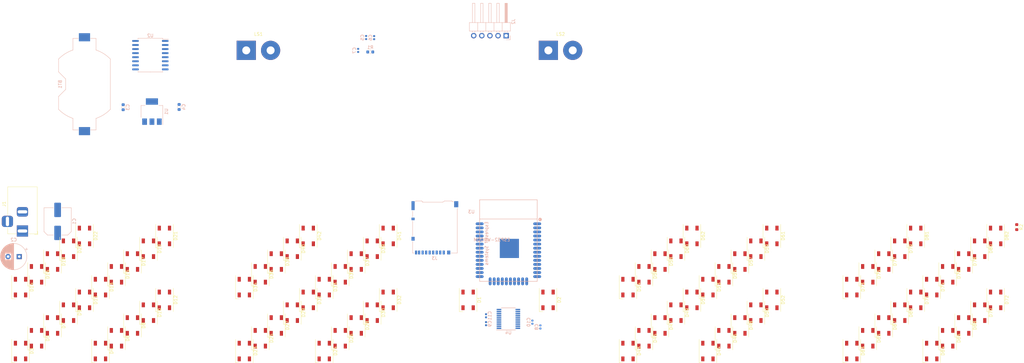
<source format=kicad_pcb>
(kicad_pcb (version 20171130) (host pcbnew 5.1.4+dfsg1-2)

  (general
    (thickness 1.6)
    (drawings 0)
    (tracks 0)
    (zones 0)
    (modules 105)
    (nets 131)
  )

  (page A3)
  (layers
    (0 F.Cu signal)
    (31 B.Cu signal)
    (32 B.Adhes user)
    (33 F.Adhes user)
    (34 B.Paste user)
    (35 F.Paste user)
    (36 B.SilkS user)
    (37 F.SilkS user)
    (38 B.Mask user)
    (39 F.Mask user)
    (40 Dwgs.User user)
    (41 Cmts.User user)
    (42 Eco1.User user)
    (43 Eco2.User user)
    (44 Edge.Cuts user)
    (45 Margin user)
    (46 B.CrtYd user)
    (47 F.CrtYd user)
    (48 B.Fab user)
    (49 F.Fab user)
  )

  (setup
    (last_trace_width 0.25)
    (trace_clearance 0.2)
    (zone_clearance 0.508)
    (zone_45_only no)
    (trace_min 0.2)
    (via_size 0.8)
    (via_drill 0.4)
    (via_min_size 0.4)
    (via_min_drill 0.3)
    (uvia_size 0.3)
    (uvia_drill 0.1)
    (uvias_allowed no)
    (uvia_min_size 0.2)
    (uvia_min_drill 0.1)
    (edge_width 0.05)
    (segment_width 0.2)
    (pcb_text_width 0.3)
    (pcb_text_size 1.5 1.5)
    (mod_edge_width 0.12)
    (mod_text_size 1 1)
    (mod_text_width 0.15)
    (pad_size 1.524 1.524)
    (pad_drill 0.762)
    (pad_to_mask_clearance 0.051)
    (solder_mask_min_width 0.25)
    (aux_axis_origin 0 0)
    (visible_elements FFFFFF7F)
    (pcbplotparams
      (layerselection 0x010fc_ffffffff)
      (usegerberextensions false)
      (usegerberattributes false)
      (usegerberadvancedattributes false)
      (creategerberjobfile false)
      (excludeedgelayer true)
      (linewidth 0.100000)
      (plotframeref false)
      (viasonmask false)
      (mode 1)
      (useauxorigin false)
      (hpglpennumber 1)
      (hpglpenspeed 20)
      (hpglpendiameter 15.000000)
      (psnegative false)
      (psa4output false)
      (plotreference true)
      (plotvalue true)
      (plotinvisibletext false)
      (padsonsilk false)
      (subtractmaskfromsilk false)
      (outputformat 1)
      (mirror false)
      (drillshape 1)
      (scaleselection 1)
      (outputdirectory ""))
  )

  (net 0 "")
  (net 1 GND)
  (net 2 "Net-(BT1-Pad1)")
  (net 3 /RTS)
  (net 4 +3V3)
  (net 5 +5V)
  (net 6 "Net-(C9-Pad2)")
  (net 7 /DTR)
  (net 8 /TX)
  (net 9 /RX)
  (net 10 "Net-(LS1-Pad1)")
  (net 11 "Net-(LS2-Pad1)")
  (net 12 /LED_DATA)
  (net 13 /LRCK)
  (net 14 /BCLK)
  (net 15 /I2SD)
  (net 16 /SDA)
  (net 17 /SCL)
  (net 18 "Net-(U2-Pad4)")
  (net 19 "Net-(U2-Pad3)")
  (net 20 "Net-(U2-Pad1)")
  (net 21 /MISO)
  (net 22 /SCLK)
  (net 23 /MOSI)
  (net 24 /CS)
  (net 25 "Net-(D1-Pad4)")
  (net 26 /sheet5DE2BE39/DATA_IN)
  (net 27 "Net-(D3-Pad4)")
  (net 28 "Net-(D4-Pad4)")
  (net 29 "Net-(D21-Pad4)")
  (net 30 "Net-(D5-Pad4)")
  (net 31 "Net-(D6-Pad4)")
  (net 32 "Net-(D7-Pad4)")
  (net 33 "Net-(D10-Pad2)")
  (net 34 "Net-(D10-Pad4)")
  (net 35 "Net-(D11-Pad4)")
  (net 36 "Net-(D12-Pad4)")
  (net 37 "Net-(D13-Pad4)")
  (net 38 "Net-(D14-Pad4)")
  (net 39 "Net-(D15-Pad4)")
  (net 40 "Net-(D16-Pad4)")
  (net 41 "Net-(D17-Pad4)")
  (net 42 "Net-(D18-Pad4)")
  (net 43 "Net-(D19-Pad4)")
  (net 44 "Net-(D20-Pad4)")
  (net 45 "Net-(D23-Pad4)")
  (net 46 "Net-(D24-Pad4)")
  (net 47 "Net-(D25-Pad4)")
  (net 48 "Net-(D26-Pad4)")
  (net 49 "Net-(D27-Pad4)")
  (net 50 "Net-(D28-Pad4)")
  (net 51 "Net-(D29-Pad4)")
  (net 52 "Net-(D30-Pad4)")
  (net 53 "Net-(D31-Pad4)")
  (net 54 "Net-(D32-Pad4)")
  (net 55 "Net-(D33-Pad4)")
  (net 56 "Net-(D34-Pad4)")
  (net 57 "Net-(D35-Pad4)")
  (net 58 "Net-(D36-Pad4)")
  (net 59 "Net-(D37-Pad4)")
  (net 60 "Net-(D38-Pad4)")
  (net 61 "Net-(D39-Pad4)")
  (net 62 "Net-(D40-Pad4)")
  (net 63 "Net-(D43-Pad4)")
  (net 64 /sheet5DE32B4E/DATA_IN)
  (net 65 "Net-(D44-Pad4)")
  (net 66 "Net-(D45-Pad4)")
  (net 67 "Net-(D46-Pad4)")
  (net 68 "Net-(D47-Pad4)")
  (net 69 "Net-(D48-Pad4)")
  (net 70 "Net-(D49-Pad4)")
  (net 71 "Net-(D50-Pad4)")
  (net 72 "Net-(D51-Pad4)")
  (net 73 "Net-(D52-Pad4)")
  (net 74 "Net-(D53-Pad4)")
  (net 75 "Net-(D54-Pad4)")
  (net 76 "Net-(D55-Pad4)")
  (net 77 "Net-(D56-Pad4)")
  (net 78 "Net-(D57-Pad4)")
  (net 79 "Net-(D58-Pad4)")
  (net 80 "Net-(D59-Pad4)")
  (net 81 "Net-(D60-Pad4)")
  (net 82 "Net-(D63-Pad4)")
  (net 83 /sheet5DE32B52/DATA_IN)
  (net 84 "Net-(D64-Pad4)")
  (net 85 "Net-(D65-Pad4)")
  (net 86 "Net-(D66-Pad4)")
  (net 87 "Net-(D67-Pad4)")
  (net 88 "Net-(D68-Pad4)")
  (net 89 "Net-(D69-Pad4)")
  (net 90 "Net-(D70-Pad4)")
  (net 91 "Net-(D71-Pad4)")
  (net 92 "Net-(D72-Pad4)")
  (net 93 "Net-(D73-Pad4)")
  (net 94 "Net-(D74-Pad4)")
  (net 95 "Net-(D75-Pad4)")
  (net 96 "Net-(D76-Pad4)")
  (net 97 "Net-(D77-Pad4)")
  (net 98 "Net-(D78-Pad4)")
  (net 99 "Net-(D79-Pad4)")
  (net 100 "Net-(D80-Pad4)")
  (net 101 "Net-(C9-Pad1)")
  (net 102 "Net-(C10-Pad2)")
  (net 103 "Net-(C11-Pad1)")
  (net 104 "Net-(D8-Pad4)")
  (net 105 "Net-(D41-Pad4)")
  (net 106 "Net-(D61-Pad4)")
  (net 107 "Net-(D81-Pad4)")
  (net 108 "Net-(J3-Pad8)")
  (net 109 "Net-(U3-Pad4)")
  (net 110 "Net-(U3-Pad5)")
  (net 111 "Net-(U3-Pad6)")
  (net 112 "Net-(U3-Pad7)")
  (net 113 "Net-(U3-Pad9)")
  (net 114 "Net-(U3-Pad12)")
  (net 115 "Net-(U3-Pad13)")
  (net 116 "Net-(U3-Pad14)")
  (net 117 "Net-(U3-Pad16)")
  (net 118 "Net-(U3-Pad17)")
  (net 119 "Net-(U3-Pad18)")
  (net 120 "Net-(U3-Pad19)")
  (net 121 "Net-(U3-Pad20)")
  (net 122 "Net-(U3-Pad21)")
  (net 123 "Net-(U3-Pad22)")
  (net 124 "Net-(U3-Pad23)")
  (net 125 "Net-(U3-Pad24)")
  (net 126 "Net-(U3-Pad27)")
  (net 127 "Net-(U3-Pad28)")
  (net 128 "Net-(U3-Pad32)")
  (net 129 /sheet5DE2BE39/DATA_OUT)
  (net 130 /sheet5DE32B52/DATA_OUT)

  (net_class Default "Dies ist die voreingestellte Netzklasse."
    (clearance 0.2)
    (trace_width 0.25)
    (via_dia 0.8)
    (via_drill 0.4)
    (uvia_dia 0.3)
    (uvia_drill 0.1)
    (add_net +3V3)
    (add_net +5V)
    (add_net /BCLK)
    (add_net /CS)
    (add_net /DTR)
    (add_net /I2SD)
    (add_net /LED_DATA)
    (add_net /LRCK)
    (add_net /MISO)
    (add_net /MOSI)
    (add_net /RTS)
    (add_net /RX)
    (add_net /SCL)
    (add_net /SCLK)
    (add_net /SDA)
    (add_net /TX)
    (add_net /sheet5DE2BE39/DATA_IN)
    (add_net /sheet5DE2BE39/DATA_OUT)
    (add_net /sheet5DE32B4E/DATA_IN)
    (add_net /sheet5DE32B52/DATA_IN)
    (add_net /sheet5DE32B52/DATA_OUT)
    (add_net GND)
    (add_net "Net-(BT1-Pad1)")
    (add_net "Net-(C10-Pad2)")
    (add_net "Net-(C11-Pad1)")
    (add_net "Net-(C9-Pad1)")
    (add_net "Net-(C9-Pad2)")
    (add_net "Net-(D1-Pad4)")
    (add_net "Net-(D10-Pad2)")
    (add_net "Net-(D10-Pad4)")
    (add_net "Net-(D11-Pad4)")
    (add_net "Net-(D12-Pad4)")
    (add_net "Net-(D13-Pad4)")
    (add_net "Net-(D14-Pad4)")
    (add_net "Net-(D15-Pad4)")
    (add_net "Net-(D16-Pad4)")
    (add_net "Net-(D17-Pad4)")
    (add_net "Net-(D18-Pad4)")
    (add_net "Net-(D19-Pad4)")
    (add_net "Net-(D20-Pad4)")
    (add_net "Net-(D21-Pad4)")
    (add_net "Net-(D23-Pad4)")
    (add_net "Net-(D24-Pad4)")
    (add_net "Net-(D25-Pad4)")
    (add_net "Net-(D26-Pad4)")
    (add_net "Net-(D27-Pad4)")
    (add_net "Net-(D28-Pad4)")
    (add_net "Net-(D29-Pad4)")
    (add_net "Net-(D3-Pad4)")
    (add_net "Net-(D30-Pad4)")
    (add_net "Net-(D31-Pad4)")
    (add_net "Net-(D32-Pad4)")
    (add_net "Net-(D33-Pad4)")
    (add_net "Net-(D34-Pad4)")
    (add_net "Net-(D35-Pad4)")
    (add_net "Net-(D36-Pad4)")
    (add_net "Net-(D37-Pad4)")
    (add_net "Net-(D38-Pad4)")
    (add_net "Net-(D39-Pad4)")
    (add_net "Net-(D4-Pad4)")
    (add_net "Net-(D40-Pad4)")
    (add_net "Net-(D41-Pad4)")
    (add_net "Net-(D43-Pad4)")
    (add_net "Net-(D44-Pad4)")
    (add_net "Net-(D45-Pad4)")
    (add_net "Net-(D46-Pad4)")
    (add_net "Net-(D47-Pad4)")
    (add_net "Net-(D48-Pad4)")
    (add_net "Net-(D49-Pad4)")
    (add_net "Net-(D5-Pad4)")
    (add_net "Net-(D50-Pad4)")
    (add_net "Net-(D51-Pad4)")
    (add_net "Net-(D52-Pad4)")
    (add_net "Net-(D53-Pad4)")
    (add_net "Net-(D54-Pad4)")
    (add_net "Net-(D55-Pad4)")
    (add_net "Net-(D56-Pad4)")
    (add_net "Net-(D57-Pad4)")
    (add_net "Net-(D58-Pad4)")
    (add_net "Net-(D59-Pad4)")
    (add_net "Net-(D6-Pad4)")
    (add_net "Net-(D60-Pad4)")
    (add_net "Net-(D61-Pad4)")
    (add_net "Net-(D63-Pad4)")
    (add_net "Net-(D64-Pad4)")
    (add_net "Net-(D65-Pad4)")
    (add_net "Net-(D66-Pad4)")
    (add_net "Net-(D67-Pad4)")
    (add_net "Net-(D68-Pad4)")
    (add_net "Net-(D69-Pad4)")
    (add_net "Net-(D7-Pad4)")
    (add_net "Net-(D70-Pad4)")
    (add_net "Net-(D71-Pad4)")
    (add_net "Net-(D72-Pad4)")
    (add_net "Net-(D73-Pad4)")
    (add_net "Net-(D74-Pad4)")
    (add_net "Net-(D75-Pad4)")
    (add_net "Net-(D76-Pad4)")
    (add_net "Net-(D77-Pad4)")
    (add_net "Net-(D78-Pad4)")
    (add_net "Net-(D79-Pad4)")
    (add_net "Net-(D8-Pad4)")
    (add_net "Net-(D80-Pad4)")
    (add_net "Net-(D81-Pad4)")
    (add_net "Net-(J3-Pad8)")
    (add_net "Net-(LS1-Pad1)")
    (add_net "Net-(LS2-Pad1)")
    (add_net "Net-(U2-Pad1)")
    (add_net "Net-(U2-Pad3)")
    (add_net "Net-(U2-Pad4)")
    (add_net "Net-(U3-Pad12)")
    (add_net "Net-(U3-Pad13)")
    (add_net "Net-(U3-Pad14)")
    (add_net "Net-(U3-Pad16)")
    (add_net "Net-(U3-Pad17)")
    (add_net "Net-(U3-Pad18)")
    (add_net "Net-(U3-Pad19)")
    (add_net "Net-(U3-Pad20)")
    (add_net "Net-(U3-Pad21)")
    (add_net "Net-(U3-Pad22)")
    (add_net "Net-(U3-Pad23)")
    (add_net "Net-(U3-Pad24)")
    (add_net "Net-(U3-Pad27)")
    (add_net "Net-(U3-Pad28)")
    (add_net "Net-(U3-Pad32)")
    (add_net "Net-(U3-Pad4)")
    (add_net "Net-(U3-Pad5)")
    (add_net "Net-(U3-Pad6)")
    (add_net "Net-(U3-Pad7)")
    (add_net "Net-(U3-Pad9)")
  )

  (module Resistor_SMD:R_0603_1608Metric (layer F.Cu) (tedit 5B301BBD) (tstamp 5DC4ABA2)
    (at 330 78.7875 270)
    (descr "Resistor SMD 0603 (1608 Metric), square (rectangular) end terminal, IPC_7351 nominal, (Body size source: http://www.tortai-tech.com/upload/download/2011102023233369053.pdf), generated with kicad-footprint-generator")
    (tags resistor)
    (path /5DE78548)
    (attr smd)
    (fp_text reference R2 (at 0 -1.43 90) (layer F.SilkS)
      (effects (font (size 1 1) (thickness 0.15)))
    )
    (fp_text value 10k (at 0 1.43 90) (layer F.Fab)
      (effects (font (size 1 1) (thickness 0.15)))
    )
    (fp_text user %R (at 0 0 90) (layer F.Fab)
      (effects (font (size 0.4 0.4) (thickness 0.06)))
    )
    (fp_line (start 1.48 0.73) (end -1.48 0.73) (layer F.CrtYd) (width 0.05))
    (fp_line (start 1.48 -0.73) (end 1.48 0.73) (layer F.CrtYd) (width 0.05))
    (fp_line (start -1.48 -0.73) (end 1.48 -0.73) (layer F.CrtYd) (width 0.05))
    (fp_line (start -1.48 0.73) (end -1.48 -0.73) (layer F.CrtYd) (width 0.05))
    (fp_line (start -0.162779 0.51) (end 0.162779 0.51) (layer F.SilkS) (width 0.12))
    (fp_line (start -0.162779 -0.51) (end 0.162779 -0.51) (layer F.SilkS) (width 0.12))
    (fp_line (start 0.8 0.4) (end -0.8 0.4) (layer F.Fab) (width 0.1))
    (fp_line (start 0.8 -0.4) (end 0.8 0.4) (layer F.Fab) (width 0.1))
    (fp_line (start -0.8 -0.4) (end 0.8 -0.4) (layer F.Fab) (width 0.1))
    (fp_line (start -0.8 0.4) (end -0.8 -0.4) (layer F.Fab) (width 0.1))
    (pad 2 smd roundrect (at 0.7875 0 270) (size 0.875 0.95) (layers F.Cu F.Paste F.Mask) (roundrect_rratio 0.25)
      (net 1 GND))
    (pad 1 smd roundrect (at -0.7875 0 270) (size 0.875 0.95) (layers F.Cu F.Paste F.Mask) (roundrect_rratio 0.25)
      (net 130 /sheet5DE32B52/DATA_OUT))
    (model ${KISYS3DMOD}/Resistor_SMD.3dshapes/R_0603_1608Metric.wrl
      (at (xyz 0 0 0))
      (scale (xyz 1 1 1))
      (rotate (xyz 0 0 0))
    )
  )

  (module LED_SMD:LED_SK6812_PLCC4_5.0x5.0mm_P3.2mm (layer F.Cu) (tedit 5AA4B263) (tstamp 5DC4AA5D)
    (at 323.4 81.55 270)
    (descr https://cdn-shop.adafruit.com/product-files/1138/SK6812+LED+datasheet+.pdf)
    (tags "LED RGB NeoPixel")
    (path /5DE32B52/5DC52F8C)
    (attr smd)
    (fp_text reference D82 (at 0 -3.5 90) (layer F.SilkS)
      (effects (font (size 1 1) (thickness 0.15)))
    )
    (fp_text value SK6812 (at 0 4 90) (layer F.Fab)
      (effects (font (size 1 1) (thickness 0.15)))
    )
    (fp_circle (center 0 0) (end 0 -2) (layer F.Fab) (width 0.1))
    (fp_line (start 3.65 2.75) (end 3.65 1.6) (layer F.SilkS) (width 0.12))
    (fp_line (start -3.65 2.75) (end 3.65 2.75) (layer F.SilkS) (width 0.12))
    (fp_line (start -3.65 -2.75) (end 3.65 -2.75) (layer F.SilkS) (width 0.12))
    (fp_line (start 2.5 -2.5) (end -2.5 -2.5) (layer F.Fab) (width 0.1))
    (fp_line (start 2.5 2.5) (end 2.5 -2.5) (layer F.Fab) (width 0.1))
    (fp_line (start -2.5 2.5) (end 2.5 2.5) (layer F.Fab) (width 0.1))
    (fp_line (start -2.5 -2.5) (end -2.5 2.5) (layer F.Fab) (width 0.1))
    (fp_line (start 2.5 1.5) (end 1.5 2.5) (layer F.Fab) (width 0.1))
    (fp_line (start -3.45 -2.75) (end -3.45 2.75) (layer F.CrtYd) (width 0.05))
    (fp_line (start -3.45 2.75) (end 3.45 2.75) (layer F.CrtYd) (width 0.05))
    (fp_line (start 3.45 2.75) (end 3.45 -2.75) (layer F.CrtYd) (width 0.05))
    (fp_line (start 3.45 -2.75) (end -3.45 -2.75) (layer F.CrtYd) (width 0.05))
    (fp_text user %R (at 0 0 90) (layer F.Fab)
      (effects (font (size 0.8 0.8) (thickness 0.15)))
    )
    (pad 3 smd rect (at -2.45 -1.6 270) (size 1.5 1) (layers F.Cu F.Paste F.Mask)
      (net 5 +5V))
    (pad 4 smd rect (at -2.45 1.6 270) (size 1.5 1) (layers F.Cu F.Paste F.Mask)
      (net 130 /sheet5DE32B52/DATA_OUT))
    (pad 2 smd rect (at 2.45 -1.6 270) (size 1.5 1) (layers F.Cu F.Paste F.Mask)
      (net 107 "Net-(D81-Pad4)"))
    (pad 1 smd rect (at 2.45 1.6 270) (size 1.5 1) (layers F.Cu F.Paste F.Mask)
      (net 1 GND))
    (model ${KISYS3DMOD}/LED_SMD.3dshapes/LED_SK6812_PLCC4_5.0x5.0mm_P3.2mm.wrl
      (at (xyz 0 0 0))
      (scale (xyz 1 1 1))
      (rotate (xyz 0 0 0))
    )
  )

  (module LED_SMD:LED_SK6812_PLCC4_5.0x5.0mm_P3.2mm (layer F.Cu) (tedit 5AA4B263) (tstamp 5DC4AA47)
    (at 298.4 81.55 270)
    (descr https://cdn-shop.adafruit.com/product-files/1138/SK6812+LED+datasheet+.pdf)
    (tags "LED RGB NeoPixel")
    (path /5DE32B52/5DC52F82)
    (attr smd)
    (fp_text reference D81 (at 0 -3.5 90) (layer F.SilkS)
      (effects (font (size 1 1) (thickness 0.15)))
    )
    (fp_text value SK6812 (at 0 4 90) (layer F.Fab)
      (effects (font (size 1 1) (thickness 0.15)))
    )
    (fp_circle (center 0 0) (end 0 -2) (layer F.Fab) (width 0.1))
    (fp_line (start 3.65 2.75) (end 3.65 1.6) (layer F.SilkS) (width 0.12))
    (fp_line (start -3.65 2.75) (end 3.65 2.75) (layer F.SilkS) (width 0.12))
    (fp_line (start -3.65 -2.75) (end 3.65 -2.75) (layer F.SilkS) (width 0.12))
    (fp_line (start 2.5 -2.5) (end -2.5 -2.5) (layer F.Fab) (width 0.1))
    (fp_line (start 2.5 2.5) (end 2.5 -2.5) (layer F.Fab) (width 0.1))
    (fp_line (start -2.5 2.5) (end 2.5 2.5) (layer F.Fab) (width 0.1))
    (fp_line (start -2.5 -2.5) (end -2.5 2.5) (layer F.Fab) (width 0.1))
    (fp_line (start 2.5 1.5) (end 1.5 2.5) (layer F.Fab) (width 0.1))
    (fp_line (start -3.45 -2.75) (end -3.45 2.75) (layer F.CrtYd) (width 0.05))
    (fp_line (start -3.45 2.75) (end 3.45 2.75) (layer F.CrtYd) (width 0.05))
    (fp_line (start 3.45 2.75) (end 3.45 -2.75) (layer F.CrtYd) (width 0.05))
    (fp_line (start 3.45 -2.75) (end -3.45 -2.75) (layer F.CrtYd) (width 0.05))
    (fp_text user %R (at 0 0 90) (layer F.Fab)
      (effects (font (size 0.8 0.8) (thickness 0.15)))
    )
    (pad 3 smd rect (at -2.45 -1.6 270) (size 1.5 1) (layers F.Cu F.Paste F.Mask)
      (net 5 +5V))
    (pad 4 smd rect (at -2.45 1.6 270) (size 1.5 1) (layers F.Cu F.Paste F.Mask)
      (net 107 "Net-(D81-Pad4)"))
    (pad 2 smd rect (at 2.45 -1.6 270) (size 1.5 1) (layers F.Cu F.Paste F.Mask)
      (net 100 "Net-(D80-Pad4)"))
    (pad 1 smd rect (at 2.45 1.6 270) (size 1.5 1) (layers F.Cu F.Paste F.Mask)
      (net 1 GND))
    (model ${KISYS3DMOD}/LED_SMD.3dshapes/LED_SK6812_PLCC4_5.0x5.0mm_P3.2mm.wrl
      (at (xyz 0 0 0))
      (scale (xyz 1 1 1))
      (rotate (xyz 0 0 0))
    )
  )

  (module LED_SMD:LED_SK6812_PLCC4_5.0x5.0mm_P3.2mm (layer F.Cu) (tedit 5AA4B263) (tstamp 5DC4AA31)
    (at 318.4 85.55 270)
    (descr https://cdn-shop.adafruit.com/product-files/1138/SK6812+LED+datasheet+.pdf)
    (tags "LED RGB NeoPixel")
    (path /5DE32B52/5DC52F78)
    (attr smd)
    (fp_text reference D80 (at 0 -3.5 90) (layer F.SilkS)
      (effects (font (size 1 1) (thickness 0.15)))
    )
    (fp_text value SK6812 (at 0 4 90) (layer F.Fab)
      (effects (font (size 1 1) (thickness 0.15)))
    )
    (fp_circle (center 0 0) (end 0 -2) (layer F.Fab) (width 0.1))
    (fp_line (start 3.65 2.75) (end 3.65 1.6) (layer F.SilkS) (width 0.12))
    (fp_line (start -3.65 2.75) (end 3.65 2.75) (layer F.SilkS) (width 0.12))
    (fp_line (start -3.65 -2.75) (end 3.65 -2.75) (layer F.SilkS) (width 0.12))
    (fp_line (start 2.5 -2.5) (end -2.5 -2.5) (layer F.Fab) (width 0.1))
    (fp_line (start 2.5 2.5) (end 2.5 -2.5) (layer F.Fab) (width 0.1))
    (fp_line (start -2.5 2.5) (end 2.5 2.5) (layer F.Fab) (width 0.1))
    (fp_line (start -2.5 -2.5) (end -2.5 2.5) (layer F.Fab) (width 0.1))
    (fp_line (start 2.5 1.5) (end 1.5 2.5) (layer F.Fab) (width 0.1))
    (fp_line (start -3.45 -2.75) (end -3.45 2.75) (layer F.CrtYd) (width 0.05))
    (fp_line (start -3.45 2.75) (end 3.45 2.75) (layer F.CrtYd) (width 0.05))
    (fp_line (start 3.45 2.75) (end 3.45 -2.75) (layer F.CrtYd) (width 0.05))
    (fp_line (start 3.45 -2.75) (end -3.45 -2.75) (layer F.CrtYd) (width 0.05))
    (fp_text user %R (at 0 0 90) (layer F.Fab)
      (effects (font (size 0.8 0.8) (thickness 0.15)))
    )
    (pad 3 smd rect (at -2.45 -1.6 270) (size 1.5 1) (layers F.Cu F.Paste F.Mask)
      (net 5 +5V))
    (pad 4 smd rect (at -2.45 1.6 270) (size 1.5 1) (layers F.Cu F.Paste F.Mask)
      (net 100 "Net-(D80-Pad4)"))
    (pad 2 smd rect (at 2.45 -1.6 270) (size 1.5 1) (layers F.Cu F.Paste F.Mask)
      (net 99 "Net-(D79-Pad4)"))
    (pad 1 smd rect (at 2.45 1.6 270) (size 1.5 1) (layers F.Cu F.Paste F.Mask)
      (net 1 GND))
    (model ${KISYS3DMOD}/LED_SMD.3dshapes/LED_SK6812_PLCC4_5.0x5.0mm_P3.2mm.wrl
      (at (xyz 0 0 0))
      (scale (xyz 1 1 1))
      (rotate (xyz 0 0 0))
    )
  )

  (module LED_SMD:LED_SK6812_PLCC4_5.0x5.0mm_P3.2mm (layer F.Cu) (tedit 5AA4B263) (tstamp 5DC4FA3B)
    (at 293.4 85.55 270)
    (descr https://cdn-shop.adafruit.com/product-files/1138/SK6812+LED+datasheet+.pdf)
    (tags "LED RGB NeoPixel")
    (path /5DE32B52/5DC52F6E)
    (attr smd)
    (fp_text reference D79 (at 0 -3.5 90) (layer F.SilkS)
      (effects (font (size 1 1) (thickness 0.15)))
    )
    (fp_text value SK6812 (at 0 4 90) (layer F.Fab)
      (effects (font (size 1 1) (thickness 0.15)))
    )
    (fp_circle (center 0 0) (end 0 -2) (layer F.Fab) (width 0.1))
    (fp_line (start 3.65 2.75) (end 3.65 1.6) (layer F.SilkS) (width 0.12))
    (fp_line (start -3.65 2.75) (end 3.65 2.75) (layer F.SilkS) (width 0.12))
    (fp_line (start -3.65 -2.75) (end 3.65 -2.75) (layer F.SilkS) (width 0.12))
    (fp_line (start 2.5 -2.5) (end -2.5 -2.5) (layer F.Fab) (width 0.1))
    (fp_line (start 2.5 2.5) (end 2.5 -2.5) (layer F.Fab) (width 0.1))
    (fp_line (start -2.5 2.5) (end 2.5 2.5) (layer F.Fab) (width 0.1))
    (fp_line (start -2.5 -2.5) (end -2.5 2.5) (layer F.Fab) (width 0.1))
    (fp_line (start 2.5 1.5) (end 1.5 2.5) (layer F.Fab) (width 0.1))
    (fp_line (start -3.45 -2.75) (end -3.45 2.75) (layer F.CrtYd) (width 0.05))
    (fp_line (start -3.45 2.75) (end 3.45 2.75) (layer F.CrtYd) (width 0.05))
    (fp_line (start 3.45 2.75) (end 3.45 -2.75) (layer F.CrtYd) (width 0.05))
    (fp_line (start 3.45 -2.75) (end -3.45 -2.75) (layer F.CrtYd) (width 0.05))
    (fp_text user %R (at 0 0 90) (layer F.Fab)
      (effects (font (size 0.8 0.8) (thickness 0.15)))
    )
    (pad 3 smd rect (at -2.45 -1.6 270) (size 1.5 1) (layers F.Cu F.Paste F.Mask)
      (net 5 +5V))
    (pad 4 smd rect (at -2.45 1.6 270) (size 1.5 1) (layers F.Cu F.Paste F.Mask)
      (net 99 "Net-(D79-Pad4)"))
    (pad 2 smd rect (at 2.45 -1.6 270) (size 1.5 1) (layers F.Cu F.Paste F.Mask)
      (net 98 "Net-(D78-Pad4)"))
    (pad 1 smd rect (at 2.45 1.6 270) (size 1.5 1) (layers F.Cu F.Paste F.Mask)
      (net 1 GND))
    (model ${KISYS3DMOD}/LED_SMD.3dshapes/LED_SK6812_PLCC4_5.0x5.0mm_P3.2mm.wrl
      (at (xyz 0 0 0))
      (scale (xyz 1 1 1))
      (rotate (xyz 0 0 0))
    )
  )

  (module LED_SMD:LED_SK6812_PLCC4_5.0x5.0mm_P3.2mm (layer F.Cu) (tedit 5AA4B263) (tstamp 5DC4AA05)
    (at 313.4 89.55 270)
    (descr https://cdn-shop.adafruit.com/product-files/1138/SK6812+LED+datasheet+.pdf)
    (tags "LED RGB NeoPixel")
    (path /5DE32B52/5DC52F64)
    (attr smd)
    (fp_text reference D78 (at 0 -3.5 90) (layer F.SilkS)
      (effects (font (size 1 1) (thickness 0.15)))
    )
    (fp_text value SK6812 (at 0 4 90) (layer F.Fab)
      (effects (font (size 1 1) (thickness 0.15)))
    )
    (fp_circle (center 0 0) (end 0 -2) (layer F.Fab) (width 0.1))
    (fp_line (start 3.65 2.75) (end 3.65 1.6) (layer F.SilkS) (width 0.12))
    (fp_line (start -3.65 2.75) (end 3.65 2.75) (layer F.SilkS) (width 0.12))
    (fp_line (start -3.65 -2.75) (end 3.65 -2.75) (layer F.SilkS) (width 0.12))
    (fp_line (start 2.5 -2.5) (end -2.5 -2.5) (layer F.Fab) (width 0.1))
    (fp_line (start 2.5 2.5) (end 2.5 -2.5) (layer F.Fab) (width 0.1))
    (fp_line (start -2.5 2.5) (end 2.5 2.5) (layer F.Fab) (width 0.1))
    (fp_line (start -2.5 -2.5) (end -2.5 2.5) (layer F.Fab) (width 0.1))
    (fp_line (start 2.5 1.5) (end 1.5 2.5) (layer F.Fab) (width 0.1))
    (fp_line (start -3.45 -2.75) (end -3.45 2.75) (layer F.CrtYd) (width 0.05))
    (fp_line (start -3.45 2.75) (end 3.45 2.75) (layer F.CrtYd) (width 0.05))
    (fp_line (start 3.45 2.75) (end 3.45 -2.75) (layer F.CrtYd) (width 0.05))
    (fp_line (start 3.45 -2.75) (end -3.45 -2.75) (layer F.CrtYd) (width 0.05))
    (fp_text user %R (at 0 0 90) (layer F.Fab)
      (effects (font (size 0.8 0.8) (thickness 0.15)))
    )
    (pad 3 smd rect (at -2.45 -1.6 270) (size 1.5 1) (layers F.Cu F.Paste F.Mask)
      (net 5 +5V))
    (pad 4 smd rect (at -2.45 1.6 270) (size 1.5 1) (layers F.Cu F.Paste F.Mask)
      (net 98 "Net-(D78-Pad4)"))
    (pad 2 smd rect (at 2.45 -1.6 270) (size 1.5 1) (layers F.Cu F.Paste F.Mask)
      (net 97 "Net-(D77-Pad4)"))
    (pad 1 smd rect (at 2.45 1.6 270) (size 1.5 1) (layers F.Cu F.Paste F.Mask)
      (net 1 GND))
    (model ${KISYS3DMOD}/LED_SMD.3dshapes/LED_SK6812_PLCC4_5.0x5.0mm_P3.2mm.wrl
      (at (xyz 0 0 0))
      (scale (xyz 1 1 1))
      (rotate (xyz 0 0 0))
    )
  )

  (module LED_SMD:LED_SK6812_PLCC4_5.0x5.0mm_P3.2mm (layer F.Cu) (tedit 5AA4B263) (tstamp 5DC4A9EF)
    (at 288.4 89.55 270)
    (descr https://cdn-shop.adafruit.com/product-files/1138/SK6812+LED+datasheet+.pdf)
    (tags "LED RGB NeoPixel")
    (path /5DE32B52/5DC52F5A)
    (attr smd)
    (fp_text reference D77 (at 0 -3.5 90) (layer F.SilkS)
      (effects (font (size 1 1) (thickness 0.15)))
    )
    (fp_text value SK6812 (at 0 4 90) (layer F.Fab)
      (effects (font (size 1 1) (thickness 0.15)))
    )
    (fp_circle (center 0 0) (end 0 -2) (layer F.Fab) (width 0.1))
    (fp_line (start 3.65 2.75) (end 3.65 1.6) (layer F.SilkS) (width 0.12))
    (fp_line (start -3.65 2.75) (end 3.65 2.75) (layer F.SilkS) (width 0.12))
    (fp_line (start -3.65 -2.75) (end 3.65 -2.75) (layer F.SilkS) (width 0.12))
    (fp_line (start 2.5 -2.5) (end -2.5 -2.5) (layer F.Fab) (width 0.1))
    (fp_line (start 2.5 2.5) (end 2.5 -2.5) (layer F.Fab) (width 0.1))
    (fp_line (start -2.5 2.5) (end 2.5 2.5) (layer F.Fab) (width 0.1))
    (fp_line (start -2.5 -2.5) (end -2.5 2.5) (layer F.Fab) (width 0.1))
    (fp_line (start 2.5 1.5) (end 1.5 2.5) (layer F.Fab) (width 0.1))
    (fp_line (start -3.45 -2.75) (end -3.45 2.75) (layer F.CrtYd) (width 0.05))
    (fp_line (start -3.45 2.75) (end 3.45 2.75) (layer F.CrtYd) (width 0.05))
    (fp_line (start 3.45 2.75) (end 3.45 -2.75) (layer F.CrtYd) (width 0.05))
    (fp_line (start 3.45 -2.75) (end -3.45 -2.75) (layer F.CrtYd) (width 0.05))
    (fp_text user %R (at 0 0 90) (layer F.Fab)
      (effects (font (size 0.8 0.8) (thickness 0.15)))
    )
    (pad 3 smd rect (at -2.45 -1.6 270) (size 1.5 1) (layers F.Cu F.Paste F.Mask)
      (net 5 +5V))
    (pad 4 smd rect (at -2.45 1.6 270) (size 1.5 1) (layers F.Cu F.Paste F.Mask)
      (net 97 "Net-(D77-Pad4)"))
    (pad 2 smd rect (at 2.45 -1.6 270) (size 1.5 1) (layers F.Cu F.Paste F.Mask)
      (net 96 "Net-(D76-Pad4)"))
    (pad 1 smd rect (at 2.45 1.6 270) (size 1.5 1) (layers F.Cu F.Paste F.Mask)
      (net 1 GND))
    (model ${KISYS3DMOD}/LED_SMD.3dshapes/LED_SK6812_PLCC4_5.0x5.0mm_P3.2mm.wrl
      (at (xyz 0 0 0))
      (scale (xyz 1 1 1))
      (rotate (xyz 0 0 0))
    )
  )

  (module LED_SMD:LED_SK6812_PLCC4_5.0x5.0mm_P3.2mm (layer F.Cu) (tedit 5AA4B263) (tstamp 5DC4A9D9)
    (at 308.4 93.55 270)
    (descr https://cdn-shop.adafruit.com/product-files/1138/SK6812+LED+datasheet+.pdf)
    (tags "LED RGB NeoPixel")
    (path /5DE32B52/5DC52F50)
    (attr smd)
    (fp_text reference D76 (at 0 -3.5 90) (layer F.SilkS)
      (effects (font (size 1 1) (thickness 0.15)))
    )
    (fp_text value SK6812 (at 0 4 90) (layer F.Fab)
      (effects (font (size 1 1) (thickness 0.15)))
    )
    (fp_circle (center 0 0) (end 0 -2) (layer F.Fab) (width 0.1))
    (fp_line (start 3.65 2.75) (end 3.65 1.6) (layer F.SilkS) (width 0.12))
    (fp_line (start -3.65 2.75) (end 3.65 2.75) (layer F.SilkS) (width 0.12))
    (fp_line (start -3.65 -2.75) (end 3.65 -2.75) (layer F.SilkS) (width 0.12))
    (fp_line (start 2.5 -2.5) (end -2.5 -2.5) (layer F.Fab) (width 0.1))
    (fp_line (start 2.5 2.5) (end 2.5 -2.5) (layer F.Fab) (width 0.1))
    (fp_line (start -2.5 2.5) (end 2.5 2.5) (layer F.Fab) (width 0.1))
    (fp_line (start -2.5 -2.5) (end -2.5 2.5) (layer F.Fab) (width 0.1))
    (fp_line (start 2.5 1.5) (end 1.5 2.5) (layer F.Fab) (width 0.1))
    (fp_line (start -3.45 -2.75) (end -3.45 2.75) (layer F.CrtYd) (width 0.05))
    (fp_line (start -3.45 2.75) (end 3.45 2.75) (layer F.CrtYd) (width 0.05))
    (fp_line (start 3.45 2.75) (end 3.45 -2.75) (layer F.CrtYd) (width 0.05))
    (fp_line (start 3.45 -2.75) (end -3.45 -2.75) (layer F.CrtYd) (width 0.05))
    (fp_text user %R (at 0 0 90) (layer F.Fab)
      (effects (font (size 0.8 0.8) (thickness 0.15)))
    )
    (pad 3 smd rect (at -2.45 -1.6 270) (size 1.5 1) (layers F.Cu F.Paste F.Mask)
      (net 5 +5V))
    (pad 4 smd rect (at -2.45 1.6 270) (size 1.5 1) (layers F.Cu F.Paste F.Mask)
      (net 96 "Net-(D76-Pad4)"))
    (pad 2 smd rect (at 2.45 -1.6 270) (size 1.5 1) (layers F.Cu F.Paste F.Mask)
      (net 95 "Net-(D75-Pad4)"))
    (pad 1 smd rect (at 2.45 1.6 270) (size 1.5 1) (layers F.Cu F.Paste F.Mask)
      (net 1 GND))
    (model ${KISYS3DMOD}/LED_SMD.3dshapes/LED_SK6812_PLCC4_5.0x5.0mm_P3.2mm.wrl
      (at (xyz 0 0 0))
      (scale (xyz 1 1 1))
      (rotate (xyz 0 0 0))
    )
  )

  (module LED_SMD:LED_SK6812_PLCC4_5.0x5.0mm_P3.2mm (layer F.Cu) (tedit 5AA4B263) (tstamp 5DC4F72B)
    (at 283.4 93.55 270)
    (descr https://cdn-shop.adafruit.com/product-files/1138/SK6812+LED+datasheet+.pdf)
    (tags "LED RGB NeoPixel")
    (path /5DE32B52/5DC52F46)
    (attr smd)
    (fp_text reference D75 (at 0 -3.5 90) (layer F.SilkS)
      (effects (font (size 1 1) (thickness 0.15)))
    )
    (fp_text value SK6812 (at 0 4 90) (layer F.Fab)
      (effects (font (size 1 1) (thickness 0.15)))
    )
    (fp_circle (center 0 0) (end 0 -2) (layer F.Fab) (width 0.1))
    (fp_line (start 3.65 2.75) (end 3.65 1.6) (layer F.SilkS) (width 0.12))
    (fp_line (start -3.65 2.75) (end 3.65 2.75) (layer F.SilkS) (width 0.12))
    (fp_line (start -3.65 -2.75) (end 3.65 -2.75) (layer F.SilkS) (width 0.12))
    (fp_line (start 2.5 -2.5) (end -2.5 -2.5) (layer F.Fab) (width 0.1))
    (fp_line (start 2.5 2.5) (end 2.5 -2.5) (layer F.Fab) (width 0.1))
    (fp_line (start -2.5 2.5) (end 2.5 2.5) (layer F.Fab) (width 0.1))
    (fp_line (start -2.5 -2.5) (end -2.5 2.5) (layer F.Fab) (width 0.1))
    (fp_line (start 2.5 1.5) (end 1.5 2.5) (layer F.Fab) (width 0.1))
    (fp_line (start -3.45 -2.75) (end -3.45 2.75) (layer F.CrtYd) (width 0.05))
    (fp_line (start -3.45 2.75) (end 3.45 2.75) (layer F.CrtYd) (width 0.05))
    (fp_line (start 3.45 2.75) (end 3.45 -2.75) (layer F.CrtYd) (width 0.05))
    (fp_line (start 3.45 -2.75) (end -3.45 -2.75) (layer F.CrtYd) (width 0.05))
    (fp_text user %R (at 0 0 90) (layer F.Fab)
      (effects (font (size 0.8 0.8) (thickness 0.15)))
    )
    (pad 3 smd rect (at -2.45 -1.6 270) (size 1.5 1) (layers F.Cu F.Paste F.Mask)
      (net 5 +5V))
    (pad 4 smd rect (at -2.45 1.6 270) (size 1.5 1) (layers F.Cu F.Paste F.Mask)
      (net 95 "Net-(D75-Pad4)"))
    (pad 2 smd rect (at 2.45 -1.6 270) (size 1.5 1) (layers F.Cu F.Paste F.Mask)
      (net 94 "Net-(D74-Pad4)"))
    (pad 1 smd rect (at 2.45 1.6 270) (size 1.5 1) (layers F.Cu F.Paste F.Mask)
      (net 1 GND))
    (model ${KISYS3DMOD}/LED_SMD.3dshapes/LED_SK6812_PLCC4_5.0x5.0mm_P3.2mm.wrl
      (at (xyz 0 0 0))
      (scale (xyz 1 1 1))
      (rotate (xyz 0 0 0))
    )
  )

  (module LED_SMD:LED_SK6812_PLCC4_5.0x5.0mm_P3.2mm (layer F.Cu) (tedit 5AA4B263) (tstamp 5DC4A9AD)
    (at 303.4 97.55 270)
    (descr https://cdn-shop.adafruit.com/product-files/1138/SK6812+LED+datasheet+.pdf)
    (tags "LED RGB NeoPixel")
    (path /5DE32B52/5DC52F3C)
    (attr smd)
    (fp_text reference D74 (at 0 -3.5 90) (layer F.SilkS)
      (effects (font (size 1 1) (thickness 0.15)))
    )
    (fp_text value SK6812 (at 0 4 90) (layer F.Fab)
      (effects (font (size 1 1) (thickness 0.15)))
    )
    (fp_circle (center 0 0) (end 0 -2) (layer F.Fab) (width 0.1))
    (fp_line (start 3.65 2.75) (end 3.65 1.6) (layer F.SilkS) (width 0.12))
    (fp_line (start -3.65 2.75) (end 3.65 2.75) (layer F.SilkS) (width 0.12))
    (fp_line (start -3.65 -2.75) (end 3.65 -2.75) (layer F.SilkS) (width 0.12))
    (fp_line (start 2.5 -2.5) (end -2.5 -2.5) (layer F.Fab) (width 0.1))
    (fp_line (start 2.5 2.5) (end 2.5 -2.5) (layer F.Fab) (width 0.1))
    (fp_line (start -2.5 2.5) (end 2.5 2.5) (layer F.Fab) (width 0.1))
    (fp_line (start -2.5 -2.5) (end -2.5 2.5) (layer F.Fab) (width 0.1))
    (fp_line (start 2.5 1.5) (end 1.5 2.5) (layer F.Fab) (width 0.1))
    (fp_line (start -3.45 -2.75) (end -3.45 2.75) (layer F.CrtYd) (width 0.05))
    (fp_line (start -3.45 2.75) (end 3.45 2.75) (layer F.CrtYd) (width 0.05))
    (fp_line (start 3.45 2.75) (end 3.45 -2.75) (layer F.CrtYd) (width 0.05))
    (fp_line (start 3.45 -2.75) (end -3.45 -2.75) (layer F.CrtYd) (width 0.05))
    (fp_text user %R (at 0 0 90) (layer F.Fab)
      (effects (font (size 0.8 0.8) (thickness 0.15)))
    )
    (pad 3 smd rect (at -2.45 -1.6 270) (size 1.5 1) (layers F.Cu F.Paste F.Mask)
      (net 5 +5V))
    (pad 4 smd rect (at -2.45 1.6 270) (size 1.5 1) (layers F.Cu F.Paste F.Mask)
      (net 94 "Net-(D74-Pad4)"))
    (pad 2 smd rect (at 2.45 -1.6 270) (size 1.5 1) (layers F.Cu F.Paste F.Mask)
      (net 93 "Net-(D73-Pad4)"))
    (pad 1 smd rect (at 2.45 1.6 270) (size 1.5 1) (layers F.Cu F.Paste F.Mask)
      (net 1 GND))
    (model ${KISYS3DMOD}/LED_SMD.3dshapes/LED_SK6812_PLCC4_5.0x5.0mm_P3.2mm.wrl
      (at (xyz 0 0 0))
      (scale (xyz 1 1 1))
      (rotate (xyz 0 0 0))
    )
  )

  (module LED_SMD:LED_SK6812_PLCC4_5.0x5.0mm_P3.2mm (layer F.Cu) (tedit 5AA4B263) (tstamp 5DC4A997)
    (at 278.4 97.55 270)
    (descr https://cdn-shop.adafruit.com/product-files/1138/SK6812+LED+datasheet+.pdf)
    (tags "LED RGB NeoPixel")
    (path /5DE32B52/5DC52F32)
    (attr smd)
    (fp_text reference D73 (at 0 -3.5 90) (layer F.SilkS)
      (effects (font (size 1 1) (thickness 0.15)))
    )
    (fp_text value SK6812 (at 0 4 90) (layer F.Fab)
      (effects (font (size 1 1) (thickness 0.15)))
    )
    (fp_circle (center 0 0) (end 0 -2) (layer F.Fab) (width 0.1))
    (fp_line (start 3.65 2.75) (end 3.65 1.6) (layer F.SilkS) (width 0.12))
    (fp_line (start -3.65 2.75) (end 3.65 2.75) (layer F.SilkS) (width 0.12))
    (fp_line (start -3.65 -2.75) (end 3.65 -2.75) (layer F.SilkS) (width 0.12))
    (fp_line (start 2.5 -2.5) (end -2.5 -2.5) (layer F.Fab) (width 0.1))
    (fp_line (start 2.5 2.5) (end 2.5 -2.5) (layer F.Fab) (width 0.1))
    (fp_line (start -2.5 2.5) (end 2.5 2.5) (layer F.Fab) (width 0.1))
    (fp_line (start -2.5 -2.5) (end -2.5 2.5) (layer F.Fab) (width 0.1))
    (fp_line (start 2.5 1.5) (end 1.5 2.5) (layer F.Fab) (width 0.1))
    (fp_line (start -3.45 -2.75) (end -3.45 2.75) (layer F.CrtYd) (width 0.05))
    (fp_line (start -3.45 2.75) (end 3.45 2.75) (layer F.CrtYd) (width 0.05))
    (fp_line (start 3.45 2.75) (end 3.45 -2.75) (layer F.CrtYd) (width 0.05))
    (fp_line (start 3.45 -2.75) (end -3.45 -2.75) (layer F.CrtYd) (width 0.05))
    (fp_text user %R (at 0 0 90) (layer F.Fab)
      (effects (font (size 0.8 0.8) (thickness 0.15)))
    )
    (pad 3 smd rect (at -2.45 -1.6 270) (size 1.5 1) (layers F.Cu F.Paste F.Mask)
      (net 5 +5V))
    (pad 4 smd rect (at -2.45 1.6 270) (size 1.5 1) (layers F.Cu F.Paste F.Mask)
      (net 93 "Net-(D73-Pad4)"))
    (pad 2 smd rect (at 2.45 -1.6 270) (size 1.5 1) (layers F.Cu F.Paste F.Mask)
      (net 92 "Net-(D72-Pad4)"))
    (pad 1 smd rect (at 2.45 1.6 270) (size 1.5 1) (layers F.Cu F.Paste F.Mask)
      (net 1 GND))
    (model ${KISYS3DMOD}/LED_SMD.3dshapes/LED_SK6812_PLCC4_5.0x5.0mm_P3.2mm.wrl
      (at (xyz 0 0 0))
      (scale (xyz 1 1 1))
      (rotate (xyz 0 0 0))
    )
  )

  (module LED_SMD:LED_SK6812_PLCC4_5.0x5.0mm_P3.2mm (layer F.Cu) (tedit 5AA4B263) (tstamp 5DC4A981)
    (at 323.4 101.55 270)
    (descr https://cdn-shop.adafruit.com/product-files/1138/SK6812+LED+datasheet+.pdf)
    (tags "LED RGB NeoPixel")
    (path /5DE32B52/5DC7851F)
    (attr smd)
    (fp_text reference D72 (at 0 -3.5 90) (layer F.SilkS)
      (effects (font (size 1 1) (thickness 0.15)))
    )
    (fp_text value SK6812 (at 0 4 90) (layer F.Fab)
      (effects (font (size 1 1) (thickness 0.15)))
    )
    (fp_circle (center 0 0) (end 0 -2) (layer F.Fab) (width 0.1))
    (fp_line (start 3.65 2.75) (end 3.65 1.6) (layer F.SilkS) (width 0.12))
    (fp_line (start -3.65 2.75) (end 3.65 2.75) (layer F.SilkS) (width 0.12))
    (fp_line (start -3.65 -2.75) (end 3.65 -2.75) (layer F.SilkS) (width 0.12))
    (fp_line (start 2.5 -2.5) (end -2.5 -2.5) (layer F.Fab) (width 0.1))
    (fp_line (start 2.5 2.5) (end 2.5 -2.5) (layer F.Fab) (width 0.1))
    (fp_line (start -2.5 2.5) (end 2.5 2.5) (layer F.Fab) (width 0.1))
    (fp_line (start -2.5 -2.5) (end -2.5 2.5) (layer F.Fab) (width 0.1))
    (fp_line (start 2.5 1.5) (end 1.5 2.5) (layer F.Fab) (width 0.1))
    (fp_line (start -3.45 -2.75) (end -3.45 2.75) (layer F.CrtYd) (width 0.05))
    (fp_line (start -3.45 2.75) (end 3.45 2.75) (layer F.CrtYd) (width 0.05))
    (fp_line (start 3.45 2.75) (end 3.45 -2.75) (layer F.CrtYd) (width 0.05))
    (fp_line (start 3.45 -2.75) (end -3.45 -2.75) (layer F.CrtYd) (width 0.05))
    (fp_text user %R (at 0 0 90) (layer F.Fab)
      (effects (font (size 0.8 0.8) (thickness 0.15)))
    )
    (pad 3 smd rect (at -2.45 -1.6 270) (size 1.5 1) (layers F.Cu F.Paste F.Mask)
      (net 5 +5V))
    (pad 4 smd rect (at -2.45 1.6 270) (size 1.5 1) (layers F.Cu F.Paste F.Mask)
      (net 92 "Net-(D72-Pad4)"))
    (pad 2 smd rect (at 2.45 -1.6 270) (size 1.5 1) (layers F.Cu F.Paste F.Mask)
      (net 91 "Net-(D71-Pad4)"))
    (pad 1 smd rect (at 2.45 1.6 270) (size 1.5 1) (layers F.Cu F.Paste F.Mask)
      (net 1 GND))
    (model ${KISYS3DMOD}/LED_SMD.3dshapes/LED_SK6812_PLCC4_5.0x5.0mm_P3.2mm.wrl
      (at (xyz 0 0 0))
      (scale (xyz 1 1 1))
      (rotate (xyz 0 0 0))
    )
  )

  (module LED_SMD:LED_SK6812_PLCC4_5.0x5.0mm_P3.2mm (layer F.Cu) (tedit 5AA4B263) (tstamp 5DC4A96B)
    (at 298.4 101.55 270)
    (descr https://cdn-shop.adafruit.com/product-files/1138/SK6812+LED+datasheet+.pdf)
    (tags "LED RGB NeoPixel")
    (path /5DE32B52/5DC78515)
    (attr smd)
    (fp_text reference D71 (at 0 -3.5 90) (layer F.SilkS)
      (effects (font (size 1 1) (thickness 0.15)))
    )
    (fp_text value SK6812 (at 0 4 90) (layer F.Fab)
      (effects (font (size 1 1) (thickness 0.15)))
    )
    (fp_circle (center 0 0) (end 0 -2) (layer F.Fab) (width 0.1))
    (fp_line (start 3.65 2.75) (end 3.65 1.6) (layer F.SilkS) (width 0.12))
    (fp_line (start -3.65 2.75) (end 3.65 2.75) (layer F.SilkS) (width 0.12))
    (fp_line (start -3.65 -2.75) (end 3.65 -2.75) (layer F.SilkS) (width 0.12))
    (fp_line (start 2.5 -2.5) (end -2.5 -2.5) (layer F.Fab) (width 0.1))
    (fp_line (start 2.5 2.5) (end 2.5 -2.5) (layer F.Fab) (width 0.1))
    (fp_line (start -2.5 2.5) (end 2.5 2.5) (layer F.Fab) (width 0.1))
    (fp_line (start -2.5 -2.5) (end -2.5 2.5) (layer F.Fab) (width 0.1))
    (fp_line (start 2.5 1.5) (end 1.5 2.5) (layer F.Fab) (width 0.1))
    (fp_line (start -3.45 -2.75) (end -3.45 2.75) (layer F.CrtYd) (width 0.05))
    (fp_line (start -3.45 2.75) (end 3.45 2.75) (layer F.CrtYd) (width 0.05))
    (fp_line (start 3.45 2.75) (end 3.45 -2.75) (layer F.CrtYd) (width 0.05))
    (fp_line (start 3.45 -2.75) (end -3.45 -2.75) (layer F.CrtYd) (width 0.05))
    (fp_text user %R (at 0 0 90) (layer F.Fab)
      (effects (font (size 0.8 0.8) (thickness 0.15)))
    )
    (pad 3 smd rect (at -2.45 -1.6 270) (size 1.5 1) (layers F.Cu F.Paste F.Mask)
      (net 5 +5V))
    (pad 4 smd rect (at -2.45 1.6 270) (size 1.5 1) (layers F.Cu F.Paste F.Mask)
      (net 91 "Net-(D71-Pad4)"))
    (pad 2 smd rect (at 2.45 -1.6 270) (size 1.5 1) (layers F.Cu F.Paste F.Mask)
      (net 90 "Net-(D70-Pad4)"))
    (pad 1 smd rect (at 2.45 1.6 270) (size 1.5 1) (layers F.Cu F.Paste F.Mask)
      (net 1 GND))
    (model ${KISYS3DMOD}/LED_SMD.3dshapes/LED_SK6812_PLCC4_5.0x5.0mm_P3.2mm.wrl
      (at (xyz 0 0 0))
      (scale (xyz 1 1 1))
      (rotate (xyz 0 0 0))
    )
  )

  (module LED_SMD:LED_SK6812_PLCC4_5.0x5.0mm_P3.2mm (layer F.Cu) (tedit 5AA4B263) (tstamp 5DC4A955)
    (at 318.4 105.55 270)
    (descr https://cdn-shop.adafruit.com/product-files/1138/SK6812+LED+datasheet+.pdf)
    (tags "LED RGB NeoPixel")
    (path /5DE32B52/5DC6D8EF)
    (attr smd)
    (fp_text reference D70 (at 0 -3.5 90) (layer F.SilkS)
      (effects (font (size 1 1) (thickness 0.15)))
    )
    (fp_text value SK6812 (at 0 4 90) (layer F.Fab)
      (effects (font (size 1 1) (thickness 0.15)))
    )
    (fp_circle (center 0 0) (end 0 -2) (layer F.Fab) (width 0.1))
    (fp_line (start 3.65 2.75) (end 3.65 1.6) (layer F.SilkS) (width 0.12))
    (fp_line (start -3.65 2.75) (end 3.65 2.75) (layer F.SilkS) (width 0.12))
    (fp_line (start -3.65 -2.75) (end 3.65 -2.75) (layer F.SilkS) (width 0.12))
    (fp_line (start 2.5 -2.5) (end -2.5 -2.5) (layer F.Fab) (width 0.1))
    (fp_line (start 2.5 2.5) (end 2.5 -2.5) (layer F.Fab) (width 0.1))
    (fp_line (start -2.5 2.5) (end 2.5 2.5) (layer F.Fab) (width 0.1))
    (fp_line (start -2.5 -2.5) (end -2.5 2.5) (layer F.Fab) (width 0.1))
    (fp_line (start 2.5 1.5) (end 1.5 2.5) (layer F.Fab) (width 0.1))
    (fp_line (start -3.45 -2.75) (end -3.45 2.75) (layer F.CrtYd) (width 0.05))
    (fp_line (start -3.45 2.75) (end 3.45 2.75) (layer F.CrtYd) (width 0.05))
    (fp_line (start 3.45 2.75) (end 3.45 -2.75) (layer F.CrtYd) (width 0.05))
    (fp_line (start 3.45 -2.75) (end -3.45 -2.75) (layer F.CrtYd) (width 0.05))
    (fp_text user %R (at 0 0 90) (layer F.Fab)
      (effects (font (size 0.8 0.8) (thickness 0.15)))
    )
    (pad 3 smd rect (at -2.45 -1.6 270) (size 1.5 1) (layers F.Cu F.Paste F.Mask)
      (net 5 +5V))
    (pad 4 smd rect (at -2.45 1.6 270) (size 1.5 1) (layers F.Cu F.Paste F.Mask)
      (net 90 "Net-(D70-Pad4)"))
    (pad 2 smd rect (at 2.45 -1.6 270) (size 1.5 1) (layers F.Cu F.Paste F.Mask)
      (net 89 "Net-(D69-Pad4)"))
    (pad 1 smd rect (at 2.45 1.6 270) (size 1.5 1) (layers F.Cu F.Paste F.Mask)
      (net 1 GND))
    (model ${KISYS3DMOD}/LED_SMD.3dshapes/LED_SK6812_PLCC4_5.0x5.0mm_P3.2mm.wrl
      (at (xyz 0 0 0))
      (scale (xyz 1 1 1))
      (rotate (xyz 0 0 0))
    )
  )

  (module LED_SMD:LED_SK6812_PLCC4_5.0x5.0mm_P3.2mm (layer F.Cu) (tedit 5AA4B263) (tstamp 5DC4A93F)
    (at 293.4 105.55 270)
    (descr https://cdn-shop.adafruit.com/product-files/1138/SK6812+LED+datasheet+.pdf)
    (tags "LED RGB NeoPixel")
    (path /5DE32B52/5DC6D8E5)
    (attr smd)
    (fp_text reference D69 (at 0 -3.5 90) (layer F.SilkS)
      (effects (font (size 1 1) (thickness 0.15)))
    )
    (fp_text value SK6812 (at 0 4 90) (layer F.Fab)
      (effects (font (size 1 1) (thickness 0.15)))
    )
    (fp_circle (center 0 0) (end 0 -2) (layer F.Fab) (width 0.1))
    (fp_line (start 3.65 2.75) (end 3.65 1.6) (layer F.SilkS) (width 0.12))
    (fp_line (start -3.65 2.75) (end 3.65 2.75) (layer F.SilkS) (width 0.12))
    (fp_line (start -3.65 -2.75) (end 3.65 -2.75) (layer F.SilkS) (width 0.12))
    (fp_line (start 2.5 -2.5) (end -2.5 -2.5) (layer F.Fab) (width 0.1))
    (fp_line (start 2.5 2.5) (end 2.5 -2.5) (layer F.Fab) (width 0.1))
    (fp_line (start -2.5 2.5) (end 2.5 2.5) (layer F.Fab) (width 0.1))
    (fp_line (start -2.5 -2.5) (end -2.5 2.5) (layer F.Fab) (width 0.1))
    (fp_line (start 2.5 1.5) (end 1.5 2.5) (layer F.Fab) (width 0.1))
    (fp_line (start -3.45 -2.75) (end -3.45 2.75) (layer F.CrtYd) (width 0.05))
    (fp_line (start -3.45 2.75) (end 3.45 2.75) (layer F.CrtYd) (width 0.05))
    (fp_line (start 3.45 2.75) (end 3.45 -2.75) (layer F.CrtYd) (width 0.05))
    (fp_line (start 3.45 -2.75) (end -3.45 -2.75) (layer F.CrtYd) (width 0.05))
    (fp_text user %R (at 0 0 90) (layer F.Fab)
      (effects (font (size 0.8 0.8) (thickness 0.15)))
    )
    (pad 3 smd rect (at -2.45 -1.6 270) (size 1.5 1) (layers F.Cu F.Paste F.Mask)
      (net 5 +5V))
    (pad 4 smd rect (at -2.45 1.6 270) (size 1.5 1) (layers F.Cu F.Paste F.Mask)
      (net 89 "Net-(D69-Pad4)"))
    (pad 2 smd rect (at 2.45 -1.6 270) (size 1.5 1) (layers F.Cu F.Paste F.Mask)
      (net 88 "Net-(D68-Pad4)"))
    (pad 1 smd rect (at 2.45 1.6 270) (size 1.5 1) (layers F.Cu F.Paste F.Mask)
      (net 1 GND))
    (model ${KISYS3DMOD}/LED_SMD.3dshapes/LED_SK6812_PLCC4_5.0x5.0mm_P3.2mm.wrl
      (at (xyz 0 0 0))
      (scale (xyz 1 1 1))
      (rotate (xyz 0 0 0))
    )
  )

  (module LED_SMD:LED_SK6812_PLCC4_5.0x5.0mm_P3.2mm (layer F.Cu) (tedit 5AA4B263) (tstamp 5DC4A929)
    (at 313.4 109.55 270)
    (descr https://cdn-shop.adafruit.com/product-files/1138/SK6812+LED+datasheet+.pdf)
    (tags "LED RGB NeoPixel")
    (path /5DE32B52/5DC6D8DB)
    (attr smd)
    (fp_text reference D68 (at 0 -3.5 90) (layer F.SilkS)
      (effects (font (size 1 1) (thickness 0.15)))
    )
    (fp_text value SK6812 (at 0 4 90) (layer F.Fab)
      (effects (font (size 1 1) (thickness 0.15)))
    )
    (fp_circle (center 0 0) (end 0 -2) (layer F.Fab) (width 0.1))
    (fp_line (start 3.65 2.75) (end 3.65 1.6) (layer F.SilkS) (width 0.12))
    (fp_line (start -3.65 2.75) (end 3.65 2.75) (layer F.SilkS) (width 0.12))
    (fp_line (start -3.65 -2.75) (end 3.65 -2.75) (layer F.SilkS) (width 0.12))
    (fp_line (start 2.5 -2.5) (end -2.5 -2.5) (layer F.Fab) (width 0.1))
    (fp_line (start 2.5 2.5) (end 2.5 -2.5) (layer F.Fab) (width 0.1))
    (fp_line (start -2.5 2.5) (end 2.5 2.5) (layer F.Fab) (width 0.1))
    (fp_line (start -2.5 -2.5) (end -2.5 2.5) (layer F.Fab) (width 0.1))
    (fp_line (start 2.5 1.5) (end 1.5 2.5) (layer F.Fab) (width 0.1))
    (fp_line (start -3.45 -2.75) (end -3.45 2.75) (layer F.CrtYd) (width 0.05))
    (fp_line (start -3.45 2.75) (end 3.45 2.75) (layer F.CrtYd) (width 0.05))
    (fp_line (start 3.45 2.75) (end 3.45 -2.75) (layer F.CrtYd) (width 0.05))
    (fp_line (start 3.45 -2.75) (end -3.45 -2.75) (layer F.CrtYd) (width 0.05))
    (fp_text user %R (at 0 0 90) (layer F.Fab)
      (effects (font (size 0.8 0.8) (thickness 0.15)))
    )
    (pad 3 smd rect (at -2.45 -1.6 270) (size 1.5 1) (layers F.Cu F.Paste F.Mask)
      (net 5 +5V))
    (pad 4 smd rect (at -2.45 1.6 270) (size 1.5 1) (layers F.Cu F.Paste F.Mask)
      (net 88 "Net-(D68-Pad4)"))
    (pad 2 smd rect (at 2.45 -1.6 270) (size 1.5 1) (layers F.Cu F.Paste F.Mask)
      (net 87 "Net-(D67-Pad4)"))
    (pad 1 smd rect (at 2.45 1.6 270) (size 1.5 1) (layers F.Cu F.Paste F.Mask)
      (net 1 GND))
    (model ${KISYS3DMOD}/LED_SMD.3dshapes/LED_SK6812_PLCC4_5.0x5.0mm_P3.2mm.wrl
      (at (xyz 0 0 0))
      (scale (xyz 1 1 1))
      (rotate (xyz 0 0 0))
    )
  )

  (module LED_SMD:LED_SK6812_PLCC4_5.0x5.0mm_P3.2mm (layer F.Cu) (tedit 5AA4B263) (tstamp 5DC4A913)
    (at 288.4 109.55 270)
    (descr https://cdn-shop.adafruit.com/product-files/1138/SK6812+LED+datasheet+.pdf)
    (tags "LED RGB NeoPixel")
    (path /5DE32B52/5DC6D8D1)
    (attr smd)
    (fp_text reference D67 (at 0 -3.5 90) (layer F.SilkS)
      (effects (font (size 1 1) (thickness 0.15)))
    )
    (fp_text value SK6812 (at 0 4 90) (layer F.Fab)
      (effects (font (size 1 1) (thickness 0.15)))
    )
    (fp_circle (center 0 0) (end 0 -2) (layer F.Fab) (width 0.1))
    (fp_line (start 3.65 2.75) (end 3.65 1.6) (layer F.SilkS) (width 0.12))
    (fp_line (start -3.65 2.75) (end 3.65 2.75) (layer F.SilkS) (width 0.12))
    (fp_line (start -3.65 -2.75) (end 3.65 -2.75) (layer F.SilkS) (width 0.12))
    (fp_line (start 2.5 -2.5) (end -2.5 -2.5) (layer F.Fab) (width 0.1))
    (fp_line (start 2.5 2.5) (end 2.5 -2.5) (layer F.Fab) (width 0.1))
    (fp_line (start -2.5 2.5) (end 2.5 2.5) (layer F.Fab) (width 0.1))
    (fp_line (start -2.5 -2.5) (end -2.5 2.5) (layer F.Fab) (width 0.1))
    (fp_line (start 2.5 1.5) (end 1.5 2.5) (layer F.Fab) (width 0.1))
    (fp_line (start -3.45 -2.75) (end -3.45 2.75) (layer F.CrtYd) (width 0.05))
    (fp_line (start -3.45 2.75) (end 3.45 2.75) (layer F.CrtYd) (width 0.05))
    (fp_line (start 3.45 2.75) (end 3.45 -2.75) (layer F.CrtYd) (width 0.05))
    (fp_line (start 3.45 -2.75) (end -3.45 -2.75) (layer F.CrtYd) (width 0.05))
    (fp_text user %R (at 0 0 90) (layer F.Fab)
      (effects (font (size 0.8 0.8) (thickness 0.15)))
    )
    (pad 3 smd rect (at -2.45 -1.6 270) (size 1.5 1) (layers F.Cu F.Paste F.Mask)
      (net 5 +5V))
    (pad 4 smd rect (at -2.45 1.6 270) (size 1.5 1) (layers F.Cu F.Paste F.Mask)
      (net 87 "Net-(D67-Pad4)"))
    (pad 2 smd rect (at 2.45 -1.6 270) (size 1.5 1) (layers F.Cu F.Paste F.Mask)
      (net 86 "Net-(D66-Pad4)"))
    (pad 1 smd rect (at 2.45 1.6 270) (size 1.5 1) (layers F.Cu F.Paste F.Mask)
      (net 1 GND))
    (model ${KISYS3DMOD}/LED_SMD.3dshapes/LED_SK6812_PLCC4_5.0x5.0mm_P3.2mm.wrl
      (at (xyz 0 0 0))
      (scale (xyz 1 1 1))
      (rotate (xyz 0 0 0))
    )
  )

  (module LED_SMD:LED_SK6812_PLCC4_5.0x5.0mm_P3.2mm (layer F.Cu) (tedit 5AA4B263) (tstamp 5DC4A8FD)
    (at 308.4 113.55 270)
    (descr https://cdn-shop.adafruit.com/product-files/1138/SK6812+LED+datasheet+.pdf)
    (tags "LED RGB NeoPixel")
    (path /5DE32B52/5DC6909F)
    (attr smd)
    (fp_text reference D66 (at 0 -3.5 90) (layer F.SilkS)
      (effects (font (size 1 1) (thickness 0.15)))
    )
    (fp_text value SK6812 (at 0 4 90) (layer F.Fab)
      (effects (font (size 1 1) (thickness 0.15)))
    )
    (fp_circle (center 0 0) (end 0 -2) (layer F.Fab) (width 0.1))
    (fp_line (start 3.65 2.75) (end 3.65 1.6) (layer F.SilkS) (width 0.12))
    (fp_line (start -3.65 2.75) (end 3.65 2.75) (layer F.SilkS) (width 0.12))
    (fp_line (start -3.65 -2.75) (end 3.65 -2.75) (layer F.SilkS) (width 0.12))
    (fp_line (start 2.5 -2.5) (end -2.5 -2.5) (layer F.Fab) (width 0.1))
    (fp_line (start 2.5 2.5) (end 2.5 -2.5) (layer F.Fab) (width 0.1))
    (fp_line (start -2.5 2.5) (end 2.5 2.5) (layer F.Fab) (width 0.1))
    (fp_line (start -2.5 -2.5) (end -2.5 2.5) (layer F.Fab) (width 0.1))
    (fp_line (start 2.5 1.5) (end 1.5 2.5) (layer F.Fab) (width 0.1))
    (fp_line (start -3.45 -2.75) (end -3.45 2.75) (layer F.CrtYd) (width 0.05))
    (fp_line (start -3.45 2.75) (end 3.45 2.75) (layer F.CrtYd) (width 0.05))
    (fp_line (start 3.45 2.75) (end 3.45 -2.75) (layer F.CrtYd) (width 0.05))
    (fp_line (start 3.45 -2.75) (end -3.45 -2.75) (layer F.CrtYd) (width 0.05))
    (fp_text user %R (at 0 0 90) (layer F.Fab)
      (effects (font (size 0.8 0.8) (thickness 0.15)))
    )
    (pad 3 smd rect (at -2.45 -1.6 270) (size 1.5 1) (layers F.Cu F.Paste F.Mask)
      (net 5 +5V))
    (pad 4 smd rect (at -2.45 1.6 270) (size 1.5 1) (layers F.Cu F.Paste F.Mask)
      (net 86 "Net-(D66-Pad4)"))
    (pad 2 smd rect (at 2.45 -1.6 270) (size 1.5 1) (layers F.Cu F.Paste F.Mask)
      (net 85 "Net-(D65-Pad4)"))
    (pad 1 smd rect (at 2.45 1.6 270) (size 1.5 1) (layers F.Cu F.Paste F.Mask)
      (net 1 GND))
    (model ${KISYS3DMOD}/LED_SMD.3dshapes/LED_SK6812_PLCC4_5.0x5.0mm_P3.2mm.wrl
      (at (xyz 0 0 0))
      (scale (xyz 1 1 1))
      (rotate (xyz 0 0 0))
    )
  )

  (module LED_SMD:LED_SK6812_PLCC4_5.0x5.0mm_P3.2mm (layer F.Cu) (tedit 5AA4B263) (tstamp 5DC4A8E7)
    (at 283.4 113.55 270)
    (descr https://cdn-shop.adafruit.com/product-files/1138/SK6812+LED+datasheet+.pdf)
    (tags "LED RGB NeoPixel")
    (path /5DE32B52/5DC65566)
    (attr smd)
    (fp_text reference D65 (at 0 -3.5 90) (layer F.SilkS)
      (effects (font (size 1 1) (thickness 0.15)))
    )
    (fp_text value SK6812 (at 0 4 90) (layer F.Fab)
      (effects (font (size 1 1) (thickness 0.15)))
    )
    (fp_circle (center 0 0) (end 0 -2) (layer F.Fab) (width 0.1))
    (fp_line (start 3.65 2.75) (end 3.65 1.6) (layer F.SilkS) (width 0.12))
    (fp_line (start -3.65 2.75) (end 3.65 2.75) (layer F.SilkS) (width 0.12))
    (fp_line (start -3.65 -2.75) (end 3.65 -2.75) (layer F.SilkS) (width 0.12))
    (fp_line (start 2.5 -2.5) (end -2.5 -2.5) (layer F.Fab) (width 0.1))
    (fp_line (start 2.5 2.5) (end 2.5 -2.5) (layer F.Fab) (width 0.1))
    (fp_line (start -2.5 2.5) (end 2.5 2.5) (layer F.Fab) (width 0.1))
    (fp_line (start -2.5 -2.5) (end -2.5 2.5) (layer F.Fab) (width 0.1))
    (fp_line (start 2.5 1.5) (end 1.5 2.5) (layer F.Fab) (width 0.1))
    (fp_line (start -3.45 -2.75) (end -3.45 2.75) (layer F.CrtYd) (width 0.05))
    (fp_line (start -3.45 2.75) (end 3.45 2.75) (layer F.CrtYd) (width 0.05))
    (fp_line (start 3.45 2.75) (end 3.45 -2.75) (layer F.CrtYd) (width 0.05))
    (fp_line (start 3.45 -2.75) (end -3.45 -2.75) (layer F.CrtYd) (width 0.05))
    (fp_text user %R (at 0 0 90) (layer F.Fab)
      (effects (font (size 0.8 0.8) (thickness 0.15)))
    )
    (pad 3 smd rect (at -2.45 -1.6 270) (size 1.5 1) (layers F.Cu F.Paste F.Mask)
      (net 5 +5V))
    (pad 4 smd rect (at -2.45 1.6 270) (size 1.5 1) (layers F.Cu F.Paste F.Mask)
      (net 85 "Net-(D65-Pad4)"))
    (pad 2 smd rect (at 2.45 -1.6 270) (size 1.5 1) (layers F.Cu F.Paste F.Mask)
      (net 84 "Net-(D64-Pad4)"))
    (pad 1 smd rect (at 2.45 1.6 270) (size 1.5 1) (layers F.Cu F.Paste F.Mask)
      (net 1 GND))
    (model ${KISYS3DMOD}/LED_SMD.3dshapes/LED_SK6812_PLCC4_5.0x5.0mm_P3.2mm.wrl
      (at (xyz 0 0 0))
      (scale (xyz 1 1 1))
      (rotate (xyz 0 0 0))
    )
  )

  (module LED_SMD:LED_SK6812_PLCC4_5.0x5.0mm_P3.2mm (layer F.Cu) (tedit 5AA4B263) (tstamp 5DC4A8D1)
    (at 303.4 117.55 270)
    (descr https://cdn-shop.adafruit.com/product-files/1138/SK6812+LED+datasheet+.pdf)
    (tags "LED RGB NeoPixel")
    (path /5DE32B52/5DC64F99)
    (attr smd)
    (fp_text reference D64 (at 0 -3.5 90) (layer F.SilkS)
      (effects (font (size 1 1) (thickness 0.15)))
    )
    (fp_text value SK6812 (at 0 4 90) (layer F.Fab)
      (effects (font (size 1 1) (thickness 0.15)))
    )
    (fp_circle (center 0 0) (end 0 -2) (layer F.Fab) (width 0.1))
    (fp_line (start 3.65 2.75) (end 3.65 1.6) (layer F.SilkS) (width 0.12))
    (fp_line (start -3.65 2.75) (end 3.65 2.75) (layer F.SilkS) (width 0.12))
    (fp_line (start -3.65 -2.75) (end 3.65 -2.75) (layer F.SilkS) (width 0.12))
    (fp_line (start 2.5 -2.5) (end -2.5 -2.5) (layer F.Fab) (width 0.1))
    (fp_line (start 2.5 2.5) (end 2.5 -2.5) (layer F.Fab) (width 0.1))
    (fp_line (start -2.5 2.5) (end 2.5 2.5) (layer F.Fab) (width 0.1))
    (fp_line (start -2.5 -2.5) (end -2.5 2.5) (layer F.Fab) (width 0.1))
    (fp_line (start 2.5 1.5) (end 1.5 2.5) (layer F.Fab) (width 0.1))
    (fp_line (start -3.45 -2.75) (end -3.45 2.75) (layer F.CrtYd) (width 0.05))
    (fp_line (start -3.45 2.75) (end 3.45 2.75) (layer F.CrtYd) (width 0.05))
    (fp_line (start 3.45 2.75) (end 3.45 -2.75) (layer F.CrtYd) (width 0.05))
    (fp_line (start 3.45 -2.75) (end -3.45 -2.75) (layer F.CrtYd) (width 0.05))
    (fp_text user %R (at 0 0 90) (layer F.Fab)
      (effects (font (size 0.8 0.8) (thickness 0.15)))
    )
    (pad 3 smd rect (at -2.45 -1.6 270) (size 1.5 1) (layers F.Cu F.Paste F.Mask)
      (net 5 +5V))
    (pad 4 smd rect (at -2.45 1.6 270) (size 1.5 1) (layers F.Cu F.Paste F.Mask)
      (net 84 "Net-(D64-Pad4)"))
    (pad 2 smd rect (at 2.45 -1.6 270) (size 1.5 1) (layers F.Cu F.Paste F.Mask)
      (net 82 "Net-(D63-Pad4)"))
    (pad 1 smd rect (at 2.45 1.6 270) (size 1.5 1) (layers F.Cu F.Paste F.Mask)
      (net 1 GND))
    (model ${KISYS3DMOD}/LED_SMD.3dshapes/LED_SK6812_PLCC4_5.0x5.0mm_P3.2mm.wrl
      (at (xyz 0 0 0))
      (scale (xyz 1 1 1))
      (rotate (xyz 0 0 0))
    )
  )

  (module LED_SMD:LED_SK6812_PLCC4_5.0x5.0mm_P3.2mm (layer F.Cu) (tedit 5AA4B263) (tstamp 5DC4A8BB)
    (at 278.4 117.55 270)
    (descr https://cdn-shop.adafruit.com/product-files/1138/SK6812+LED+datasheet+.pdf)
    (tags "LED RGB NeoPixel")
    (path /5DE32B52/5DC62C70)
    (attr smd)
    (fp_text reference D63 (at 0 -3.5 90) (layer F.SilkS)
      (effects (font (size 1 1) (thickness 0.15)))
    )
    (fp_text value SK6812 (at 0 4 90) (layer F.Fab)
      (effects (font (size 1 1) (thickness 0.15)))
    )
    (fp_circle (center 0 0) (end 0 -2) (layer F.Fab) (width 0.1))
    (fp_line (start 3.65 2.75) (end 3.65 1.6) (layer F.SilkS) (width 0.12))
    (fp_line (start -3.65 2.75) (end 3.65 2.75) (layer F.SilkS) (width 0.12))
    (fp_line (start -3.65 -2.75) (end 3.65 -2.75) (layer F.SilkS) (width 0.12))
    (fp_line (start 2.5 -2.5) (end -2.5 -2.5) (layer F.Fab) (width 0.1))
    (fp_line (start 2.5 2.5) (end 2.5 -2.5) (layer F.Fab) (width 0.1))
    (fp_line (start -2.5 2.5) (end 2.5 2.5) (layer F.Fab) (width 0.1))
    (fp_line (start -2.5 -2.5) (end -2.5 2.5) (layer F.Fab) (width 0.1))
    (fp_line (start 2.5 1.5) (end 1.5 2.5) (layer F.Fab) (width 0.1))
    (fp_line (start -3.45 -2.75) (end -3.45 2.75) (layer F.CrtYd) (width 0.05))
    (fp_line (start -3.45 2.75) (end 3.45 2.75) (layer F.CrtYd) (width 0.05))
    (fp_line (start 3.45 2.75) (end 3.45 -2.75) (layer F.CrtYd) (width 0.05))
    (fp_line (start 3.45 -2.75) (end -3.45 -2.75) (layer F.CrtYd) (width 0.05))
    (fp_text user %R (at 0 0 90) (layer F.Fab)
      (effects (font (size 0.8 0.8) (thickness 0.15)))
    )
    (pad 3 smd rect (at -2.45 -1.6 270) (size 1.5 1) (layers F.Cu F.Paste F.Mask)
      (net 5 +5V))
    (pad 4 smd rect (at -2.45 1.6 270) (size 1.5 1) (layers F.Cu F.Paste F.Mask)
      (net 82 "Net-(D63-Pad4)"))
    (pad 2 smd rect (at 2.45 -1.6 270) (size 1.5 1) (layers F.Cu F.Paste F.Mask)
      (net 83 /sheet5DE32B52/DATA_IN))
    (pad 1 smd rect (at 2.45 1.6 270) (size 1.5 1) (layers F.Cu F.Paste F.Mask)
      (net 1 GND))
    (model ${KISYS3DMOD}/LED_SMD.3dshapes/LED_SK6812_PLCC4_5.0x5.0mm_P3.2mm.wrl
      (at (xyz 0 0 0))
      (scale (xyz 1 1 1))
      (rotate (xyz 0 0 0))
    )
  )

  (module LED_SMD:LED_SK6812_PLCC4_5.0x5.0mm_P3.2mm (layer F.Cu) (tedit 5AA4B263) (tstamp 5DC4A8A5)
    (at 228.4 81.55 270)
    (descr https://cdn-shop.adafruit.com/product-files/1138/SK6812+LED+datasheet+.pdf)
    (tags "LED RGB NeoPixel")
    (path /5DE32B4E/5DC52F8C)
    (attr smd)
    (fp_text reference D62 (at 0 -3.5 90) (layer F.SilkS)
      (effects (font (size 1 1) (thickness 0.15)))
    )
    (fp_text value SK6812 (at 0 4 90) (layer F.Fab)
      (effects (font (size 1 1) (thickness 0.15)))
    )
    (fp_circle (center 0 0) (end 0 -2) (layer F.Fab) (width 0.1))
    (fp_line (start 3.65 2.75) (end 3.65 1.6) (layer F.SilkS) (width 0.12))
    (fp_line (start -3.65 2.75) (end 3.65 2.75) (layer F.SilkS) (width 0.12))
    (fp_line (start -3.65 -2.75) (end 3.65 -2.75) (layer F.SilkS) (width 0.12))
    (fp_line (start 2.5 -2.5) (end -2.5 -2.5) (layer F.Fab) (width 0.1))
    (fp_line (start 2.5 2.5) (end 2.5 -2.5) (layer F.Fab) (width 0.1))
    (fp_line (start -2.5 2.5) (end 2.5 2.5) (layer F.Fab) (width 0.1))
    (fp_line (start -2.5 -2.5) (end -2.5 2.5) (layer F.Fab) (width 0.1))
    (fp_line (start 2.5 1.5) (end 1.5 2.5) (layer F.Fab) (width 0.1))
    (fp_line (start -3.45 -2.75) (end -3.45 2.75) (layer F.CrtYd) (width 0.05))
    (fp_line (start -3.45 2.75) (end 3.45 2.75) (layer F.CrtYd) (width 0.05))
    (fp_line (start 3.45 2.75) (end 3.45 -2.75) (layer F.CrtYd) (width 0.05))
    (fp_line (start 3.45 -2.75) (end -3.45 -2.75) (layer F.CrtYd) (width 0.05))
    (fp_text user %R (at 0 0 90) (layer F.Fab)
      (effects (font (size 0.8 0.8) (thickness 0.15)))
    )
    (pad 3 smd rect (at -2.45 -1.6 270) (size 1.5 1) (layers F.Cu F.Paste F.Mask)
      (net 5 +5V))
    (pad 4 smd rect (at -2.45 1.6 270) (size 1.5 1) (layers F.Cu F.Paste F.Mask)
      (net 83 /sheet5DE32B52/DATA_IN))
    (pad 2 smd rect (at 2.45 -1.6 270) (size 1.5 1) (layers F.Cu F.Paste F.Mask)
      (net 106 "Net-(D61-Pad4)"))
    (pad 1 smd rect (at 2.45 1.6 270) (size 1.5 1) (layers F.Cu F.Paste F.Mask)
      (net 1 GND))
    (model ${KISYS3DMOD}/LED_SMD.3dshapes/LED_SK6812_PLCC4_5.0x5.0mm_P3.2mm.wrl
      (at (xyz 0 0 0))
      (scale (xyz 1 1 1))
      (rotate (xyz 0 0 0))
    )
  )

  (module LED_SMD:LED_SK6812_PLCC4_5.0x5.0mm_P3.2mm (layer F.Cu) (tedit 5AA4B263) (tstamp 5DC4A88F)
    (at 253.4 81.55 270)
    (descr https://cdn-shop.adafruit.com/product-files/1138/SK6812+LED+datasheet+.pdf)
    (tags "LED RGB NeoPixel")
    (path /5DE32B4E/5DC52F82)
    (attr smd)
    (fp_text reference D61 (at 0 -3.5 90) (layer F.SilkS)
      (effects (font (size 1 1) (thickness 0.15)))
    )
    (fp_text value SK6812 (at 0 4 90) (layer F.Fab)
      (effects (font (size 1 1) (thickness 0.15)))
    )
    (fp_circle (center 0 0) (end 0 -2) (layer F.Fab) (width 0.1))
    (fp_line (start 3.65 2.75) (end 3.65 1.6) (layer F.SilkS) (width 0.12))
    (fp_line (start -3.65 2.75) (end 3.65 2.75) (layer F.SilkS) (width 0.12))
    (fp_line (start -3.65 -2.75) (end 3.65 -2.75) (layer F.SilkS) (width 0.12))
    (fp_line (start 2.5 -2.5) (end -2.5 -2.5) (layer F.Fab) (width 0.1))
    (fp_line (start 2.5 2.5) (end 2.5 -2.5) (layer F.Fab) (width 0.1))
    (fp_line (start -2.5 2.5) (end 2.5 2.5) (layer F.Fab) (width 0.1))
    (fp_line (start -2.5 -2.5) (end -2.5 2.5) (layer F.Fab) (width 0.1))
    (fp_line (start 2.5 1.5) (end 1.5 2.5) (layer F.Fab) (width 0.1))
    (fp_line (start -3.45 -2.75) (end -3.45 2.75) (layer F.CrtYd) (width 0.05))
    (fp_line (start -3.45 2.75) (end 3.45 2.75) (layer F.CrtYd) (width 0.05))
    (fp_line (start 3.45 2.75) (end 3.45 -2.75) (layer F.CrtYd) (width 0.05))
    (fp_line (start 3.45 -2.75) (end -3.45 -2.75) (layer F.CrtYd) (width 0.05))
    (fp_text user %R (at 0 0 90) (layer F.Fab)
      (effects (font (size 0.8 0.8) (thickness 0.15)))
    )
    (pad 3 smd rect (at -2.45 -1.6 270) (size 1.5 1) (layers F.Cu F.Paste F.Mask)
      (net 5 +5V))
    (pad 4 smd rect (at -2.45 1.6 270) (size 1.5 1) (layers F.Cu F.Paste F.Mask)
      (net 106 "Net-(D61-Pad4)"))
    (pad 2 smd rect (at 2.45 -1.6 270) (size 1.5 1) (layers F.Cu F.Paste F.Mask)
      (net 81 "Net-(D60-Pad4)"))
    (pad 1 smd rect (at 2.45 1.6 270) (size 1.5 1) (layers F.Cu F.Paste F.Mask)
      (net 1 GND))
    (model ${KISYS3DMOD}/LED_SMD.3dshapes/LED_SK6812_PLCC4_5.0x5.0mm_P3.2mm.wrl
      (at (xyz 0 0 0))
      (scale (xyz 1 1 1))
      (rotate (xyz 0 0 0))
    )
  )

  (module LED_SMD:LED_SK6812_PLCC4_5.0x5.0mm_P3.2mm (layer F.Cu) (tedit 5AA4B263) (tstamp 5DC4ED16)
    (at 223.4 85.55 270)
    (descr https://cdn-shop.adafruit.com/product-files/1138/SK6812+LED+datasheet+.pdf)
    (tags "LED RGB NeoPixel")
    (path /5DE32B4E/5DC52F78)
    (attr smd)
    (fp_text reference D60 (at 0 -3.5 90) (layer F.SilkS)
      (effects (font (size 1 1) (thickness 0.15)))
    )
    (fp_text value SK6812 (at 0 4 90) (layer F.Fab)
      (effects (font (size 1 1) (thickness 0.15)))
    )
    (fp_circle (center 0 0) (end 0 -2) (layer F.Fab) (width 0.1))
    (fp_line (start 3.65 2.75) (end 3.65 1.6) (layer F.SilkS) (width 0.12))
    (fp_line (start -3.65 2.75) (end 3.65 2.75) (layer F.SilkS) (width 0.12))
    (fp_line (start -3.65 -2.75) (end 3.65 -2.75) (layer F.SilkS) (width 0.12))
    (fp_line (start 2.5 -2.5) (end -2.5 -2.5) (layer F.Fab) (width 0.1))
    (fp_line (start 2.5 2.5) (end 2.5 -2.5) (layer F.Fab) (width 0.1))
    (fp_line (start -2.5 2.5) (end 2.5 2.5) (layer F.Fab) (width 0.1))
    (fp_line (start -2.5 -2.5) (end -2.5 2.5) (layer F.Fab) (width 0.1))
    (fp_line (start 2.5 1.5) (end 1.5 2.5) (layer F.Fab) (width 0.1))
    (fp_line (start -3.45 -2.75) (end -3.45 2.75) (layer F.CrtYd) (width 0.05))
    (fp_line (start -3.45 2.75) (end 3.45 2.75) (layer F.CrtYd) (width 0.05))
    (fp_line (start 3.45 2.75) (end 3.45 -2.75) (layer F.CrtYd) (width 0.05))
    (fp_line (start 3.45 -2.75) (end -3.45 -2.75) (layer F.CrtYd) (width 0.05))
    (fp_text user %R (at 0 0 90) (layer F.Fab)
      (effects (font (size 0.8 0.8) (thickness 0.15)))
    )
    (pad 3 smd rect (at -2.45 -1.6 270) (size 1.5 1) (layers F.Cu F.Paste F.Mask)
      (net 5 +5V))
    (pad 4 smd rect (at -2.45 1.6 270) (size 1.5 1) (layers F.Cu F.Paste F.Mask)
      (net 81 "Net-(D60-Pad4)"))
    (pad 2 smd rect (at 2.45 -1.6 270) (size 1.5 1) (layers F.Cu F.Paste F.Mask)
      (net 80 "Net-(D59-Pad4)"))
    (pad 1 smd rect (at 2.45 1.6 270) (size 1.5 1) (layers F.Cu F.Paste F.Mask)
      (net 1 GND))
    (model ${KISYS3DMOD}/LED_SMD.3dshapes/LED_SK6812_PLCC4_5.0x5.0mm_P3.2mm.wrl
      (at (xyz 0 0 0))
      (scale (xyz 1 1 1))
      (rotate (xyz 0 0 0))
    )
  )

  (module LED_SMD:LED_SK6812_PLCC4_5.0x5.0mm_P3.2mm (layer F.Cu) (tedit 5AA4B263) (tstamp 5DC4A863)
    (at 248.4 85.55 270)
    (descr https://cdn-shop.adafruit.com/product-files/1138/SK6812+LED+datasheet+.pdf)
    (tags "LED RGB NeoPixel")
    (path /5DE32B4E/5DC52F6E)
    (attr smd)
    (fp_text reference D59 (at 0 -3.5 90) (layer F.SilkS)
      (effects (font (size 1 1) (thickness 0.15)))
    )
    (fp_text value SK6812 (at 0 4 90) (layer F.Fab)
      (effects (font (size 1 1) (thickness 0.15)))
    )
    (fp_circle (center 0 0) (end 0 -2) (layer F.Fab) (width 0.1))
    (fp_line (start 3.65 2.75) (end 3.65 1.6) (layer F.SilkS) (width 0.12))
    (fp_line (start -3.65 2.75) (end 3.65 2.75) (layer F.SilkS) (width 0.12))
    (fp_line (start -3.65 -2.75) (end 3.65 -2.75) (layer F.SilkS) (width 0.12))
    (fp_line (start 2.5 -2.5) (end -2.5 -2.5) (layer F.Fab) (width 0.1))
    (fp_line (start 2.5 2.5) (end 2.5 -2.5) (layer F.Fab) (width 0.1))
    (fp_line (start -2.5 2.5) (end 2.5 2.5) (layer F.Fab) (width 0.1))
    (fp_line (start -2.5 -2.5) (end -2.5 2.5) (layer F.Fab) (width 0.1))
    (fp_line (start 2.5 1.5) (end 1.5 2.5) (layer F.Fab) (width 0.1))
    (fp_line (start -3.45 -2.75) (end -3.45 2.75) (layer F.CrtYd) (width 0.05))
    (fp_line (start -3.45 2.75) (end 3.45 2.75) (layer F.CrtYd) (width 0.05))
    (fp_line (start 3.45 2.75) (end 3.45 -2.75) (layer F.CrtYd) (width 0.05))
    (fp_line (start 3.45 -2.75) (end -3.45 -2.75) (layer F.CrtYd) (width 0.05))
    (fp_text user %R (at 0 0 90) (layer F.Fab)
      (effects (font (size 0.8 0.8) (thickness 0.15)))
    )
    (pad 3 smd rect (at -2.45 -1.6 270) (size 1.5 1) (layers F.Cu F.Paste F.Mask)
      (net 5 +5V))
    (pad 4 smd rect (at -2.45 1.6 270) (size 1.5 1) (layers F.Cu F.Paste F.Mask)
      (net 80 "Net-(D59-Pad4)"))
    (pad 2 smd rect (at 2.45 -1.6 270) (size 1.5 1) (layers F.Cu F.Paste F.Mask)
      (net 79 "Net-(D58-Pad4)"))
    (pad 1 smd rect (at 2.45 1.6 270) (size 1.5 1) (layers F.Cu F.Paste F.Mask)
      (net 1 GND))
    (model ${KISYS3DMOD}/LED_SMD.3dshapes/LED_SK6812_PLCC4_5.0x5.0mm_P3.2mm.wrl
      (at (xyz 0 0 0))
      (scale (xyz 1 1 1))
      (rotate (xyz 0 0 0))
    )
  )

  (module LED_SMD:LED_SK6812_PLCC4_5.0x5.0mm_P3.2mm (layer F.Cu) (tedit 5AA4B263) (tstamp 5DC4A84D)
    (at 218.4 89.55 270)
    (descr https://cdn-shop.adafruit.com/product-files/1138/SK6812+LED+datasheet+.pdf)
    (tags "LED RGB NeoPixel")
    (path /5DE32B4E/5DC52F64)
    (attr smd)
    (fp_text reference D58 (at 0 -3.5 90) (layer F.SilkS)
      (effects (font (size 1 1) (thickness 0.15)))
    )
    (fp_text value SK6812 (at 0 4 90) (layer F.Fab)
      (effects (font (size 1 1) (thickness 0.15)))
    )
    (fp_circle (center 0 0) (end 0 -2) (layer F.Fab) (width 0.1))
    (fp_line (start 3.65 2.75) (end 3.65 1.6) (layer F.SilkS) (width 0.12))
    (fp_line (start -3.65 2.75) (end 3.65 2.75) (layer F.SilkS) (width 0.12))
    (fp_line (start -3.65 -2.75) (end 3.65 -2.75) (layer F.SilkS) (width 0.12))
    (fp_line (start 2.5 -2.5) (end -2.5 -2.5) (layer F.Fab) (width 0.1))
    (fp_line (start 2.5 2.5) (end 2.5 -2.5) (layer F.Fab) (width 0.1))
    (fp_line (start -2.5 2.5) (end 2.5 2.5) (layer F.Fab) (width 0.1))
    (fp_line (start -2.5 -2.5) (end -2.5 2.5) (layer F.Fab) (width 0.1))
    (fp_line (start 2.5 1.5) (end 1.5 2.5) (layer F.Fab) (width 0.1))
    (fp_line (start -3.45 -2.75) (end -3.45 2.75) (layer F.CrtYd) (width 0.05))
    (fp_line (start -3.45 2.75) (end 3.45 2.75) (layer F.CrtYd) (width 0.05))
    (fp_line (start 3.45 2.75) (end 3.45 -2.75) (layer F.CrtYd) (width 0.05))
    (fp_line (start 3.45 -2.75) (end -3.45 -2.75) (layer F.CrtYd) (width 0.05))
    (fp_text user %R (at 0 0 90) (layer F.Fab)
      (effects (font (size 0.8 0.8) (thickness 0.15)))
    )
    (pad 3 smd rect (at -2.45 -1.6 270) (size 1.5 1) (layers F.Cu F.Paste F.Mask)
      (net 5 +5V))
    (pad 4 smd rect (at -2.45 1.6 270) (size 1.5 1) (layers F.Cu F.Paste F.Mask)
      (net 79 "Net-(D58-Pad4)"))
    (pad 2 smd rect (at 2.45 -1.6 270) (size 1.5 1) (layers F.Cu F.Paste F.Mask)
      (net 78 "Net-(D57-Pad4)"))
    (pad 1 smd rect (at 2.45 1.6 270) (size 1.5 1) (layers F.Cu F.Paste F.Mask)
      (net 1 GND))
    (model ${KISYS3DMOD}/LED_SMD.3dshapes/LED_SK6812_PLCC4_5.0x5.0mm_P3.2mm.wrl
      (at (xyz 0 0 0))
      (scale (xyz 1 1 1))
      (rotate (xyz 0 0 0))
    )
  )

  (module LED_SMD:LED_SK6812_PLCC4_5.0x5.0mm_P3.2mm (layer F.Cu) (tedit 5AA4B263) (tstamp 5DC4A837)
    (at 243.4 89.55 270)
    (descr https://cdn-shop.adafruit.com/product-files/1138/SK6812+LED+datasheet+.pdf)
    (tags "LED RGB NeoPixel")
    (path /5DE32B4E/5DC52F5A)
    (attr smd)
    (fp_text reference D57 (at 0 -3.5 90) (layer F.SilkS)
      (effects (font (size 1 1) (thickness 0.15)))
    )
    (fp_text value SK6812 (at 0 4 90) (layer F.Fab)
      (effects (font (size 1 1) (thickness 0.15)))
    )
    (fp_circle (center 0 0) (end 0 -2) (layer F.Fab) (width 0.1))
    (fp_line (start 3.65 2.75) (end 3.65 1.6) (layer F.SilkS) (width 0.12))
    (fp_line (start -3.65 2.75) (end 3.65 2.75) (layer F.SilkS) (width 0.12))
    (fp_line (start -3.65 -2.75) (end 3.65 -2.75) (layer F.SilkS) (width 0.12))
    (fp_line (start 2.5 -2.5) (end -2.5 -2.5) (layer F.Fab) (width 0.1))
    (fp_line (start 2.5 2.5) (end 2.5 -2.5) (layer F.Fab) (width 0.1))
    (fp_line (start -2.5 2.5) (end 2.5 2.5) (layer F.Fab) (width 0.1))
    (fp_line (start -2.5 -2.5) (end -2.5 2.5) (layer F.Fab) (width 0.1))
    (fp_line (start 2.5 1.5) (end 1.5 2.5) (layer F.Fab) (width 0.1))
    (fp_line (start -3.45 -2.75) (end -3.45 2.75) (layer F.CrtYd) (width 0.05))
    (fp_line (start -3.45 2.75) (end 3.45 2.75) (layer F.CrtYd) (width 0.05))
    (fp_line (start 3.45 2.75) (end 3.45 -2.75) (layer F.CrtYd) (width 0.05))
    (fp_line (start 3.45 -2.75) (end -3.45 -2.75) (layer F.CrtYd) (width 0.05))
    (fp_text user %R (at 0 0 90) (layer F.Fab)
      (effects (font (size 0.8 0.8) (thickness 0.15)))
    )
    (pad 3 smd rect (at -2.45 -1.6 270) (size 1.5 1) (layers F.Cu F.Paste F.Mask)
      (net 5 +5V))
    (pad 4 smd rect (at -2.45 1.6 270) (size 1.5 1) (layers F.Cu F.Paste F.Mask)
      (net 78 "Net-(D57-Pad4)"))
    (pad 2 smd rect (at 2.45 -1.6 270) (size 1.5 1) (layers F.Cu F.Paste F.Mask)
      (net 77 "Net-(D56-Pad4)"))
    (pad 1 smd rect (at 2.45 1.6 270) (size 1.5 1) (layers F.Cu F.Paste F.Mask)
      (net 1 GND))
    (model ${KISYS3DMOD}/LED_SMD.3dshapes/LED_SK6812_PLCC4_5.0x5.0mm_P3.2mm.wrl
      (at (xyz 0 0 0))
      (scale (xyz 1 1 1))
      (rotate (xyz 0 0 0))
    )
  )

  (module LED_SMD:LED_SK6812_PLCC4_5.0x5.0mm_P3.2mm (layer F.Cu) (tedit 5AA4B263) (tstamp 5DC4A821)
    (at 213.4 93.55 270)
    (descr https://cdn-shop.adafruit.com/product-files/1138/SK6812+LED+datasheet+.pdf)
    (tags "LED RGB NeoPixel")
    (path /5DE32B4E/5DC52F50)
    (attr smd)
    (fp_text reference D56 (at 0 -3.5 90) (layer F.SilkS)
      (effects (font (size 1 1) (thickness 0.15)))
    )
    (fp_text value SK6812 (at 0 4 90) (layer F.Fab)
      (effects (font (size 1 1) (thickness 0.15)))
    )
    (fp_circle (center 0 0) (end 0 -2) (layer F.Fab) (width 0.1))
    (fp_line (start 3.65 2.75) (end 3.65 1.6) (layer F.SilkS) (width 0.12))
    (fp_line (start -3.65 2.75) (end 3.65 2.75) (layer F.SilkS) (width 0.12))
    (fp_line (start -3.65 -2.75) (end 3.65 -2.75) (layer F.SilkS) (width 0.12))
    (fp_line (start 2.5 -2.5) (end -2.5 -2.5) (layer F.Fab) (width 0.1))
    (fp_line (start 2.5 2.5) (end 2.5 -2.5) (layer F.Fab) (width 0.1))
    (fp_line (start -2.5 2.5) (end 2.5 2.5) (layer F.Fab) (width 0.1))
    (fp_line (start -2.5 -2.5) (end -2.5 2.5) (layer F.Fab) (width 0.1))
    (fp_line (start 2.5 1.5) (end 1.5 2.5) (layer F.Fab) (width 0.1))
    (fp_line (start -3.45 -2.75) (end -3.45 2.75) (layer F.CrtYd) (width 0.05))
    (fp_line (start -3.45 2.75) (end 3.45 2.75) (layer F.CrtYd) (width 0.05))
    (fp_line (start 3.45 2.75) (end 3.45 -2.75) (layer F.CrtYd) (width 0.05))
    (fp_line (start 3.45 -2.75) (end -3.45 -2.75) (layer F.CrtYd) (width 0.05))
    (fp_text user %R (at 0 0 90) (layer F.Fab)
      (effects (font (size 0.8 0.8) (thickness 0.15)))
    )
    (pad 3 smd rect (at -2.45 -1.6 270) (size 1.5 1) (layers F.Cu F.Paste F.Mask)
      (net 5 +5V))
    (pad 4 smd rect (at -2.45 1.6 270) (size 1.5 1) (layers F.Cu F.Paste F.Mask)
      (net 77 "Net-(D56-Pad4)"))
    (pad 2 smd rect (at 2.45 -1.6 270) (size 1.5 1) (layers F.Cu F.Paste F.Mask)
      (net 76 "Net-(D55-Pad4)"))
    (pad 1 smd rect (at 2.45 1.6 270) (size 1.5 1) (layers F.Cu F.Paste F.Mask)
      (net 1 GND))
    (model ${KISYS3DMOD}/LED_SMD.3dshapes/LED_SK6812_PLCC4_5.0x5.0mm_P3.2mm.wrl
      (at (xyz 0 0 0))
      (scale (xyz 1 1 1))
      (rotate (xyz 0 0 0))
    )
  )

  (module LED_SMD:LED_SK6812_PLCC4_5.0x5.0mm_P3.2mm (layer F.Cu) (tedit 5AA4B263) (tstamp 5DC4A80B)
    (at 238.4 93.55 270)
    (descr https://cdn-shop.adafruit.com/product-files/1138/SK6812+LED+datasheet+.pdf)
    (tags "LED RGB NeoPixel")
    (path /5DE32B4E/5DC52F46)
    (attr smd)
    (fp_text reference D55 (at 0 -3.5 90) (layer F.SilkS)
      (effects (font (size 1 1) (thickness 0.15)))
    )
    (fp_text value SK6812 (at 0 4 90) (layer F.Fab)
      (effects (font (size 1 1) (thickness 0.15)))
    )
    (fp_circle (center 0 0) (end 0 -2) (layer F.Fab) (width 0.1))
    (fp_line (start 3.65 2.75) (end 3.65 1.6) (layer F.SilkS) (width 0.12))
    (fp_line (start -3.65 2.75) (end 3.65 2.75) (layer F.SilkS) (width 0.12))
    (fp_line (start -3.65 -2.75) (end 3.65 -2.75) (layer F.SilkS) (width 0.12))
    (fp_line (start 2.5 -2.5) (end -2.5 -2.5) (layer F.Fab) (width 0.1))
    (fp_line (start 2.5 2.5) (end 2.5 -2.5) (layer F.Fab) (width 0.1))
    (fp_line (start -2.5 2.5) (end 2.5 2.5) (layer F.Fab) (width 0.1))
    (fp_line (start -2.5 -2.5) (end -2.5 2.5) (layer F.Fab) (width 0.1))
    (fp_line (start 2.5 1.5) (end 1.5 2.5) (layer F.Fab) (width 0.1))
    (fp_line (start -3.45 -2.75) (end -3.45 2.75) (layer F.CrtYd) (width 0.05))
    (fp_line (start -3.45 2.75) (end 3.45 2.75) (layer F.CrtYd) (width 0.05))
    (fp_line (start 3.45 2.75) (end 3.45 -2.75) (layer F.CrtYd) (width 0.05))
    (fp_line (start 3.45 -2.75) (end -3.45 -2.75) (layer F.CrtYd) (width 0.05))
    (fp_text user %R (at 0 0 90) (layer F.Fab)
      (effects (font (size 0.8 0.8) (thickness 0.15)))
    )
    (pad 3 smd rect (at -2.45 -1.6 270) (size 1.5 1) (layers F.Cu F.Paste F.Mask)
      (net 5 +5V))
    (pad 4 smd rect (at -2.45 1.6 270) (size 1.5 1) (layers F.Cu F.Paste F.Mask)
      (net 76 "Net-(D55-Pad4)"))
    (pad 2 smd rect (at 2.45 -1.6 270) (size 1.5 1) (layers F.Cu F.Paste F.Mask)
      (net 75 "Net-(D54-Pad4)"))
    (pad 1 smd rect (at 2.45 1.6 270) (size 1.5 1) (layers F.Cu F.Paste F.Mask)
      (net 1 GND))
    (model ${KISYS3DMOD}/LED_SMD.3dshapes/LED_SK6812_PLCC4_5.0x5.0mm_P3.2mm.wrl
      (at (xyz 0 0 0))
      (scale (xyz 1 1 1))
      (rotate (xyz 0 0 0))
    )
  )

  (module LED_SMD:LED_SK6812_PLCC4_5.0x5.0mm_P3.2mm (layer F.Cu) (tedit 5AA4B263) (tstamp 5DC4A7F5)
    (at 208.4 97.55 270)
    (descr https://cdn-shop.adafruit.com/product-files/1138/SK6812+LED+datasheet+.pdf)
    (tags "LED RGB NeoPixel")
    (path /5DE32B4E/5DC52F3C)
    (attr smd)
    (fp_text reference D54 (at 0 -3.5 90) (layer F.SilkS)
      (effects (font (size 1 1) (thickness 0.15)))
    )
    (fp_text value SK6812 (at 0 4 90) (layer F.Fab)
      (effects (font (size 1 1) (thickness 0.15)))
    )
    (fp_circle (center 0 0) (end 0 -2) (layer F.Fab) (width 0.1))
    (fp_line (start 3.65 2.75) (end 3.65 1.6) (layer F.SilkS) (width 0.12))
    (fp_line (start -3.65 2.75) (end 3.65 2.75) (layer F.SilkS) (width 0.12))
    (fp_line (start -3.65 -2.75) (end 3.65 -2.75) (layer F.SilkS) (width 0.12))
    (fp_line (start 2.5 -2.5) (end -2.5 -2.5) (layer F.Fab) (width 0.1))
    (fp_line (start 2.5 2.5) (end 2.5 -2.5) (layer F.Fab) (width 0.1))
    (fp_line (start -2.5 2.5) (end 2.5 2.5) (layer F.Fab) (width 0.1))
    (fp_line (start -2.5 -2.5) (end -2.5 2.5) (layer F.Fab) (width 0.1))
    (fp_line (start 2.5 1.5) (end 1.5 2.5) (layer F.Fab) (width 0.1))
    (fp_line (start -3.45 -2.75) (end -3.45 2.75) (layer F.CrtYd) (width 0.05))
    (fp_line (start -3.45 2.75) (end 3.45 2.75) (layer F.CrtYd) (width 0.05))
    (fp_line (start 3.45 2.75) (end 3.45 -2.75) (layer F.CrtYd) (width 0.05))
    (fp_line (start 3.45 -2.75) (end -3.45 -2.75) (layer F.CrtYd) (width 0.05))
    (fp_text user %R (at 0 0 90) (layer F.Fab)
      (effects (font (size 0.8 0.8) (thickness 0.15)))
    )
    (pad 3 smd rect (at -2.45 -1.6 270) (size 1.5 1) (layers F.Cu F.Paste F.Mask)
      (net 5 +5V))
    (pad 4 smd rect (at -2.45 1.6 270) (size 1.5 1) (layers F.Cu F.Paste F.Mask)
      (net 75 "Net-(D54-Pad4)"))
    (pad 2 smd rect (at 2.45 -1.6 270) (size 1.5 1) (layers F.Cu F.Paste F.Mask)
      (net 74 "Net-(D53-Pad4)"))
    (pad 1 smd rect (at 2.45 1.6 270) (size 1.5 1) (layers F.Cu F.Paste F.Mask)
      (net 1 GND))
    (model ${KISYS3DMOD}/LED_SMD.3dshapes/LED_SK6812_PLCC4_5.0x5.0mm_P3.2mm.wrl
      (at (xyz 0 0 0))
      (scale (xyz 1 1 1))
      (rotate (xyz 0 0 0))
    )
  )

  (module LED_SMD:LED_SK6812_PLCC4_5.0x5.0mm_P3.2mm (layer F.Cu) (tedit 5AA4B263) (tstamp 5DC4A7DF)
    (at 233.4 97.55 270)
    (descr https://cdn-shop.adafruit.com/product-files/1138/SK6812+LED+datasheet+.pdf)
    (tags "LED RGB NeoPixel")
    (path /5DE32B4E/5DC52F32)
    (attr smd)
    (fp_text reference D53 (at 0 -3.5 90) (layer F.SilkS)
      (effects (font (size 1 1) (thickness 0.15)))
    )
    (fp_text value SK6812 (at 0 4 90) (layer F.Fab)
      (effects (font (size 1 1) (thickness 0.15)))
    )
    (fp_circle (center 0 0) (end 0 -2) (layer F.Fab) (width 0.1))
    (fp_line (start 3.65 2.75) (end 3.65 1.6) (layer F.SilkS) (width 0.12))
    (fp_line (start -3.65 2.75) (end 3.65 2.75) (layer F.SilkS) (width 0.12))
    (fp_line (start -3.65 -2.75) (end 3.65 -2.75) (layer F.SilkS) (width 0.12))
    (fp_line (start 2.5 -2.5) (end -2.5 -2.5) (layer F.Fab) (width 0.1))
    (fp_line (start 2.5 2.5) (end 2.5 -2.5) (layer F.Fab) (width 0.1))
    (fp_line (start -2.5 2.5) (end 2.5 2.5) (layer F.Fab) (width 0.1))
    (fp_line (start -2.5 -2.5) (end -2.5 2.5) (layer F.Fab) (width 0.1))
    (fp_line (start 2.5 1.5) (end 1.5 2.5) (layer F.Fab) (width 0.1))
    (fp_line (start -3.45 -2.75) (end -3.45 2.75) (layer F.CrtYd) (width 0.05))
    (fp_line (start -3.45 2.75) (end 3.45 2.75) (layer F.CrtYd) (width 0.05))
    (fp_line (start 3.45 2.75) (end 3.45 -2.75) (layer F.CrtYd) (width 0.05))
    (fp_line (start 3.45 -2.75) (end -3.45 -2.75) (layer F.CrtYd) (width 0.05))
    (fp_text user %R (at 0 0 90) (layer F.Fab)
      (effects (font (size 0.8 0.8) (thickness 0.15)))
    )
    (pad 3 smd rect (at -2.45 -1.6 270) (size 1.5 1) (layers F.Cu F.Paste F.Mask)
      (net 5 +5V))
    (pad 4 smd rect (at -2.45 1.6 270) (size 1.5 1) (layers F.Cu F.Paste F.Mask)
      (net 74 "Net-(D53-Pad4)"))
    (pad 2 smd rect (at 2.45 -1.6 270) (size 1.5 1) (layers F.Cu F.Paste F.Mask)
      (net 73 "Net-(D52-Pad4)"))
    (pad 1 smd rect (at 2.45 1.6 270) (size 1.5 1) (layers F.Cu F.Paste F.Mask)
      (net 1 GND))
    (model ${KISYS3DMOD}/LED_SMD.3dshapes/LED_SK6812_PLCC4_5.0x5.0mm_P3.2mm.wrl
      (at (xyz 0 0 0))
      (scale (xyz 1 1 1))
      (rotate (xyz 0 0 0))
    )
  )

  (module LED_SMD:LED_SK6812_PLCC4_5.0x5.0mm_P3.2mm (layer F.Cu) (tedit 5AA4B263) (tstamp 5DC4A7C9)
    (at 253.4 101.55 270)
    (descr https://cdn-shop.adafruit.com/product-files/1138/SK6812+LED+datasheet+.pdf)
    (tags "LED RGB NeoPixel")
    (path /5DE32B4E/5DC7851F)
    (attr smd)
    (fp_text reference D52 (at 0 -3.5 90) (layer F.SilkS)
      (effects (font (size 1 1) (thickness 0.15)))
    )
    (fp_text value SK6812 (at 0 4 90) (layer F.Fab)
      (effects (font (size 1 1) (thickness 0.15)))
    )
    (fp_circle (center 0 0) (end 0 -2) (layer F.Fab) (width 0.1))
    (fp_line (start 3.65 2.75) (end 3.65 1.6) (layer F.SilkS) (width 0.12))
    (fp_line (start -3.65 2.75) (end 3.65 2.75) (layer F.SilkS) (width 0.12))
    (fp_line (start -3.65 -2.75) (end 3.65 -2.75) (layer F.SilkS) (width 0.12))
    (fp_line (start 2.5 -2.5) (end -2.5 -2.5) (layer F.Fab) (width 0.1))
    (fp_line (start 2.5 2.5) (end 2.5 -2.5) (layer F.Fab) (width 0.1))
    (fp_line (start -2.5 2.5) (end 2.5 2.5) (layer F.Fab) (width 0.1))
    (fp_line (start -2.5 -2.5) (end -2.5 2.5) (layer F.Fab) (width 0.1))
    (fp_line (start 2.5 1.5) (end 1.5 2.5) (layer F.Fab) (width 0.1))
    (fp_line (start -3.45 -2.75) (end -3.45 2.75) (layer F.CrtYd) (width 0.05))
    (fp_line (start -3.45 2.75) (end 3.45 2.75) (layer F.CrtYd) (width 0.05))
    (fp_line (start 3.45 2.75) (end 3.45 -2.75) (layer F.CrtYd) (width 0.05))
    (fp_line (start 3.45 -2.75) (end -3.45 -2.75) (layer F.CrtYd) (width 0.05))
    (fp_text user %R (at 0 0 90) (layer F.Fab)
      (effects (font (size 0.8 0.8) (thickness 0.15)))
    )
    (pad 3 smd rect (at -2.45 -1.6 270) (size 1.5 1) (layers F.Cu F.Paste F.Mask)
      (net 5 +5V))
    (pad 4 smd rect (at -2.45 1.6 270) (size 1.5 1) (layers F.Cu F.Paste F.Mask)
      (net 73 "Net-(D52-Pad4)"))
    (pad 2 smd rect (at 2.45 -1.6 270) (size 1.5 1) (layers F.Cu F.Paste F.Mask)
      (net 72 "Net-(D51-Pad4)"))
    (pad 1 smd rect (at 2.45 1.6 270) (size 1.5 1) (layers F.Cu F.Paste F.Mask)
      (net 1 GND))
    (model ${KISYS3DMOD}/LED_SMD.3dshapes/LED_SK6812_PLCC4_5.0x5.0mm_P3.2mm.wrl
      (at (xyz 0 0 0))
      (scale (xyz 1 1 1))
      (rotate (xyz 0 0 0))
    )
  )

  (module LED_SMD:LED_SK6812_PLCC4_5.0x5.0mm_P3.2mm (layer F.Cu) (tedit 5AA4B263) (tstamp 5DC4A7B3)
    (at 228.4 101.55 270)
    (descr https://cdn-shop.adafruit.com/product-files/1138/SK6812+LED+datasheet+.pdf)
    (tags "LED RGB NeoPixel")
    (path /5DE32B4E/5DC78515)
    (attr smd)
    (fp_text reference D51 (at 0 -3.5 90) (layer F.SilkS)
      (effects (font (size 1 1) (thickness 0.15)))
    )
    (fp_text value SK6812 (at 0 4 90) (layer F.Fab)
      (effects (font (size 1 1) (thickness 0.15)))
    )
    (fp_circle (center 0 0) (end 0 -2) (layer F.Fab) (width 0.1))
    (fp_line (start 3.65 2.75) (end 3.65 1.6) (layer F.SilkS) (width 0.12))
    (fp_line (start -3.65 2.75) (end 3.65 2.75) (layer F.SilkS) (width 0.12))
    (fp_line (start -3.65 -2.75) (end 3.65 -2.75) (layer F.SilkS) (width 0.12))
    (fp_line (start 2.5 -2.5) (end -2.5 -2.5) (layer F.Fab) (width 0.1))
    (fp_line (start 2.5 2.5) (end 2.5 -2.5) (layer F.Fab) (width 0.1))
    (fp_line (start -2.5 2.5) (end 2.5 2.5) (layer F.Fab) (width 0.1))
    (fp_line (start -2.5 -2.5) (end -2.5 2.5) (layer F.Fab) (width 0.1))
    (fp_line (start 2.5 1.5) (end 1.5 2.5) (layer F.Fab) (width 0.1))
    (fp_line (start -3.45 -2.75) (end -3.45 2.75) (layer F.CrtYd) (width 0.05))
    (fp_line (start -3.45 2.75) (end 3.45 2.75) (layer F.CrtYd) (width 0.05))
    (fp_line (start 3.45 2.75) (end 3.45 -2.75) (layer F.CrtYd) (width 0.05))
    (fp_line (start 3.45 -2.75) (end -3.45 -2.75) (layer F.CrtYd) (width 0.05))
    (fp_text user %R (at 0 0 90) (layer F.Fab)
      (effects (font (size 0.8 0.8) (thickness 0.15)))
    )
    (pad 3 smd rect (at -2.45 -1.6 270) (size 1.5 1) (layers F.Cu F.Paste F.Mask)
      (net 5 +5V))
    (pad 4 smd rect (at -2.45 1.6 270) (size 1.5 1) (layers F.Cu F.Paste F.Mask)
      (net 72 "Net-(D51-Pad4)"))
    (pad 2 smd rect (at 2.45 -1.6 270) (size 1.5 1) (layers F.Cu F.Paste F.Mask)
      (net 71 "Net-(D50-Pad4)"))
    (pad 1 smd rect (at 2.45 1.6 270) (size 1.5 1) (layers F.Cu F.Paste F.Mask)
      (net 1 GND))
    (model ${KISYS3DMOD}/LED_SMD.3dshapes/LED_SK6812_PLCC4_5.0x5.0mm_P3.2mm.wrl
      (at (xyz 0 0 0))
      (scale (xyz 1 1 1))
      (rotate (xyz 0 0 0))
    )
  )

  (module LED_SMD:LED_SK6812_PLCC4_5.0x5.0mm_P3.2mm (layer F.Cu) (tedit 5AA4B263) (tstamp 5DC4A79D)
    (at 248.4 105.55 270)
    (descr https://cdn-shop.adafruit.com/product-files/1138/SK6812+LED+datasheet+.pdf)
    (tags "LED RGB NeoPixel")
    (path /5DE32B4E/5DC6D8EF)
    (attr smd)
    (fp_text reference D50 (at 0 -3.5 90) (layer F.SilkS)
      (effects (font (size 1 1) (thickness 0.15)))
    )
    (fp_text value SK6812 (at 0 4 90) (layer F.Fab)
      (effects (font (size 1 1) (thickness 0.15)))
    )
    (fp_circle (center 0 0) (end 0 -2) (layer F.Fab) (width 0.1))
    (fp_line (start 3.65 2.75) (end 3.65 1.6) (layer F.SilkS) (width 0.12))
    (fp_line (start -3.65 2.75) (end 3.65 2.75) (layer F.SilkS) (width 0.12))
    (fp_line (start -3.65 -2.75) (end 3.65 -2.75) (layer F.SilkS) (width 0.12))
    (fp_line (start 2.5 -2.5) (end -2.5 -2.5) (layer F.Fab) (width 0.1))
    (fp_line (start 2.5 2.5) (end 2.5 -2.5) (layer F.Fab) (width 0.1))
    (fp_line (start -2.5 2.5) (end 2.5 2.5) (layer F.Fab) (width 0.1))
    (fp_line (start -2.5 -2.5) (end -2.5 2.5) (layer F.Fab) (width 0.1))
    (fp_line (start 2.5 1.5) (end 1.5 2.5) (layer F.Fab) (width 0.1))
    (fp_line (start -3.45 -2.75) (end -3.45 2.75) (layer F.CrtYd) (width 0.05))
    (fp_line (start -3.45 2.75) (end 3.45 2.75) (layer F.CrtYd) (width 0.05))
    (fp_line (start 3.45 2.75) (end 3.45 -2.75) (layer F.CrtYd) (width 0.05))
    (fp_line (start 3.45 -2.75) (end -3.45 -2.75) (layer F.CrtYd) (width 0.05))
    (fp_text user %R (at 0 0 90) (layer F.Fab)
      (effects (font (size 0.8 0.8) (thickness 0.15)))
    )
    (pad 3 smd rect (at -2.45 -1.6 270) (size 1.5 1) (layers F.Cu F.Paste F.Mask)
      (net 5 +5V))
    (pad 4 smd rect (at -2.45 1.6 270) (size 1.5 1) (layers F.Cu F.Paste F.Mask)
      (net 71 "Net-(D50-Pad4)"))
    (pad 2 smd rect (at 2.45 -1.6 270) (size 1.5 1) (layers F.Cu F.Paste F.Mask)
      (net 70 "Net-(D49-Pad4)"))
    (pad 1 smd rect (at 2.45 1.6 270) (size 1.5 1) (layers F.Cu F.Paste F.Mask)
      (net 1 GND))
    (model ${KISYS3DMOD}/LED_SMD.3dshapes/LED_SK6812_PLCC4_5.0x5.0mm_P3.2mm.wrl
      (at (xyz 0 0 0))
      (scale (xyz 1 1 1))
      (rotate (xyz 0 0 0))
    )
  )

  (module LED_SMD:LED_SK6812_PLCC4_5.0x5.0mm_P3.2mm (layer F.Cu) (tedit 5AA4B263) (tstamp 5DC4A787)
    (at 223.4 105.55 270)
    (descr https://cdn-shop.adafruit.com/product-files/1138/SK6812+LED+datasheet+.pdf)
    (tags "LED RGB NeoPixel")
    (path /5DE32B4E/5DC6D8E5)
    (attr smd)
    (fp_text reference D49 (at 0 -3.5 90) (layer F.SilkS)
      (effects (font (size 1 1) (thickness 0.15)))
    )
    (fp_text value SK6812 (at 0 4 90) (layer F.Fab)
      (effects (font (size 1 1) (thickness 0.15)))
    )
    (fp_circle (center 0 0) (end 0 -2) (layer F.Fab) (width 0.1))
    (fp_line (start 3.65 2.75) (end 3.65 1.6) (layer F.SilkS) (width 0.12))
    (fp_line (start -3.65 2.75) (end 3.65 2.75) (layer F.SilkS) (width 0.12))
    (fp_line (start -3.65 -2.75) (end 3.65 -2.75) (layer F.SilkS) (width 0.12))
    (fp_line (start 2.5 -2.5) (end -2.5 -2.5) (layer F.Fab) (width 0.1))
    (fp_line (start 2.5 2.5) (end 2.5 -2.5) (layer F.Fab) (width 0.1))
    (fp_line (start -2.5 2.5) (end 2.5 2.5) (layer F.Fab) (width 0.1))
    (fp_line (start -2.5 -2.5) (end -2.5 2.5) (layer F.Fab) (width 0.1))
    (fp_line (start 2.5 1.5) (end 1.5 2.5) (layer F.Fab) (width 0.1))
    (fp_line (start -3.45 -2.75) (end -3.45 2.75) (layer F.CrtYd) (width 0.05))
    (fp_line (start -3.45 2.75) (end 3.45 2.75) (layer F.CrtYd) (width 0.05))
    (fp_line (start 3.45 2.75) (end 3.45 -2.75) (layer F.CrtYd) (width 0.05))
    (fp_line (start 3.45 -2.75) (end -3.45 -2.75) (layer F.CrtYd) (width 0.05))
    (fp_text user %R (at 0 0 90) (layer F.Fab)
      (effects (font (size 0.8 0.8) (thickness 0.15)))
    )
    (pad 3 smd rect (at -2.45 -1.6 270) (size 1.5 1) (layers F.Cu F.Paste F.Mask)
      (net 5 +5V))
    (pad 4 smd rect (at -2.45 1.6 270) (size 1.5 1) (layers F.Cu F.Paste F.Mask)
      (net 70 "Net-(D49-Pad4)"))
    (pad 2 smd rect (at 2.45 -1.6 270) (size 1.5 1) (layers F.Cu F.Paste F.Mask)
      (net 69 "Net-(D48-Pad4)"))
    (pad 1 smd rect (at 2.45 1.6 270) (size 1.5 1) (layers F.Cu F.Paste F.Mask)
      (net 1 GND))
    (model ${KISYS3DMOD}/LED_SMD.3dshapes/LED_SK6812_PLCC4_5.0x5.0mm_P3.2mm.wrl
      (at (xyz 0 0 0))
      (scale (xyz 1 1 1))
      (rotate (xyz 0 0 0))
    )
  )

  (module LED_SMD:LED_SK6812_PLCC4_5.0x5.0mm_P3.2mm (layer F.Cu) (tedit 5AA4B263) (tstamp 5DC4A771)
    (at 243.4 109.55 270)
    (descr https://cdn-shop.adafruit.com/product-files/1138/SK6812+LED+datasheet+.pdf)
    (tags "LED RGB NeoPixel")
    (path /5DE32B4E/5DC6D8DB)
    (attr smd)
    (fp_text reference D48 (at 0 -3.5 90) (layer F.SilkS)
      (effects (font (size 1 1) (thickness 0.15)))
    )
    (fp_text value SK6812 (at 0 4 90) (layer F.Fab)
      (effects (font (size 1 1) (thickness 0.15)))
    )
    (fp_circle (center 0 0) (end 0 -2) (layer F.Fab) (width 0.1))
    (fp_line (start 3.65 2.75) (end 3.65 1.6) (layer F.SilkS) (width 0.12))
    (fp_line (start -3.65 2.75) (end 3.65 2.75) (layer F.SilkS) (width 0.12))
    (fp_line (start -3.65 -2.75) (end 3.65 -2.75) (layer F.SilkS) (width 0.12))
    (fp_line (start 2.5 -2.5) (end -2.5 -2.5) (layer F.Fab) (width 0.1))
    (fp_line (start 2.5 2.5) (end 2.5 -2.5) (layer F.Fab) (width 0.1))
    (fp_line (start -2.5 2.5) (end 2.5 2.5) (layer F.Fab) (width 0.1))
    (fp_line (start -2.5 -2.5) (end -2.5 2.5) (layer F.Fab) (width 0.1))
    (fp_line (start 2.5 1.5) (end 1.5 2.5) (layer F.Fab) (width 0.1))
    (fp_line (start -3.45 -2.75) (end -3.45 2.75) (layer F.CrtYd) (width 0.05))
    (fp_line (start -3.45 2.75) (end 3.45 2.75) (layer F.CrtYd) (width 0.05))
    (fp_line (start 3.45 2.75) (end 3.45 -2.75) (layer F.CrtYd) (width 0.05))
    (fp_line (start 3.45 -2.75) (end -3.45 -2.75) (layer F.CrtYd) (width 0.05))
    (fp_text user %R (at 0 0 90) (layer F.Fab)
      (effects (font (size 0.8 0.8) (thickness 0.15)))
    )
    (pad 3 smd rect (at -2.45 -1.6 270) (size 1.5 1) (layers F.Cu F.Paste F.Mask)
      (net 5 +5V))
    (pad 4 smd rect (at -2.45 1.6 270) (size 1.5 1) (layers F.Cu F.Paste F.Mask)
      (net 69 "Net-(D48-Pad4)"))
    (pad 2 smd rect (at 2.45 -1.6 270) (size 1.5 1) (layers F.Cu F.Paste F.Mask)
      (net 68 "Net-(D47-Pad4)"))
    (pad 1 smd rect (at 2.45 1.6 270) (size 1.5 1) (layers F.Cu F.Paste F.Mask)
      (net 1 GND))
    (model ${KISYS3DMOD}/LED_SMD.3dshapes/LED_SK6812_PLCC4_5.0x5.0mm_P3.2mm.wrl
      (at (xyz 0 0 0))
      (scale (xyz 1 1 1))
      (rotate (xyz 0 0 0))
    )
  )

  (module LED_SMD:LED_SK6812_PLCC4_5.0x5.0mm_P3.2mm (layer F.Cu) (tedit 5AA4B263) (tstamp 5DC4E60E)
    (at 218.4 109.55 270)
    (descr https://cdn-shop.adafruit.com/product-files/1138/SK6812+LED+datasheet+.pdf)
    (tags "LED RGB NeoPixel")
    (path /5DE32B4E/5DC6D8D1)
    (attr smd)
    (fp_text reference D47 (at 0 -3.5 90) (layer F.SilkS)
      (effects (font (size 1 1) (thickness 0.15)))
    )
    (fp_text value SK6812 (at 0 4 90) (layer F.Fab)
      (effects (font (size 1 1) (thickness 0.15)))
    )
    (fp_circle (center 0 0) (end 0 -2) (layer F.Fab) (width 0.1))
    (fp_line (start 3.65 2.75) (end 3.65 1.6) (layer F.SilkS) (width 0.12))
    (fp_line (start -3.65 2.75) (end 3.65 2.75) (layer F.SilkS) (width 0.12))
    (fp_line (start -3.65 -2.75) (end 3.65 -2.75) (layer F.SilkS) (width 0.12))
    (fp_line (start 2.5 -2.5) (end -2.5 -2.5) (layer F.Fab) (width 0.1))
    (fp_line (start 2.5 2.5) (end 2.5 -2.5) (layer F.Fab) (width 0.1))
    (fp_line (start -2.5 2.5) (end 2.5 2.5) (layer F.Fab) (width 0.1))
    (fp_line (start -2.5 -2.5) (end -2.5 2.5) (layer F.Fab) (width 0.1))
    (fp_line (start 2.5 1.5) (end 1.5 2.5) (layer F.Fab) (width 0.1))
    (fp_line (start -3.45 -2.75) (end -3.45 2.75) (layer F.CrtYd) (width 0.05))
    (fp_line (start -3.45 2.75) (end 3.45 2.75) (layer F.CrtYd) (width 0.05))
    (fp_line (start 3.45 2.75) (end 3.45 -2.75) (layer F.CrtYd) (width 0.05))
    (fp_line (start 3.45 -2.75) (end -3.45 -2.75) (layer F.CrtYd) (width 0.05))
    (fp_text user %R (at 0 0 90) (layer F.Fab)
      (effects (font (size 0.8 0.8) (thickness 0.15)))
    )
    (pad 3 smd rect (at -2.45 -1.6 270) (size 1.5 1) (layers F.Cu F.Paste F.Mask)
      (net 5 +5V))
    (pad 4 smd rect (at -2.45 1.6 270) (size 1.5 1) (layers F.Cu F.Paste F.Mask)
      (net 68 "Net-(D47-Pad4)"))
    (pad 2 smd rect (at 2.45 -1.6 270) (size 1.5 1) (layers F.Cu F.Paste F.Mask)
      (net 67 "Net-(D46-Pad4)"))
    (pad 1 smd rect (at 2.45 1.6 270) (size 1.5 1) (layers F.Cu F.Paste F.Mask)
      (net 1 GND))
    (model ${KISYS3DMOD}/LED_SMD.3dshapes/LED_SK6812_PLCC4_5.0x5.0mm_P3.2mm.wrl
      (at (xyz 0 0 0))
      (scale (xyz 1 1 1))
      (rotate (xyz 0 0 0))
    )
  )

  (module LED_SMD:LED_SK6812_PLCC4_5.0x5.0mm_P3.2mm (layer F.Cu) (tedit 5AA4B263) (tstamp 5DC4A745)
    (at 238.4 113.55 270)
    (descr https://cdn-shop.adafruit.com/product-files/1138/SK6812+LED+datasheet+.pdf)
    (tags "LED RGB NeoPixel")
    (path /5DE32B4E/5DC6909F)
    (attr smd)
    (fp_text reference D46 (at 0 -3.5 90) (layer F.SilkS)
      (effects (font (size 1 1) (thickness 0.15)))
    )
    (fp_text value SK6812 (at 0 4 90) (layer F.Fab)
      (effects (font (size 1 1) (thickness 0.15)))
    )
    (fp_circle (center 0 0) (end 0 -2) (layer F.Fab) (width 0.1))
    (fp_line (start 3.65 2.75) (end 3.65 1.6) (layer F.SilkS) (width 0.12))
    (fp_line (start -3.65 2.75) (end 3.65 2.75) (layer F.SilkS) (width 0.12))
    (fp_line (start -3.65 -2.75) (end 3.65 -2.75) (layer F.SilkS) (width 0.12))
    (fp_line (start 2.5 -2.5) (end -2.5 -2.5) (layer F.Fab) (width 0.1))
    (fp_line (start 2.5 2.5) (end 2.5 -2.5) (layer F.Fab) (width 0.1))
    (fp_line (start -2.5 2.5) (end 2.5 2.5) (layer F.Fab) (width 0.1))
    (fp_line (start -2.5 -2.5) (end -2.5 2.5) (layer F.Fab) (width 0.1))
    (fp_line (start 2.5 1.5) (end 1.5 2.5) (layer F.Fab) (width 0.1))
    (fp_line (start -3.45 -2.75) (end -3.45 2.75) (layer F.CrtYd) (width 0.05))
    (fp_line (start -3.45 2.75) (end 3.45 2.75) (layer F.CrtYd) (width 0.05))
    (fp_line (start 3.45 2.75) (end 3.45 -2.75) (layer F.CrtYd) (width 0.05))
    (fp_line (start 3.45 -2.75) (end -3.45 -2.75) (layer F.CrtYd) (width 0.05))
    (fp_text user %R (at 0 0 90) (layer F.Fab)
      (effects (font (size 0.8 0.8) (thickness 0.15)))
    )
    (pad 3 smd rect (at -2.45 -1.6 270) (size 1.5 1) (layers F.Cu F.Paste F.Mask)
      (net 5 +5V))
    (pad 4 smd rect (at -2.45 1.6 270) (size 1.5 1) (layers F.Cu F.Paste F.Mask)
      (net 67 "Net-(D46-Pad4)"))
    (pad 2 smd rect (at 2.45 -1.6 270) (size 1.5 1) (layers F.Cu F.Paste F.Mask)
      (net 66 "Net-(D45-Pad4)"))
    (pad 1 smd rect (at 2.45 1.6 270) (size 1.5 1) (layers F.Cu F.Paste F.Mask)
      (net 1 GND))
    (model ${KISYS3DMOD}/LED_SMD.3dshapes/LED_SK6812_PLCC4_5.0x5.0mm_P3.2mm.wrl
      (at (xyz 0 0 0))
      (scale (xyz 1 1 1))
      (rotate (xyz 0 0 0))
    )
  )

  (module LED_SMD:LED_SK6812_PLCC4_5.0x5.0mm_P3.2mm (layer F.Cu) (tedit 5AA4B263) (tstamp 5DC4A72F)
    (at 213.4 113.55 270)
    (descr https://cdn-shop.adafruit.com/product-files/1138/SK6812+LED+datasheet+.pdf)
    (tags "LED RGB NeoPixel")
    (path /5DE32B4E/5DC65566)
    (attr smd)
    (fp_text reference D45 (at 0 -3.5 90) (layer F.SilkS)
      (effects (font (size 1 1) (thickness 0.15)))
    )
    (fp_text value SK6812 (at 0 4 90) (layer F.Fab)
      (effects (font (size 1 1) (thickness 0.15)))
    )
    (fp_circle (center 0 0) (end 0 -2) (layer F.Fab) (width 0.1))
    (fp_line (start 3.65 2.75) (end 3.65 1.6) (layer F.SilkS) (width 0.12))
    (fp_line (start -3.65 2.75) (end 3.65 2.75) (layer F.SilkS) (width 0.12))
    (fp_line (start -3.65 -2.75) (end 3.65 -2.75) (layer F.SilkS) (width 0.12))
    (fp_line (start 2.5 -2.5) (end -2.5 -2.5) (layer F.Fab) (width 0.1))
    (fp_line (start 2.5 2.5) (end 2.5 -2.5) (layer F.Fab) (width 0.1))
    (fp_line (start -2.5 2.5) (end 2.5 2.5) (layer F.Fab) (width 0.1))
    (fp_line (start -2.5 -2.5) (end -2.5 2.5) (layer F.Fab) (width 0.1))
    (fp_line (start 2.5 1.5) (end 1.5 2.5) (layer F.Fab) (width 0.1))
    (fp_line (start -3.45 -2.75) (end -3.45 2.75) (layer F.CrtYd) (width 0.05))
    (fp_line (start -3.45 2.75) (end 3.45 2.75) (layer F.CrtYd) (width 0.05))
    (fp_line (start 3.45 2.75) (end 3.45 -2.75) (layer F.CrtYd) (width 0.05))
    (fp_line (start 3.45 -2.75) (end -3.45 -2.75) (layer F.CrtYd) (width 0.05))
    (fp_text user %R (at 0 0 90) (layer F.Fab)
      (effects (font (size 0.8 0.8) (thickness 0.15)))
    )
    (pad 3 smd rect (at -2.45 -1.6 270) (size 1.5 1) (layers F.Cu F.Paste F.Mask)
      (net 5 +5V))
    (pad 4 smd rect (at -2.45 1.6 270) (size 1.5 1) (layers F.Cu F.Paste F.Mask)
      (net 66 "Net-(D45-Pad4)"))
    (pad 2 smd rect (at 2.45 -1.6 270) (size 1.5 1) (layers F.Cu F.Paste F.Mask)
      (net 65 "Net-(D44-Pad4)"))
    (pad 1 smd rect (at 2.45 1.6 270) (size 1.5 1) (layers F.Cu F.Paste F.Mask)
      (net 1 GND))
    (model ${KISYS3DMOD}/LED_SMD.3dshapes/LED_SK6812_PLCC4_5.0x5.0mm_P3.2mm.wrl
      (at (xyz 0 0 0))
      (scale (xyz 1 1 1))
      (rotate (xyz 0 0 0))
    )
  )

  (module LED_SMD:LED_SK6812_PLCC4_5.0x5.0mm_P3.2mm (layer F.Cu) (tedit 5AA4B263) (tstamp 5DC4A719)
    (at 233.4 117.55 270)
    (descr https://cdn-shop.adafruit.com/product-files/1138/SK6812+LED+datasheet+.pdf)
    (tags "LED RGB NeoPixel")
    (path /5DE32B4E/5DC64F99)
    (attr smd)
    (fp_text reference D44 (at 0 -3.5 90) (layer F.SilkS)
      (effects (font (size 1 1) (thickness 0.15)))
    )
    (fp_text value SK6812 (at 0 4 90) (layer F.Fab)
      (effects (font (size 1 1) (thickness 0.15)))
    )
    (fp_circle (center 0 0) (end 0 -2) (layer F.Fab) (width 0.1))
    (fp_line (start 3.65 2.75) (end 3.65 1.6) (layer F.SilkS) (width 0.12))
    (fp_line (start -3.65 2.75) (end 3.65 2.75) (layer F.SilkS) (width 0.12))
    (fp_line (start -3.65 -2.75) (end 3.65 -2.75) (layer F.SilkS) (width 0.12))
    (fp_line (start 2.5 -2.5) (end -2.5 -2.5) (layer F.Fab) (width 0.1))
    (fp_line (start 2.5 2.5) (end 2.5 -2.5) (layer F.Fab) (width 0.1))
    (fp_line (start -2.5 2.5) (end 2.5 2.5) (layer F.Fab) (width 0.1))
    (fp_line (start -2.5 -2.5) (end -2.5 2.5) (layer F.Fab) (width 0.1))
    (fp_line (start 2.5 1.5) (end 1.5 2.5) (layer F.Fab) (width 0.1))
    (fp_line (start -3.45 -2.75) (end -3.45 2.75) (layer F.CrtYd) (width 0.05))
    (fp_line (start -3.45 2.75) (end 3.45 2.75) (layer F.CrtYd) (width 0.05))
    (fp_line (start 3.45 2.75) (end 3.45 -2.75) (layer F.CrtYd) (width 0.05))
    (fp_line (start 3.45 -2.75) (end -3.45 -2.75) (layer F.CrtYd) (width 0.05))
    (fp_text user %R (at 0 0 90) (layer F.Fab)
      (effects (font (size 0.8 0.8) (thickness 0.15)))
    )
    (pad 3 smd rect (at -2.45 -1.6 270) (size 1.5 1) (layers F.Cu F.Paste F.Mask)
      (net 5 +5V))
    (pad 4 smd rect (at -2.45 1.6 270) (size 1.5 1) (layers F.Cu F.Paste F.Mask)
      (net 65 "Net-(D44-Pad4)"))
    (pad 2 smd rect (at 2.45 -1.6 270) (size 1.5 1) (layers F.Cu F.Paste F.Mask)
      (net 63 "Net-(D43-Pad4)"))
    (pad 1 smd rect (at 2.45 1.6 270) (size 1.5 1) (layers F.Cu F.Paste F.Mask)
      (net 1 GND))
    (model ${KISYS3DMOD}/LED_SMD.3dshapes/LED_SK6812_PLCC4_5.0x5.0mm_P3.2mm.wrl
      (at (xyz 0 0 0))
      (scale (xyz 1 1 1))
      (rotate (xyz 0 0 0))
    )
  )

  (module LED_SMD:LED_SK6812_PLCC4_5.0x5.0mm_P3.2mm (layer F.Cu) (tedit 5AA4B263) (tstamp 5DC4E426)
    (at 208.4 117.55 270)
    (descr https://cdn-shop.adafruit.com/product-files/1138/SK6812+LED+datasheet+.pdf)
    (tags "LED RGB NeoPixel")
    (path /5DE32B4E/5DC62C70)
    (attr smd)
    (fp_text reference D43 (at 0 -3.5 90) (layer F.SilkS)
      (effects (font (size 1 1) (thickness 0.15)))
    )
    (fp_text value SK6812 (at 0 4 90) (layer F.Fab)
      (effects (font (size 1 1) (thickness 0.15)))
    )
    (fp_circle (center 0 0) (end 0 -2) (layer F.Fab) (width 0.1))
    (fp_line (start 3.65 2.75) (end 3.65 1.6) (layer F.SilkS) (width 0.12))
    (fp_line (start -3.65 2.75) (end 3.65 2.75) (layer F.SilkS) (width 0.12))
    (fp_line (start -3.65 -2.75) (end 3.65 -2.75) (layer F.SilkS) (width 0.12))
    (fp_line (start 2.5 -2.5) (end -2.5 -2.5) (layer F.Fab) (width 0.1))
    (fp_line (start 2.5 2.5) (end 2.5 -2.5) (layer F.Fab) (width 0.1))
    (fp_line (start -2.5 2.5) (end 2.5 2.5) (layer F.Fab) (width 0.1))
    (fp_line (start -2.5 -2.5) (end -2.5 2.5) (layer F.Fab) (width 0.1))
    (fp_line (start 2.5 1.5) (end 1.5 2.5) (layer F.Fab) (width 0.1))
    (fp_line (start -3.45 -2.75) (end -3.45 2.75) (layer F.CrtYd) (width 0.05))
    (fp_line (start -3.45 2.75) (end 3.45 2.75) (layer F.CrtYd) (width 0.05))
    (fp_line (start 3.45 2.75) (end 3.45 -2.75) (layer F.CrtYd) (width 0.05))
    (fp_line (start 3.45 -2.75) (end -3.45 -2.75) (layer F.CrtYd) (width 0.05))
    (fp_text user %R (at 0 0 90) (layer F.Fab)
      (effects (font (size 0.8 0.8) (thickness 0.15)))
    )
    (pad 3 smd rect (at -2.45 -1.6 270) (size 1.5 1) (layers F.Cu F.Paste F.Mask)
      (net 5 +5V))
    (pad 4 smd rect (at -2.45 1.6 270) (size 1.5 1) (layers F.Cu F.Paste F.Mask)
      (net 63 "Net-(D43-Pad4)"))
    (pad 2 smd rect (at 2.45 -1.6 270) (size 1.5 1) (layers F.Cu F.Paste F.Mask)
      (net 64 /sheet5DE32B4E/DATA_IN))
    (pad 1 smd rect (at 2.45 1.6 270) (size 1.5 1) (layers F.Cu F.Paste F.Mask)
      (net 1 GND))
    (model ${KISYS3DMOD}/LED_SMD.3dshapes/LED_SK6812_PLCC4_5.0x5.0mm_P3.2mm.wrl
      (at (xyz 0 0 0))
      (scale (xyz 1 1 1))
      (rotate (xyz 0 0 0))
    )
  )

  (module LED_SMD:LED_SK6812_PLCC4_5.0x5.0mm_P3.2mm (layer F.Cu) (tedit 5AA4B263) (tstamp 5DC4A6ED)
    (at 108.4 81.55 270)
    (descr https://cdn-shop.adafruit.com/product-files/1138/SK6812+LED+datasheet+.pdf)
    (tags "LED RGB NeoPixel")
    (path /5DE2BE39/5DC52F8C)
    (attr smd)
    (fp_text reference D42 (at 0 -3.5 90) (layer F.SilkS)
      (effects (font (size 1 1) (thickness 0.15)))
    )
    (fp_text value SK6812 (at 0 4 90) (layer F.Fab)
      (effects (font (size 1 1) (thickness 0.15)))
    )
    (fp_circle (center 0 0) (end 0 -2) (layer F.Fab) (width 0.1))
    (fp_line (start 3.65 2.75) (end 3.65 1.6) (layer F.SilkS) (width 0.12))
    (fp_line (start -3.65 2.75) (end 3.65 2.75) (layer F.SilkS) (width 0.12))
    (fp_line (start -3.65 -2.75) (end 3.65 -2.75) (layer F.SilkS) (width 0.12))
    (fp_line (start 2.5 -2.5) (end -2.5 -2.5) (layer F.Fab) (width 0.1))
    (fp_line (start 2.5 2.5) (end 2.5 -2.5) (layer F.Fab) (width 0.1))
    (fp_line (start -2.5 2.5) (end 2.5 2.5) (layer F.Fab) (width 0.1))
    (fp_line (start -2.5 -2.5) (end -2.5 2.5) (layer F.Fab) (width 0.1))
    (fp_line (start 2.5 1.5) (end 1.5 2.5) (layer F.Fab) (width 0.1))
    (fp_line (start -3.45 -2.75) (end -3.45 2.75) (layer F.CrtYd) (width 0.05))
    (fp_line (start -3.45 2.75) (end 3.45 2.75) (layer F.CrtYd) (width 0.05))
    (fp_line (start 3.45 2.75) (end 3.45 -2.75) (layer F.CrtYd) (width 0.05))
    (fp_line (start 3.45 -2.75) (end -3.45 -2.75) (layer F.CrtYd) (width 0.05))
    (fp_text user %R (at 0 0 90) (layer F.Fab)
      (effects (font (size 0.8 0.8) (thickness 0.15)))
    )
    (pad 3 smd rect (at -2.45 -1.6 270) (size 1.5 1) (layers F.Cu F.Paste F.Mask)
      (net 5 +5V))
    (pad 4 smd rect (at -2.45 1.6 270) (size 1.5 1) (layers F.Cu F.Paste F.Mask)
      (net 129 /sheet5DE2BE39/DATA_OUT))
    (pad 2 smd rect (at 2.45 -1.6 270) (size 1.5 1) (layers F.Cu F.Paste F.Mask)
      (net 105 "Net-(D41-Pad4)"))
    (pad 1 smd rect (at 2.45 1.6 270) (size 1.5 1) (layers F.Cu F.Paste F.Mask)
      (net 1 GND))
    (model ${KISYS3DMOD}/LED_SMD.3dshapes/LED_SK6812_PLCC4_5.0x5.0mm_P3.2mm.wrl
      (at (xyz 0 0 0))
      (scale (xyz 1 1 1))
      (rotate (xyz 0 0 0))
    )
  )

  (module LED_SMD:LED_SK6812_PLCC4_5.0x5.0mm_P3.2mm (layer F.Cu) (tedit 5AA4B263) (tstamp 5DC4E182)
    (at 133.4 81.55 270)
    (descr https://cdn-shop.adafruit.com/product-files/1138/SK6812+LED+datasheet+.pdf)
    (tags "LED RGB NeoPixel")
    (path /5DE2BE39/5DC52F82)
    (attr smd)
    (fp_text reference D41 (at 0 -3.5 90) (layer F.SilkS)
      (effects (font (size 1 1) (thickness 0.15)))
    )
    (fp_text value SK6812 (at 0 4 90) (layer F.Fab)
      (effects (font (size 1 1) (thickness 0.15)))
    )
    (fp_circle (center 0 0) (end 0 -2) (layer F.Fab) (width 0.1))
    (fp_line (start 3.65 2.75) (end 3.65 1.6) (layer F.SilkS) (width 0.12))
    (fp_line (start -3.65 2.75) (end 3.65 2.75) (layer F.SilkS) (width 0.12))
    (fp_line (start -3.65 -2.75) (end 3.65 -2.75) (layer F.SilkS) (width 0.12))
    (fp_line (start 2.5 -2.5) (end -2.5 -2.5) (layer F.Fab) (width 0.1))
    (fp_line (start 2.5 2.5) (end 2.5 -2.5) (layer F.Fab) (width 0.1))
    (fp_line (start -2.5 2.5) (end 2.5 2.5) (layer F.Fab) (width 0.1))
    (fp_line (start -2.5 -2.5) (end -2.5 2.5) (layer F.Fab) (width 0.1))
    (fp_line (start 2.5 1.5) (end 1.5 2.5) (layer F.Fab) (width 0.1))
    (fp_line (start -3.45 -2.75) (end -3.45 2.75) (layer F.CrtYd) (width 0.05))
    (fp_line (start -3.45 2.75) (end 3.45 2.75) (layer F.CrtYd) (width 0.05))
    (fp_line (start 3.45 2.75) (end 3.45 -2.75) (layer F.CrtYd) (width 0.05))
    (fp_line (start 3.45 -2.75) (end -3.45 -2.75) (layer F.CrtYd) (width 0.05))
    (fp_text user %R (at 0 0 90) (layer F.Fab)
      (effects (font (size 0.8 0.8) (thickness 0.15)))
    )
    (pad 3 smd rect (at -2.45 -1.6 270) (size 1.5 1) (layers F.Cu F.Paste F.Mask)
      (net 5 +5V))
    (pad 4 smd rect (at -2.45 1.6 270) (size 1.5 1) (layers F.Cu F.Paste F.Mask)
      (net 105 "Net-(D41-Pad4)"))
    (pad 2 smd rect (at 2.45 -1.6 270) (size 1.5 1) (layers F.Cu F.Paste F.Mask)
      (net 62 "Net-(D40-Pad4)"))
    (pad 1 smd rect (at 2.45 1.6 270) (size 1.5 1) (layers F.Cu F.Paste F.Mask)
      (net 1 GND))
    (model ${KISYS3DMOD}/LED_SMD.3dshapes/LED_SK6812_PLCC4_5.0x5.0mm_P3.2mm.wrl
      (at (xyz 0 0 0))
      (scale (xyz 1 1 1))
      (rotate (xyz 0 0 0))
    )
  )

  (module LED_SMD:LED_SK6812_PLCC4_5.0x5.0mm_P3.2mm (layer F.Cu) (tedit 5AA4B263) (tstamp 5DC4A6C1)
    (at 103.4 85.55 270)
    (descr https://cdn-shop.adafruit.com/product-files/1138/SK6812+LED+datasheet+.pdf)
    (tags "LED RGB NeoPixel")
    (path /5DE2BE39/5DC52F78)
    (attr smd)
    (fp_text reference D40 (at 0 -3.5 90) (layer F.SilkS)
      (effects (font (size 1 1) (thickness 0.15)))
    )
    (fp_text value SK6812 (at 0 4 90) (layer F.Fab)
      (effects (font (size 1 1) (thickness 0.15)))
    )
    (fp_circle (center 0 0) (end 0 -2) (layer F.Fab) (width 0.1))
    (fp_line (start 3.65 2.75) (end 3.65 1.6) (layer F.SilkS) (width 0.12))
    (fp_line (start -3.65 2.75) (end 3.65 2.75) (layer F.SilkS) (width 0.12))
    (fp_line (start -3.65 -2.75) (end 3.65 -2.75) (layer F.SilkS) (width 0.12))
    (fp_line (start 2.5 -2.5) (end -2.5 -2.5) (layer F.Fab) (width 0.1))
    (fp_line (start 2.5 2.5) (end 2.5 -2.5) (layer F.Fab) (width 0.1))
    (fp_line (start -2.5 2.5) (end 2.5 2.5) (layer F.Fab) (width 0.1))
    (fp_line (start -2.5 -2.5) (end -2.5 2.5) (layer F.Fab) (width 0.1))
    (fp_line (start 2.5 1.5) (end 1.5 2.5) (layer F.Fab) (width 0.1))
    (fp_line (start -3.45 -2.75) (end -3.45 2.75) (layer F.CrtYd) (width 0.05))
    (fp_line (start -3.45 2.75) (end 3.45 2.75) (layer F.CrtYd) (width 0.05))
    (fp_line (start 3.45 2.75) (end 3.45 -2.75) (layer F.CrtYd) (width 0.05))
    (fp_line (start 3.45 -2.75) (end -3.45 -2.75) (layer F.CrtYd) (width 0.05))
    (fp_text user %R (at 0 0 90) (layer F.Fab)
      (effects (font (size 0.8 0.8) (thickness 0.15)))
    )
    (pad 3 smd rect (at -2.45 -1.6 270) (size 1.5 1) (layers F.Cu F.Paste F.Mask)
      (net 5 +5V))
    (pad 4 smd rect (at -2.45 1.6 270) (size 1.5 1) (layers F.Cu F.Paste F.Mask)
      (net 62 "Net-(D40-Pad4)"))
    (pad 2 smd rect (at 2.45 -1.6 270) (size 1.5 1) (layers F.Cu F.Paste F.Mask)
      (net 61 "Net-(D39-Pad4)"))
    (pad 1 smd rect (at 2.45 1.6 270) (size 1.5 1) (layers F.Cu F.Paste F.Mask)
      (net 1 GND))
    (model ${KISYS3DMOD}/LED_SMD.3dshapes/LED_SK6812_PLCC4_5.0x5.0mm_P3.2mm.wrl
      (at (xyz 0 0 0))
      (scale (xyz 1 1 1))
      (rotate (xyz 0 0 0))
    )
  )

  (module LED_SMD:LED_SK6812_PLCC4_5.0x5.0mm_P3.2mm (layer F.Cu) (tedit 5AA4B263) (tstamp 5DC4A6AB)
    (at 128.4 85.55 270)
    (descr https://cdn-shop.adafruit.com/product-files/1138/SK6812+LED+datasheet+.pdf)
    (tags "LED RGB NeoPixel")
    (path /5DE2BE39/5DC52F6E)
    (attr smd)
    (fp_text reference D39 (at 0 -3.5 90) (layer F.SilkS)
      (effects (font (size 1 1) (thickness 0.15)))
    )
    (fp_text value SK6812 (at 0 4 90) (layer F.Fab)
      (effects (font (size 1 1) (thickness 0.15)))
    )
    (fp_circle (center 0 0) (end 0 -2) (layer F.Fab) (width 0.1))
    (fp_line (start 3.65 2.75) (end 3.65 1.6) (layer F.SilkS) (width 0.12))
    (fp_line (start -3.65 2.75) (end 3.65 2.75) (layer F.SilkS) (width 0.12))
    (fp_line (start -3.65 -2.75) (end 3.65 -2.75) (layer F.SilkS) (width 0.12))
    (fp_line (start 2.5 -2.5) (end -2.5 -2.5) (layer F.Fab) (width 0.1))
    (fp_line (start 2.5 2.5) (end 2.5 -2.5) (layer F.Fab) (width 0.1))
    (fp_line (start -2.5 2.5) (end 2.5 2.5) (layer F.Fab) (width 0.1))
    (fp_line (start -2.5 -2.5) (end -2.5 2.5) (layer F.Fab) (width 0.1))
    (fp_line (start 2.5 1.5) (end 1.5 2.5) (layer F.Fab) (width 0.1))
    (fp_line (start -3.45 -2.75) (end -3.45 2.75) (layer F.CrtYd) (width 0.05))
    (fp_line (start -3.45 2.75) (end 3.45 2.75) (layer F.CrtYd) (width 0.05))
    (fp_line (start 3.45 2.75) (end 3.45 -2.75) (layer F.CrtYd) (width 0.05))
    (fp_line (start 3.45 -2.75) (end -3.45 -2.75) (layer F.CrtYd) (width 0.05))
    (fp_text user %R (at 0 0 90) (layer F.Fab)
      (effects (font (size 0.8 0.8) (thickness 0.15)))
    )
    (pad 3 smd rect (at -2.45 -1.6 270) (size 1.5 1) (layers F.Cu F.Paste F.Mask)
      (net 5 +5V))
    (pad 4 smd rect (at -2.45 1.6 270) (size 1.5 1) (layers F.Cu F.Paste F.Mask)
      (net 61 "Net-(D39-Pad4)"))
    (pad 2 smd rect (at 2.45 -1.6 270) (size 1.5 1) (layers F.Cu F.Paste F.Mask)
      (net 60 "Net-(D38-Pad4)"))
    (pad 1 smd rect (at 2.45 1.6 270) (size 1.5 1) (layers F.Cu F.Paste F.Mask)
      (net 1 GND))
    (model ${KISYS3DMOD}/LED_SMD.3dshapes/LED_SK6812_PLCC4_5.0x5.0mm_P3.2mm.wrl
      (at (xyz 0 0 0))
      (scale (xyz 1 1 1))
      (rotate (xyz 0 0 0))
    )
  )

  (module LED_SMD:LED_SK6812_PLCC4_5.0x5.0mm_P3.2mm (layer F.Cu) (tedit 5AA4B263) (tstamp 5DC4A695)
    (at 98.4 89.55 270)
    (descr https://cdn-shop.adafruit.com/product-files/1138/SK6812+LED+datasheet+.pdf)
    (tags "LED RGB NeoPixel")
    (path /5DE2BE39/5DC52F64)
    (attr smd)
    (fp_text reference D38 (at 0 -3.5 90) (layer F.SilkS)
      (effects (font (size 1 1) (thickness 0.15)))
    )
    (fp_text value SK6812 (at 0 4 90) (layer F.Fab)
      (effects (font (size 1 1) (thickness 0.15)))
    )
    (fp_circle (center 0 0) (end 0 -2) (layer F.Fab) (width 0.1))
    (fp_line (start 3.65 2.75) (end 3.65 1.6) (layer F.SilkS) (width 0.12))
    (fp_line (start -3.65 2.75) (end 3.65 2.75) (layer F.SilkS) (width 0.12))
    (fp_line (start -3.65 -2.75) (end 3.65 -2.75) (layer F.SilkS) (width 0.12))
    (fp_line (start 2.5 -2.5) (end -2.5 -2.5) (layer F.Fab) (width 0.1))
    (fp_line (start 2.5 2.5) (end 2.5 -2.5) (layer F.Fab) (width 0.1))
    (fp_line (start -2.5 2.5) (end 2.5 2.5) (layer F.Fab) (width 0.1))
    (fp_line (start -2.5 -2.5) (end -2.5 2.5) (layer F.Fab) (width 0.1))
    (fp_line (start 2.5 1.5) (end 1.5 2.5) (layer F.Fab) (width 0.1))
    (fp_line (start -3.45 -2.75) (end -3.45 2.75) (layer F.CrtYd) (width 0.05))
    (fp_line (start -3.45 2.75) (end 3.45 2.75) (layer F.CrtYd) (width 0.05))
    (fp_line (start 3.45 2.75) (end 3.45 -2.75) (layer F.CrtYd) (width 0.05))
    (fp_line (start 3.45 -2.75) (end -3.45 -2.75) (layer F.CrtYd) (width 0.05))
    (fp_text user %R (at 0 0 90) (layer F.Fab)
      (effects (font (size 0.8 0.8) (thickness 0.15)))
    )
    (pad 3 smd rect (at -2.45 -1.6 270) (size 1.5 1) (layers F.Cu F.Paste F.Mask)
      (net 5 +5V))
    (pad 4 smd rect (at -2.45 1.6 270) (size 1.5 1) (layers F.Cu F.Paste F.Mask)
      (net 60 "Net-(D38-Pad4)"))
    (pad 2 smd rect (at 2.45 -1.6 270) (size 1.5 1) (layers F.Cu F.Paste F.Mask)
      (net 59 "Net-(D37-Pad4)"))
    (pad 1 smd rect (at 2.45 1.6 270) (size 1.5 1) (layers F.Cu F.Paste F.Mask)
      (net 1 GND))
    (model ${KISYS3DMOD}/LED_SMD.3dshapes/LED_SK6812_PLCC4_5.0x5.0mm_P3.2mm.wrl
      (at (xyz 0 0 0))
      (scale (xyz 1 1 1))
      (rotate (xyz 0 0 0))
    )
  )

  (module LED_SMD:LED_SK6812_PLCC4_5.0x5.0mm_P3.2mm (layer F.Cu) (tedit 5AA4B263) (tstamp 5DC4A67F)
    (at 123.4 89.55 270)
    (descr https://cdn-shop.adafruit.com/product-files/1138/SK6812+LED+datasheet+.pdf)
    (tags "LED RGB NeoPixel")
    (path /5DE2BE39/5DC52F5A)
    (attr smd)
    (fp_text reference D37 (at 0 -3.5 90) (layer F.SilkS)
      (effects (font (size 1 1) (thickness 0.15)))
    )
    (fp_text value SK6812 (at 0 4 90) (layer F.Fab)
      (effects (font (size 1 1) (thickness 0.15)))
    )
    (fp_circle (center 0 0) (end 0 -2) (layer F.Fab) (width 0.1))
    (fp_line (start 3.65 2.75) (end 3.65 1.6) (layer F.SilkS) (width 0.12))
    (fp_line (start -3.65 2.75) (end 3.65 2.75) (layer F.SilkS) (width 0.12))
    (fp_line (start -3.65 -2.75) (end 3.65 -2.75) (layer F.SilkS) (width 0.12))
    (fp_line (start 2.5 -2.5) (end -2.5 -2.5) (layer F.Fab) (width 0.1))
    (fp_line (start 2.5 2.5) (end 2.5 -2.5) (layer F.Fab) (width 0.1))
    (fp_line (start -2.5 2.5) (end 2.5 2.5) (layer F.Fab) (width 0.1))
    (fp_line (start -2.5 -2.5) (end -2.5 2.5) (layer F.Fab) (width 0.1))
    (fp_line (start 2.5 1.5) (end 1.5 2.5) (layer F.Fab) (width 0.1))
    (fp_line (start -3.45 -2.75) (end -3.45 2.75) (layer F.CrtYd) (width 0.05))
    (fp_line (start -3.45 2.75) (end 3.45 2.75) (layer F.CrtYd) (width 0.05))
    (fp_line (start 3.45 2.75) (end 3.45 -2.75) (layer F.CrtYd) (width 0.05))
    (fp_line (start 3.45 -2.75) (end -3.45 -2.75) (layer F.CrtYd) (width 0.05))
    (fp_text user %R (at 0 0 90) (layer F.Fab)
      (effects (font (size 0.8 0.8) (thickness 0.15)))
    )
    (pad 3 smd rect (at -2.45 -1.6 270) (size 1.5 1) (layers F.Cu F.Paste F.Mask)
      (net 5 +5V))
    (pad 4 smd rect (at -2.45 1.6 270) (size 1.5 1) (layers F.Cu F.Paste F.Mask)
      (net 59 "Net-(D37-Pad4)"))
    (pad 2 smd rect (at 2.45 -1.6 270) (size 1.5 1) (layers F.Cu F.Paste F.Mask)
      (net 58 "Net-(D36-Pad4)"))
    (pad 1 smd rect (at 2.45 1.6 270) (size 1.5 1) (layers F.Cu F.Paste F.Mask)
      (net 1 GND))
    (model ${KISYS3DMOD}/LED_SMD.3dshapes/LED_SK6812_PLCC4_5.0x5.0mm_P3.2mm.wrl
      (at (xyz 0 0 0))
      (scale (xyz 1 1 1))
      (rotate (xyz 0 0 0))
    )
  )

  (module LED_SMD:LED_SK6812_PLCC4_5.0x5.0mm_P3.2mm (layer F.Cu) (tedit 5AA4B263) (tstamp 5DC4A669)
    (at 93.4 93.55 270)
    (descr https://cdn-shop.adafruit.com/product-files/1138/SK6812+LED+datasheet+.pdf)
    (tags "LED RGB NeoPixel")
    (path /5DE2BE39/5DC52F50)
    (attr smd)
    (fp_text reference D36 (at 0 -3.5 90) (layer F.SilkS)
      (effects (font (size 1 1) (thickness 0.15)))
    )
    (fp_text value SK6812 (at 0 4 90) (layer F.Fab)
      (effects (font (size 1 1) (thickness 0.15)))
    )
    (fp_circle (center 0 0) (end 0 -2) (layer F.Fab) (width 0.1))
    (fp_line (start 3.65 2.75) (end 3.65 1.6) (layer F.SilkS) (width 0.12))
    (fp_line (start -3.65 2.75) (end 3.65 2.75) (layer F.SilkS) (width 0.12))
    (fp_line (start -3.65 -2.75) (end 3.65 -2.75) (layer F.SilkS) (width 0.12))
    (fp_line (start 2.5 -2.5) (end -2.5 -2.5) (layer F.Fab) (width 0.1))
    (fp_line (start 2.5 2.5) (end 2.5 -2.5) (layer F.Fab) (width 0.1))
    (fp_line (start -2.5 2.5) (end 2.5 2.5) (layer F.Fab) (width 0.1))
    (fp_line (start -2.5 -2.5) (end -2.5 2.5) (layer F.Fab) (width 0.1))
    (fp_line (start 2.5 1.5) (end 1.5 2.5) (layer F.Fab) (width 0.1))
    (fp_line (start -3.45 -2.75) (end -3.45 2.75) (layer F.CrtYd) (width 0.05))
    (fp_line (start -3.45 2.75) (end 3.45 2.75) (layer F.CrtYd) (width 0.05))
    (fp_line (start 3.45 2.75) (end 3.45 -2.75) (layer F.CrtYd) (width 0.05))
    (fp_line (start 3.45 -2.75) (end -3.45 -2.75) (layer F.CrtYd) (width 0.05))
    (fp_text user %R (at 0 0 90) (layer F.Fab)
      (effects (font (size 0.8 0.8) (thickness 0.15)))
    )
    (pad 3 smd rect (at -2.45 -1.6 270) (size 1.5 1) (layers F.Cu F.Paste F.Mask)
      (net 5 +5V))
    (pad 4 smd rect (at -2.45 1.6 270) (size 1.5 1) (layers F.Cu F.Paste F.Mask)
      (net 58 "Net-(D36-Pad4)"))
    (pad 2 smd rect (at 2.45 -1.6 270) (size 1.5 1) (layers F.Cu F.Paste F.Mask)
      (net 57 "Net-(D35-Pad4)"))
    (pad 1 smd rect (at 2.45 1.6 270) (size 1.5 1) (layers F.Cu F.Paste F.Mask)
      (net 1 GND))
    (model ${KISYS3DMOD}/LED_SMD.3dshapes/LED_SK6812_PLCC4_5.0x5.0mm_P3.2mm.wrl
      (at (xyz 0 0 0))
      (scale (xyz 1 1 1))
      (rotate (xyz 0 0 0))
    )
  )

  (module LED_SMD:LED_SK6812_PLCC4_5.0x5.0mm_P3.2mm (layer F.Cu) (tedit 5AA4B263) (tstamp 5DC4A653)
    (at 118.4 93.55 270)
    (descr https://cdn-shop.adafruit.com/product-files/1138/SK6812+LED+datasheet+.pdf)
    (tags "LED RGB NeoPixel")
    (path /5DE2BE39/5DC52F46)
    (attr smd)
    (fp_text reference D35 (at 0 -3.5 90) (layer F.SilkS)
      (effects (font (size 1 1) (thickness 0.15)))
    )
    (fp_text value SK6812 (at 0 4 90) (layer F.Fab)
      (effects (font (size 1 1) (thickness 0.15)))
    )
    (fp_circle (center 0 0) (end 0 -2) (layer F.Fab) (width 0.1))
    (fp_line (start 3.65 2.75) (end 3.65 1.6) (layer F.SilkS) (width 0.12))
    (fp_line (start -3.65 2.75) (end 3.65 2.75) (layer F.SilkS) (width 0.12))
    (fp_line (start -3.65 -2.75) (end 3.65 -2.75) (layer F.SilkS) (width 0.12))
    (fp_line (start 2.5 -2.5) (end -2.5 -2.5) (layer F.Fab) (width 0.1))
    (fp_line (start 2.5 2.5) (end 2.5 -2.5) (layer F.Fab) (width 0.1))
    (fp_line (start -2.5 2.5) (end 2.5 2.5) (layer F.Fab) (width 0.1))
    (fp_line (start -2.5 -2.5) (end -2.5 2.5) (layer F.Fab) (width 0.1))
    (fp_line (start 2.5 1.5) (end 1.5 2.5) (layer F.Fab) (width 0.1))
    (fp_line (start -3.45 -2.75) (end -3.45 2.75) (layer F.CrtYd) (width 0.05))
    (fp_line (start -3.45 2.75) (end 3.45 2.75) (layer F.CrtYd) (width 0.05))
    (fp_line (start 3.45 2.75) (end 3.45 -2.75) (layer F.CrtYd) (width 0.05))
    (fp_line (start 3.45 -2.75) (end -3.45 -2.75) (layer F.CrtYd) (width 0.05))
    (fp_text user %R (at 0 0 90) (layer F.Fab)
      (effects (font (size 0.8 0.8) (thickness 0.15)))
    )
    (pad 3 smd rect (at -2.45 -1.6 270) (size 1.5 1) (layers F.Cu F.Paste F.Mask)
      (net 5 +5V))
    (pad 4 smd rect (at -2.45 1.6 270) (size 1.5 1) (layers F.Cu F.Paste F.Mask)
      (net 57 "Net-(D35-Pad4)"))
    (pad 2 smd rect (at 2.45 -1.6 270) (size 1.5 1) (layers F.Cu F.Paste F.Mask)
      (net 56 "Net-(D34-Pad4)"))
    (pad 1 smd rect (at 2.45 1.6 270) (size 1.5 1) (layers F.Cu F.Paste F.Mask)
      (net 1 GND))
    (model ${KISYS3DMOD}/LED_SMD.3dshapes/LED_SK6812_PLCC4_5.0x5.0mm_P3.2mm.wrl
      (at (xyz 0 0 0))
      (scale (xyz 1 1 1))
      (rotate (xyz 0 0 0))
    )
  )

  (module LED_SMD:LED_SK6812_PLCC4_5.0x5.0mm_P3.2mm (layer F.Cu) (tedit 5AA4B263) (tstamp 5DC4A63D)
    (at 88.4 97.55 270)
    (descr https://cdn-shop.adafruit.com/product-files/1138/SK6812+LED+datasheet+.pdf)
    (tags "LED RGB NeoPixel")
    (path /5DE2BE39/5DC52F3C)
    (attr smd)
    (fp_text reference D34 (at 0 -3.5 90) (layer F.SilkS)
      (effects (font (size 1 1) (thickness 0.15)))
    )
    (fp_text value SK6812 (at 0 4 90) (layer F.Fab)
      (effects (font (size 1 1) (thickness 0.15)))
    )
    (fp_circle (center 0 0) (end 0 -2) (layer F.Fab) (width 0.1))
    (fp_line (start 3.65 2.75) (end 3.65 1.6) (layer F.SilkS) (width 0.12))
    (fp_line (start -3.65 2.75) (end 3.65 2.75) (layer F.SilkS) (width 0.12))
    (fp_line (start -3.65 -2.75) (end 3.65 -2.75) (layer F.SilkS) (width 0.12))
    (fp_line (start 2.5 -2.5) (end -2.5 -2.5) (layer F.Fab) (width 0.1))
    (fp_line (start 2.5 2.5) (end 2.5 -2.5) (layer F.Fab) (width 0.1))
    (fp_line (start -2.5 2.5) (end 2.5 2.5) (layer F.Fab) (width 0.1))
    (fp_line (start -2.5 -2.5) (end -2.5 2.5) (layer F.Fab) (width 0.1))
    (fp_line (start 2.5 1.5) (end 1.5 2.5) (layer F.Fab) (width 0.1))
    (fp_line (start -3.45 -2.75) (end -3.45 2.75) (layer F.CrtYd) (width 0.05))
    (fp_line (start -3.45 2.75) (end 3.45 2.75) (layer F.CrtYd) (width 0.05))
    (fp_line (start 3.45 2.75) (end 3.45 -2.75) (layer F.CrtYd) (width 0.05))
    (fp_line (start 3.45 -2.75) (end -3.45 -2.75) (layer F.CrtYd) (width 0.05))
    (fp_text user %R (at 0 0 90) (layer F.Fab)
      (effects (font (size 0.8 0.8) (thickness 0.15)))
    )
    (pad 3 smd rect (at -2.45 -1.6 270) (size 1.5 1) (layers F.Cu F.Paste F.Mask)
      (net 5 +5V))
    (pad 4 smd rect (at -2.45 1.6 270) (size 1.5 1) (layers F.Cu F.Paste F.Mask)
      (net 56 "Net-(D34-Pad4)"))
    (pad 2 smd rect (at 2.45 -1.6 270) (size 1.5 1) (layers F.Cu F.Paste F.Mask)
      (net 55 "Net-(D33-Pad4)"))
    (pad 1 smd rect (at 2.45 1.6 270) (size 1.5 1) (layers F.Cu F.Paste F.Mask)
      (net 1 GND))
    (model ${KISYS3DMOD}/LED_SMD.3dshapes/LED_SK6812_PLCC4_5.0x5.0mm_P3.2mm.wrl
      (at (xyz 0 0 0))
      (scale (xyz 1 1 1))
      (rotate (xyz 0 0 0))
    )
  )

  (module LED_SMD:LED_SK6812_PLCC4_5.0x5.0mm_P3.2mm (layer F.Cu) (tedit 5AA4B263) (tstamp 5DC4DC7A)
    (at 113.4 97.55 270)
    (descr https://cdn-shop.adafruit.com/product-files/1138/SK6812+LED+datasheet+.pdf)
    (tags "LED RGB NeoPixel")
    (path /5DE2BE39/5DC52F32)
    (attr smd)
    (fp_text reference D33 (at 0 -3.5 90) (layer F.SilkS)
      (effects (font (size 1 1) (thickness 0.15)))
    )
    (fp_text value SK6812 (at 0 4 90) (layer F.Fab)
      (effects (font (size 1 1) (thickness 0.15)))
    )
    (fp_circle (center 0 0) (end 0 -2) (layer F.Fab) (width 0.1))
    (fp_line (start 3.65 2.75) (end 3.65 1.6) (layer F.SilkS) (width 0.12))
    (fp_line (start -3.65 2.75) (end 3.65 2.75) (layer F.SilkS) (width 0.12))
    (fp_line (start -3.65 -2.75) (end 3.65 -2.75) (layer F.SilkS) (width 0.12))
    (fp_line (start 2.5 -2.5) (end -2.5 -2.5) (layer F.Fab) (width 0.1))
    (fp_line (start 2.5 2.5) (end 2.5 -2.5) (layer F.Fab) (width 0.1))
    (fp_line (start -2.5 2.5) (end 2.5 2.5) (layer F.Fab) (width 0.1))
    (fp_line (start -2.5 -2.5) (end -2.5 2.5) (layer F.Fab) (width 0.1))
    (fp_line (start 2.5 1.5) (end 1.5 2.5) (layer F.Fab) (width 0.1))
    (fp_line (start -3.45 -2.75) (end -3.45 2.75) (layer F.CrtYd) (width 0.05))
    (fp_line (start -3.45 2.75) (end 3.45 2.75) (layer F.CrtYd) (width 0.05))
    (fp_line (start 3.45 2.75) (end 3.45 -2.75) (layer F.CrtYd) (width 0.05))
    (fp_line (start 3.45 -2.75) (end -3.45 -2.75) (layer F.CrtYd) (width 0.05))
    (fp_text user %R (at 0 0 90) (layer F.Fab)
      (effects (font (size 0.8 0.8) (thickness 0.15)))
    )
    (pad 3 smd rect (at -2.45 -1.6 270) (size 1.5 1) (layers F.Cu F.Paste F.Mask)
      (net 5 +5V))
    (pad 4 smd rect (at -2.45 1.6 270) (size 1.5 1) (layers F.Cu F.Paste F.Mask)
      (net 55 "Net-(D33-Pad4)"))
    (pad 2 smd rect (at 2.45 -1.6 270) (size 1.5 1) (layers F.Cu F.Paste F.Mask)
      (net 54 "Net-(D32-Pad4)"))
    (pad 1 smd rect (at 2.45 1.6 270) (size 1.5 1) (layers F.Cu F.Paste F.Mask)
      (net 1 GND))
    (model ${KISYS3DMOD}/LED_SMD.3dshapes/LED_SK6812_PLCC4_5.0x5.0mm_P3.2mm.wrl
      (at (xyz 0 0 0))
      (scale (xyz 1 1 1))
      (rotate (xyz 0 0 0))
    )
  )

  (module LED_SMD:LED_SK6812_PLCC4_5.0x5.0mm_P3.2mm (layer F.Cu) (tedit 5AA4B263) (tstamp 5DC4DE5E)
    (at 133.4 101.55 270)
    (descr https://cdn-shop.adafruit.com/product-files/1138/SK6812+LED+datasheet+.pdf)
    (tags "LED RGB NeoPixel")
    (path /5DE2BE39/5DC7851F)
    (attr smd)
    (fp_text reference D32 (at 0 -3.5 90) (layer F.SilkS)
      (effects (font (size 1 1) (thickness 0.15)))
    )
    (fp_text value SK6812 (at 0 4 90) (layer F.Fab)
      (effects (font (size 1 1) (thickness 0.15)))
    )
    (fp_circle (center 0 0) (end 0 -2) (layer F.Fab) (width 0.1))
    (fp_line (start 3.65 2.75) (end 3.65 1.6) (layer F.SilkS) (width 0.12))
    (fp_line (start -3.65 2.75) (end 3.65 2.75) (layer F.SilkS) (width 0.12))
    (fp_line (start -3.65 -2.75) (end 3.65 -2.75) (layer F.SilkS) (width 0.12))
    (fp_line (start 2.5 -2.5) (end -2.5 -2.5) (layer F.Fab) (width 0.1))
    (fp_line (start 2.5 2.5) (end 2.5 -2.5) (layer F.Fab) (width 0.1))
    (fp_line (start -2.5 2.5) (end 2.5 2.5) (layer F.Fab) (width 0.1))
    (fp_line (start -2.5 -2.5) (end -2.5 2.5) (layer F.Fab) (width 0.1))
    (fp_line (start 2.5 1.5) (end 1.5 2.5) (layer F.Fab) (width 0.1))
    (fp_line (start -3.45 -2.75) (end -3.45 2.75) (layer F.CrtYd) (width 0.05))
    (fp_line (start -3.45 2.75) (end 3.45 2.75) (layer F.CrtYd) (width 0.05))
    (fp_line (start 3.45 2.75) (end 3.45 -2.75) (layer F.CrtYd) (width 0.05))
    (fp_line (start 3.45 -2.75) (end -3.45 -2.75) (layer F.CrtYd) (width 0.05))
    (fp_text user %R (at 0 0 90) (layer F.Fab)
      (effects (font (size 0.8 0.8) (thickness 0.15)))
    )
    (pad 3 smd rect (at -2.45 -1.6 270) (size 1.5 1) (layers F.Cu F.Paste F.Mask)
      (net 5 +5V))
    (pad 4 smd rect (at -2.45 1.6 270) (size 1.5 1) (layers F.Cu F.Paste F.Mask)
      (net 54 "Net-(D32-Pad4)"))
    (pad 2 smd rect (at 2.45 -1.6 270) (size 1.5 1) (layers F.Cu F.Paste F.Mask)
      (net 53 "Net-(D31-Pad4)"))
    (pad 1 smd rect (at 2.45 1.6 270) (size 1.5 1) (layers F.Cu F.Paste F.Mask)
      (net 1 GND))
    (model ${KISYS3DMOD}/LED_SMD.3dshapes/LED_SK6812_PLCC4_5.0x5.0mm_P3.2mm.wrl
      (at (xyz 0 0 0))
      (scale (xyz 1 1 1))
      (rotate (xyz 0 0 0))
    )
  )

  (module LED_SMD:LED_SK6812_PLCC4_5.0x5.0mm_P3.2mm (layer F.Cu) (tedit 5AA4B263) (tstamp 5DC4DBBD)
    (at 108.4 101.55 270)
    (descr https://cdn-shop.adafruit.com/product-files/1138/SK6812+LED+datasheet+.pdf)
    (tags "LED RGB NeoPixel")
    (path /5DE2BE39/5DC78515)
    (attr smd)
    (fp_text reference D31 (at 0 -3.5 90) (layer F.SilkS)
      (effects (font (size 1 1) (thickness 0.15)))
    )
    (fp_text value SK6812 (at 0 4 90) (layer F.Fab)
      (effects (font (size 1 1) (thickness 0.15)))
    )
    (fp_circle (center 0 0) (end 0 -2) (layer F.Fab) (width 0.1))
    (fp_line (start 3.65 2.75) (end 3.65 1.6) (layer F.SilkS) (width 0.12))
    (fp_line (start -3.65 2.75) (end 3.65 2.75) (layer F.SilkS) (width 0.12))
    (fp_line (start -3.65 -2.75) (end 3.65 -2.75) (layer F.SilkS) (width 0.12))
    (fp_line (start 2.5 -2.5) (end -2.5 -2.5) (layer F.Fab) (width 0.1))
    (fp_line (start 2.5 2.5) (end 2.5 -2.5) (layer F.Fab) (width 0.1))
    (fp_line (start -2.5 2.5) (end 2.5 2.5) (layer F.Fab) (width 0.1))
    (fp_line (start -2.5 -2.5) (end -2.5 2.5) (layer F.Fab) (width 0.1))
    (fp_line (start 2.5 1.5) (end 1.5 2.5) (layer F.Fab) (width 0.1))
    (fp_line (start -3.45 -2.75) (end -3.45 2.75) (layer F.CrtYd) (width 0.05))
    (fp_line (start -3.45 2.75) (end 3.45 2.75) (layer F.CrtYd) (width 0.05))
    (fp_line (start 3.45 2.75) (end 3.45 -2.75) (layer F.CrtYd) (width 0.05))
    (fp_line (start 3.45 -2.75) (end -3.45 -2.75) (layer F.CrtYd) (width 0.05))
    (fp_text user %R (at 0 0 90) (layer F.Fab)
      (effects (font (size 0.8 0.8) (thickness 0.15)))
    )
    (pad 3 smd rect (at -2.45 -1.6 270) (size 1.5 1) (layers F.Cu F.Paste F.Mask)
      (net 5 +5V))
    (pad 4 smd rect (at -2.45 1.6 270) (size 1.5 1) (layers F.Cu F.Paste F.Mask)
      (net 53 "Net-(D31-Pad4)"))
    (pad 2 smd rect (at 2.45 -1.6 270) (size 1.5 1) (layers F.Cu F.Paste F.Mask)
      (net 52 "Net-(D30-Pad4)"))
    (pad 1 smd rect (at 2.45 1.6 270) (size 1.5 1) (layers F.Cu F.Paste F.Mask)
      (net 1 GND))
    (model ${KISYS3DMOD}/LED_SMD.3dshapes/LED_SK6812_PLCC4_5.0x5.0mm_P3.2mm.wrl
      (at (xyz 0 0 0))
      (scale (xyz 1 1 1))
      (rotate (xyz 0 0 0))
    )
  )

  (module LED_SMD:LED_SK6812_PLCC4_5.0x5.0mm_P3.2mm (layer F.Cu) (tedit 5AA4B263) (tstamp 5DC4DDE0)
    (at 128.4 105.55 270)
    (descr https://cdn-shop.adafruit.com/product-files/1138/SK6812+LED+datasheet+.pdf)
    (tags "LED RGB NeoPixel")
    (path /5DE2BE39/5DC6D8EF)
    (attr smd)
    (fp_text reference D30 (at 0 -3.5 90) (layer F.SilkS)
      (effects (font (size 1 1) (thickness 0.15)))
    )
    (fp_text value SK6812 (at 0 4 90) (layer F.Fab)
      (effects (font (size 1 1) (thickness 0.15)))
    )
    (fp_circle (center 0 0) (end 0 -2) (layer F.Fab) (width 0.1))
    (fp_line (start 3.65 2.75) (end 3.65 1.6) (layer F.SilkS) (width 0.12))
    (fp_line (start -3.65 2.75) (end 3.65 2.75) (layer F.SilkS) (width 0.12))
    (fp_line (start -3.65 -2.75) (end 3.65 -2.75) (layer F.SilkS) (width 0.12))
    (fp_line (start 2.5 -2.5) (end -2.5 -2.5) (layer F.Fab) (width 0.1))
    (fp_line (start 2.5 2.5) (end 2.5 -2.5) (layer F.Fab) (width 0.1))
    (fp_line (start -2.5 2.5) (end 2.5 2.5) (layer F.Fab) (width 0.1))
    (fp_line (start -2.5 -2.5) (end -2.5 2.5) (layer F.Fab) (width 0.1))
    (fp_line (start 2.5 1.5) (end 1.5 2.5) (layer F.Fab) (width 0.1))
    (fp_line (start -3.45 -2.75) (end -3.45 2.75) (layer F.CrtYd) (width 0.05))
    (fp_line (start -3.45 2.75) (end 3.45 2.75) (layer F.CrtYd) (width 0.05))
    (fp_line (start 3.45 2.75) (end 3.45 -2.75) (layer F.CrtYd) (width 0.05))
    (fp_line (start 3.45 -2.75) (end -3.45 -2.75) (layer F.CrtYd) (width 0.05))
    (fp_text user %R (at 0 0 90) (layer F.Fab)
      (effects (font (size 0.8 0.8) (thickness 0.15)))
    )
    (pad 3 smd rect (at -2.45 -1.6 270) (size 1.5 1) (layers F.Cu F.Paste F.Mask)
      (net 5 +5V))
    (pad 4 smd rect (at -2.45 1.6 270) (size 1.5 1) (layers F.Cu F.Paste F.Mask)
      (net 52 "Net-(D30-Pad4)"))
    (pad 2 smd rect (at 2.45 -1.6 270) (size 1.5 1) (layers F.Cu F.Paste F.Mask)
      (net 51 "Net-(D29-Pad4)"))
    (pad 1 smd rect (at 2.45 1.6 270) (size 1.5 1) (layers F.Cu F.Paste F.Mask)
      (net 1 GND))
    (model ${KISYS3DMOD}/LED_SMD.3dshapes/LED_SK6812_PLCC4_5.0x5.0mm_P3.2mm.wrl
      (at (xyz 0 0 0))
      (scale (xyz 1 1 1))
      (rotate (xyz 0 0 0))
    )
  )

  (module LED_SMD:LED_SK6812_PLCC4_5.0x5.0mm_P3.2mm (layer F.Cu) (tedit 5AA4B263) (tstamp 5DC4DBFC)
    (at 103.4 105.55 270)
    (descr https://cdn-shop.adafruit.com/product-files/1138/SK6812+LED+datasheet+.pdf)
    (tags "LED RGB NeoPixel")
    (path /5DE2BE39/5DC6D8E5)
    (attr smd)
    (fp_text reference D29 (at 0 -3.5 90) (layer F.SilkS)
      (effects (font (size 1 1) (thickness 0.15)))
    )
    (fp_text value SK6812 (at 0 4 90) (layer F.Fab)
      (effects (font (size 1 1) (thickness 0.15)))
    )
    (fp_circle (center 0 0) (end 0 -2) (layer F.Fab) (width 0.1))
    (fp_line (start 3.65 2.75) (end 3.65 1.6) (layer F.SilkS) (width 0.12))
    (fp_line (start -3.65 2.75) (end 3.65 2.75) (layer F.SilkS) (width 0.12))
    (fp_line (start -3.65 -2.75) (end 3.65 -2.75) (layer F.SilkS) (width 0.12))
    (fp_line (start 2.5 -2.5) (end -2.5 -2.5) (layer F.Fab) (width 0.1))
    (fp_line (start 2.5 2.5) (end 2.5 -2.5) (layer F.Fab) (width 0.1))
    (fp_line (start -2.5 2.5) (end 2.5 2.5) (layer F.Fab) (width 0.1))
    (fp_line (start -2.5 -2.5) (end -2.5 2.5) (layer F.Fab) (width 0.1))
    (fp_line (start 2.5 1.5) (end 1.5 2.5) (layer F.Fab) (width 0.1))
    (fp_line (start -3.45 -2.75) (end -3.45 2.75) (layer F.CrtYd) (width 0.05))
    (fp_line (start -3.45 2.75) (end 3.45 2.75) (layer F.CrtYd) (width 0.05))
    (fp_line (start 3.45 2.75) (end 3.45 -2.75) (layer F.CrtYd) (width 0.05))
    (fp_line (start 3.45 -2.75) (end -3.45 -2.75) (layer F.CrtYd) (width 0.05))
    (fp_text user %R (at 0 0 90) (layer F.Fab)
      (effects (font (size 0.8 0.8) (thickness 0.15)))
    )
    (pad 3 smd rect (at -2.45 -1.6 270) (size 1.5 1) (layers F.Cu F.Paste F.Mask)
      (net 5 +5V))
    (pad 4 smd rect (at -2.45 1.6 270) (size 1.5 1) (layers F.Cu F.Paste F.Mask)
      (net 51 "Net-(D29-Pad4)"))
    (pad 2 smd rect (at 2.45 -1.6 270) (size 1.5 1) (layers F.Cu F.Paste F.Mask)
      (net 50 "Net-(D28-Pad4)"))
    (pad 1 smd rect (at 2.45 1.6 270) (size 1.5 1) (layers F.Cu F.Paste F.Mask)
      (net 1 GND))
    (model ${KISYS3DMOD}/LED_SMD.3dshapes/LED_SK6812_PLCC4_5.0x5.0mm_P3.2mm.wrl
      (at (xyz 0 0 0))
      (scale (xyz 1 1 1))
      (rotate (xyz 0 0 0))
    )
  )

  (module LED_SMD:LED_SK6812_PLCC4_5.0x5.0mm_P3.2mm (layer F.Cu) (tedit 5AA4B263) (tstamp 5DC4DE1F)
    (at 123.4 109.55 270)
    (descr https://cdn-shop.adafruit.com/product-files/1138/SK6812+LED+datasheet+.pdf)
    (tags "LED RGB NeoPixel")
    (path /5DE2BE39/5DC6D8DB)
    (attr smd)
    (fp_text reference D28 (at 0 -3.5 90) (layer F.SilkS)
      (effects (font (size 1 1) (thickness 0.15)))
    )
    (fp_text value SK6812 (at 0 4 90) (layer F.Fab)
      (effects (font (size 1 1) (thickness 0.15)))
    )
    (fp_circle (center 0 0) (end 0 -2) (layer F.Fab) (width 0.1))
    (fp_line (start 3.65 2.75) (end 3.65 1.6) (layer F.SilkS) (width 0.12))
    (fp_line (start -3.65 2.75) (end 3.65 2.75) (layer F.SilkS) (width 0.12))
    (fp_line (start -3.65 -2.75) (end 3.65 -2.75) (layer F.SilkS) (width 0.12))
    (fp_line (start 2.5 -2.5) (end -2.5 -2.5) (layer F.Fab) (width 0.1))
    (fp_line (start 2.5 2.5) (end 2.5 -2.5) (layer F.Fab) (width 0.1))
    (fp_line (start -2.5 2.5) (end 2.5 2.5) (layer F.Fab) (width 0.1))
    (fp_line (start -2.5 -2.5) (end -2.5 2.5) (layer F.Fab) (width 0.1))
    (fp_line (start 2.5 1.5) (end 1.5 2.5) (layer F.Fab) (width 0.1))
    (fp_line (start -3.45 -2.75) (end -3.45 2.75) (layer F.CrtYd) (width 0.05))
    (fp_line (start -3.45 2.75) (end 3.45 2.75) (layer F.CrtYd) (width 0.05))
    (fp_line (start 3.45 2.75) (end 3.45 -2.75) (layer F.CrtYd) (width 0.05))
    (fp_line (start 3.45 -2.75) (end -3.45 -2.75) (layer F.CrtYd) (width 0.05))
    (fp_text user %R (at 0 0 90) (layer F.Fab)
      (effects (font (size 0.8 0.8) (thickness 0.15)))
    )
    (pad 3 smd rect (at -2.45 -1.6 270) (size 1.5 1) (layers F.Cu F.Paste F.Mask)
      (net 5 +5V))
    (pad 4 smd rect (at -2.45 1.6 270) (size 1.5 1) (layers F.Cu F.Paste F.Mask)
      (net 50 "Net-(D28-Pad4)"))
    (pad 2 smd rect (at 2.45 -1.6 270) (size 1.5 1) (layers F.Cu F.Paste F.Mask)
      (net 49 "Net-(D27-Pad4)"))
    (pad 1 smd rect (at 2.45 1.6 270) (size 1.5 1) (layers F.Cu F.Paste F.Mask)
      (net 1 GND))
    (model ${KISYS3DMOD}/LED_SMD.3dshapes/LED_SK6812_PLCC4_5.0x5.0mm_P3.2mm.wrl
      (at (xyz 0 0 0))
      (scale (xyz 1 1 1))
      (rotate (xyz 0 0 0))
    )
  )

  (module LED_SMD:LED_SK6812_PLCC4_5.0x5.0mm_P3.2mm (layer F.Cu) (tedit 5AA4B263) (tstamp 5DC4DC3B)
    (at 98.4 109.55 270)
    (descr https://cdn-shop.adafruit.com/product-files/1138/SK6812+LED+datasheet+.pdf)
    (tags "LED RGB NeoPixel")
    (path /5DE2BE39/5DC6D8D1)
    (attr smd)
    (fp_text reference D27 (at 0 -3.5 90) (layer F.SilkS)
      (effects (font (size 1 1) (thickness 0.15)))
    )
    (fp_text value SK6812 (at 0 4 90) (layer F.Fab)
      (effects (font (size 1 1) (thickness 0.15)))
    )
    (fp_circle (center 0 0) (end 0 -2) (layer F.Fab) (width 0.1))
    (fp_line (start 3.65 2.75) (end 3.65 1.6) (layer F.SilkS) (width 0.12))
    (fp_line (start -3.65 2.75) (end 3.65 2.75) (layer F.SilkS) (width 0.12))
    (fp_line (start -3.65 -2.75) (end 3.65 -2.75) (layer F.SilkS) (width 0.12))
    (fp_line (start 2.5 -2.5) (end -2.5 -2.5) (layer F.Fab) (width 0.1))
    (fp_line (start 2.5 2.5) (end 2.5 -2.5) (layer F.Fab) (width 0.1))
    (fp_line (start -2.5 2.5) (end 2.5 2.5) (layer F.Fab) (width 0.1))
    (fp_line (start -2.5 -2.5) (end -2.5 2.5) (layer F.Fab) (width 0.1))
    (fp_line (start 2.5 1.5) (end 1.5 2.5) (layer F.Fab) (width 0.1))
    (fp_line (start -3.45 -2.75) (end -3.45 2.75) (layer F.CrtYd) (width 0.05))
    (fp_line (start -3.45 2.75) (end 3.45 2.75) (layer F.CrtYd) (width 0.05))
    (fp_line (start 3.45 2.75) (end 3.45 -2.75) (layer F.CrtYd) (width 0.05))
    (fp_line (start 3.45 -2.75) (end -3.45 -2.75) (layer F.CrtYd) (width 0.05))
    (fp_text user %R (at 0 0 90) (layer F.Fab)
      (effects (font (size 0.8 0.8) (thickness 0.15)))
    )
    (pad 3 smd rect (at -2.45 -1.6 270) (size 1.5 1) (layers F.Cu F.Paste F.Mask)
      (net 5 +5V))
    (pad 4 smd rect (at -2.45 1.6 270) (size 1.5 1) (layers F.Cu F.Paste F.Mask)
      (net 49 "Net-(D27-Pad4)"))
    (pad 2 smd rect (at 2.45 -1.6 270) (size 1.5 1) (layers F.Cu F.Paste F.Mask)
      (net 48 "Net-(D26-Pad4)"))
    (pad 1 smd rect (at 2.45 1.6 270) (size 1.5 1) (layers F.Cu F.Paste F.Mask)
      (net 1 GND))
    (model ${KISYS3DMOD}/LED_SMD.3dshapes/LED_SK6812_PLCC4_5.0x5.0mm_P3.2mm.wrl
      (at (xyz 0 0 0))
      (scale (xyz 1 1 1))
      (rotate (xyz 0 0 0))
    )
  )

  (module LED_SMD:LED_SK6812_PLCC4_5.0x5.0mm_P3.2mm (layer F.Cu) (tedit 5AA4B263) (tstamp 5DC4DE9D)
    (at 118.4 113.55 270)
    (descr https://cdn-shop.adafruit.com/product-files/1138/SK6812+LED+datasheet+.pdf)
    (tags "LED RGB NeoPixel")
    (path /5DE2BE39/5DC6909F)
    (attr smd)
    (fp_text reference D26 (at 0 -3.5 90) (layer F.SilkS)
      (effects (font (size 1 1) (thickness 0.15)))
    )
    (fp_text value SK6812 (at 0 4 90) (layer F.Fab)
      (effects (font (size 1 1) (thickness 0.15)))
    )
    (fp_circle (center 0 0) (end 0 -2) (layer F.Fab) (width 0.1))
    (fp_line (start 3.65 2.75) (end 3.65 1.6) (layer F.SilkS) (width 0.12))
    (fp_line (start -3.65 2.75) (end 3.65 2.75) (layer F.SilkS) (width 0.12))
    (fp_line (start -3.65 -2.75) (end 3.65 -2.75) (layer F.SilkS) (width 0.12))
    (fp_line (start 2.5 -2.5) (end -2.5 -2.5) (layer F.Fab) (width 0.1))
    (fp_line (start 2.5 2.5) (end 2.5 -2.5) (layer F.Fab) (width 0.1))
    (fp_line (start -2.5 2.5) (end 2.5 2.5) (layer F.Fab) (width 0.1))
    (fp_line (start -2.5 -2.5) (end -2.5 2.5) (layer F.Fab) (width 0.1))
    (fp_line (start 2.5 1.5) (end 1.5 2.5) (layer F.Fab) (width 0.1))
    (fp_line (start -3.45 -2.75) (end -3.45 2.75) (layer F.CrtYd) (width 0.05))
    (fp_line (start -3.45 2.75) (end 3.45 2.75) (layer F.CrtYd) (width 0.05))
    (fp_line (start 3.45 2.75) (end 3.45 -2.75) (layer F.CrtYd) (width 0.05))
    (fp_line (start 3.45 -2.75) (end -3.45 -2.75) (layer F.CrtYd) (width 0.05))
    (fp_text user %R (at 0 0 90) (layer F.Fab)
      (effects (font (size 0.8 0.8) (thickness 0.15)))
    )
    (pad 3 smd rect (at -2.45 -1.6 270) (size 1.5 1) (layers F.Cu F.Paste F.Mask)
      (net 5 +5V))
    (pad 4 smd rect (at -2.45 1.6 270) (size 1.5 1) (layers F.Cu F.Paste F.Mask)
      (net 48 "Net-(D26-Pad4)"))
    (pad 2 smd rect (at 2.45 -1.6 270) (size 1.5 1) (layers F.Cu F.Paste F.Mask)
      (net 47 "Net-(D25-Pad4)"))
    (pad 1 smd rect (at 2.45 1.6 270) (size 1.5 1) (layers F.Cu F.Paste F.Mask)
      (net 1 GND))
    (model ${KISYS3DMOD}/LED_SMD.3dshapes/LED_SK6812_PLCC4_5.0x5.0mm_P3.2mm.wrl
      (at (xyz 0 0 0))
      (scale (xyz 1 1 1))
      (rotate (xyz 0 0 0))
    )
  )

  (module LED_SMD:LED_SK6812_PLCC4_5.0x5.0mm_P3.2mm (layer F.Cu) (tedit 5AA4B263) (tstamp 5DC4A577)
    (at 93.4 113.55 270)
    (descr https://cdn-shop.adafruit.com/product-files/1138/SK6812+LED+datasheet+.pdf)
    (tags "LED RGB NeoPixel")
    (path /5DE2BE39/5DC65566)
    (attr smd)
    (fp_text reference D25 (at 0 -3.5 90) (layer F.SilkS)
      (effects (font (size 1 1) (thickness 0.15)))
    )
    (fp_text value SK6812 (at 0 4 90) (layer F.Fab)
      (effects (font (size 1 1) (thickness 0.15)))
    )
    (fp_circle (center 0 0) (end 0 -2) (layer F.Fab) (width 0.1))
    (fp_line (start 3.65 2.75) (end 3.65 1.6) (layer F.SilkS) (width 0.12))
    (fp_line (start -3.65 2.75) (end 3.65 2.75) (layer F.SilkS) (width 0.12))
    (fp_line (start -3.65 -2.75) (end 3.65 -2.75) (layer F.SilkS) (width 0.12))
    (fp_line (start 2.5 -2.5) (end -2.5 -2.5) (layer F.Fab) (width 0.1))
    (fp_line (start 2.5 2.5) (end 2.5 -2.5) (layer F.Fab) (width 0.1))
    (fp_line (start -2.5 2.5) (end 2.5 2.5) (layer F.Fab) (width 0.1))
    (fp_line (start -2.5 -2.5) (end -2.5 2.5) (layer F.Fab) (width 0.1))
    (fp_line (start 2.5 1.5) (end 1.5 2.5) (layer F.Fab) (width 0.1))
    (fp_line (start -3.45 -2.75) (end -3.45 2.75) (layer F.CrtYd) (width 0.05))
    (fp_line (start -3.45 2.75) (end 3.45 2.75) (layer F.CrtYd) (width 0.05))
    (fp_line (start 3.45 2.75) (end 3.45 -2.75) (layer F.CrtYd) (width 0.05))
    (fp_line (start 3.45 -2.75) (end -3.45 -2.75) (layer F.CrtYd) (width 0.05))
    (fp_text user %R (at 0 0 90) (layer F.Fab)
      (effects (font (size 0.8 0.8) (thickness 0.15)))
    )
    (pad 3 smd rect (at -2.45 -1.6 270) (size 1.5 1) (layers F.Cu F.Paste F.Mask)
      (net 5 +5V))
    (pad 4 smd rect (at -2.45 1.6 270) (size 1.5 1) (layers F.Cu F.Paste F.Mask)
      (net 47 "Net-(D25-Pad4)"))
    (pad 2 smd rect (at 2.45 -1.6 270) (size 1.5 1) (layers F.Cu F.Paste F.Mask)
      (net 46 "Net-(D24-Pad4)"))
    (pad 1 smd rect (at 2.45 1.6 270) (size 1.5 1) (layers F.Cu F.Paste F.Mask)
      (net 1 GND))
    (model ${KISYS3DMOD}/LED_SMD.3dshapes/LED_SK6812_PLCC4_5.0x5.0mm_P3.2mm.wrl
      (at (xyz 0 0 0))
      (scale (xyz 1 1 1))
      (rotate (xyz 0 0 0))
    )
  )

  (module LED_SMD:LED_SK6812_PLCC4_5.0x5.0mm_P3.2mm (layer F.Cu) (tedit 5AA4B263) (tstamp 5DC4A561)
    (at 113.4 117.55 270)
    (descr https://cdn-shop.adafruit.com/product-files/1138/SK6812+LED+datasheet+.pdf)
    (tags "LED RGB NeoPixel")
    (path /5DE2BE39/5DC64F99)
    (attr smd)
    (fp_text reference D24 (at 0 -3.5 90) (layer F.SilkS)
      (effects (font (size 1 1) (thickness 0.15)))
    )
    (fp_text value SK6812 (at 0 4 90) (layer F.Fab)
      (effects (font (size 1 1) (thickness 0.15)))
    )
    (fp_circle (center 0 0) (end 0 -2) (layer F.Fab) (width 0.1))
    (fp_line (start 3.65 2.75) (end 3.65 1.6) (layer F.SilkS) (width 0.12))
    (fp_line (start -3.65 2.75) (end 3.65 2.75) (layer F.SilkS) (width 0.12))
    (fp_line (start -3.65 -2.75) (end 3.65 -2.75) (layer F.SilkS) (width 0.12))
    (fp_line (start 2.5 -2.5) (end -2.5 -2.5) (layer F.Fab) (width 0.1))
    (fp_line (start 2.5 2.5) (end 2.5 -2.5) (layer F.Fab) (width 0.1))
    (fp_line (start -2.5 2.5) (end 2.5 2.5) (layer F.Fab) (width 0.1))
    (fp_line (start -2.5 -2.5) (end -2.5 2.5) (layer F.Fab) (width 0.1))
    (fp_line (start 2.5 1.5) (end 1.5 2.5) (layer F.Fab) (width 0.1))
    (fp_line (start -3.45 -2.75) (end -3.45 2.75) (layer F.CrtYd) (width 0.05))
    (fp_line (start -3.45 2.75) (end 3.45 2.75) (layer F.CrtYd) (width 0.05))
    (fp_line (start 3.45 2.75) (end 3.45 -2.75) (layer F.CrtYd) (width 0.05))
    (fp_line (start 3.45 -2.75) (end -3.45 -2.75) (layer F.CrtYd) (width 0.05))
    (fp_text user %R (at 0 0 90) (layer F.Fab)
      (effects (font (size 0.8 0.8) (thickness 0.15)))
    )
    (pad 3 smd rect (at -2.45 -1.6 270) (size 1.5 1) (layers F.Cu F.Paste F.Mask)
      (net 5 +5V))
    (pad 4 smd rect (at -2.45 1.6 270) (size 1.5 1) (layers F.Cu F.Paste F.Mask)
      (net 46 "Net-(D24-Pad4)"))
    (pad 2 smd rect (at 2.45 -1.6 270) (size 1.5 1) (layers F.Cu F.Paste F.Mask)
      (net 45 "Net-(D23-Pad4)"))
    (pad 1 smd rect (at 2.45 1.6 270) (size 1.5 1) (layers F.Cu F.Paste F.Mask)
      (net 1 GND))
    (model ${KISYS3DMOD}/LED_SMD.3dshapes/LED_SK6812_PLCC4_5.0x5.0mm_P3.2mm.wrl
      (at (xyz 0 0 0))
      (scale (xyz 1 1 1))
      (rotate (xyz 0 0 0))
    )
  )

  (module LED_SMD:LED_SK6812_PLCC4_5.0x5.0mm_P3.2mm (layer F.Cu) (tedit 5AA4B263) (tstamp 5DC4A54B)
    (at 88.4 117.55 270)
    (descr https://cdn-shop.adafruit.com/product-files/1138/SK6812+LED+datasheet+.pdf)
    (tags "LED RGB NeoPixel")
    (path /5DE2BE39/5DC62C70)
    (attr smd)
    (fp_text reference D23 (at 0 -3.5 90) (layer F.SilkS)
      (effects (font (size 1 1) (thickness 0.15)))
    )
    (fp_text value SK6812 (at 0 4 90) (layer F.Fab)
      (effects (font (size 1 1) (thickness 0.15)))
    )
    (fp_circle (center 0 0) (end 0 -2) (layer F.Fab) (width 0.1))
    (fp_line (start 3.65 2.75) (end 3.65 1.6) (layer F.SilkS) (width 0.12))
    (fp_line (start -3.65 2.75) (end 3.65 2.75) (layer F.SilkS) (width 0.12))
    (fp_line (start -3.65 -2.75) (end 3.65 -2.75) (layer F.SilkS) (width 0.12))
    (fp_line (start 2.5 -2.5) (end -2.5 -2.5) (layer F.Fab) (width 0.1))
    (fp_line (start 2.5 2.5) (end 2.5 -2.5) (layer F.Fab) (width 0.1))
    (fp_line (start -2.5 2.5) (end 2.5 2.5) (layer F.Fab) (width 0.1))
    (fp_line (start -2.5 -2.5) (end -2.5 2.5) (layer F.Fab) (width 0.1))
    (fp_line (start 2.5 1.5) (end 1.5 2.5) (layer F.Fab) (width 0.1))
    (fp_line (start -3.45 -2.75) (end -3.45 2.75) (layer F.CrtYd) (width 0.05))
    (fp_line (start -3.45 2.75) (end 3.45 2.75) (layer F.CrtYd) (width 0.05))
    (fp_line (start 3.45 2.75) (end 3.45 -2.75) (layer F.CrtYd) (width 0.05))
    (fp_line (start 3.45 -2.75) (end -3.45 -2.75) (layer F.CrtYd) (width 0.05))
    (fp_text user %R (at 0 0 90) (layer F.Fab)
      (effects (font (size 0.8 0.8) (thickness 0.15)))
    )
    (pad 3 smd rect (at -2.45 -1.6 270) (size 1.5 1) (layers F.Cu F.Paste F.Mask)
      (net 5 +5V))
    (pad 4 smd rect (at -2.45 1.6 270) (size 1.5 1) (layers F.Cu F.Paste F.Mask)
      (net 45 "Net-(D23-Pad4)"))
    (pad 2 smd rect (at 2.45 -1.6 270) (size 1.5 1) (layers F.Cu F.Paste F.Mask)
      (net 26 /sheet5DE2BE39/DATA_IN))
    (pad 1 smd rect (at 2.45 1.6 270) (size 1.5 1) (layers F.Cu F.Paste F.Mask)
      (net 1 GND))
    (model ${KISYS3DMOD}/LED_SMD.3dshapes/LED_SK6812_PLCC4_5.0x5.0mm_P3.2mm.wrl
      (at (xyz 0 0 0))
      (scale (xyz 1 1 1))
      (rotate (xyz 0 0 0))
    )
  )

  (module LED_SMD:LED_SK6812_PLCC4_5.0x5.0mm_P3.2mm (layer F.Cu) (tedit 5AA4B263) (tstamp 5DC4D055)
    (at 38.4 81.55 270)
    (descr https://cdn-shop.adafruit.com/product-files/1138/SK6812+LED+datasheet+.pdf)
    (tags "LED RGB NeoPixel")
    (path /5DC60E2B/5DC52F8C)
    (attr smd)
    (fp_text reference D22 (at 0 -3.5 90) (layer F.SilkS)
      (effects (font (size 1 1) (thickness 0.15)))
    )
    (fp_text value SK6812 (at 0 4 90) (layer F.Fab)
      (effects (font (size 1 1) (thickness 0.15)))
    )
    (fp_circle (center 0 0) (end 0 -2) (layer F.Fab) (width 0.1))
    (fp_line (start 3.65 2.75) (end 3.65 1.6) (layer F.SilkS) (width 0.12))
    (fp_line (start -3.65 2.75) (end 3.65 2.75) (layer F.SilkS) (width 0.12))
    (fp_line (start -3.65 -2.75) (end 3.65 -2.75) (layer F.SilkS) (width 0.12))
    (fp_line (start 2.5 -2.5) (end -2.5 -2.5) (layer F.Fab) (width 0.1))
    (fp_line (start 2.5 2.5) (end 2.5 -2.5) (layer F.Fab) (width 0.1))
    (fp_line (start -2.5 2.5) (end 2.5 2.5) (layer F.Fab) (width 0.1))
    (fp_line (start -2.5 -2.5) (end -2.5 2.5) (layer F.Fab) (width 0.1))
    (fp_line (start 2.5 1.5) (end 1.5 2.5) (layer F.Fab) (width 0.1))
    (fp_line (start -3.45 -2.75) (end -3.45 2.75) (layer F.CrtYd) (width 0.05))
    (fp_line (start -3.45 2.75) (end 3.45 2.75) (layer F.CrtYd) (width 0.05))
    (fp_line (start 3.45 2.75) (end 3.45 -2.75) (layer F.CrtYd) (width 0.05))
    (fp_line (start 3.45 -2.75) (end -3.45 -2.75) (layer F.CrtYd) (width 0.05))
    (fp_text user %R (at 0 0 90) (layer F.Fab)
      (effects (font (size 0.8 0.8) (thickness 0.15)))
    )
    (pad 3 smd rect (at -2.45 -1.6 270) (size 1.5 1) (layers F.Cu F.Paste F.Mask)
      (net 5 +5V))
    (pad 4 smd rect (at -2.45 1.6 270) (size 1.5 1) (layers F.Cu F.Paste F.Mask)
      (net 26 /sheet5DE2BE39/DATA_IN))
    (pad 2 smd rect (at 2.45 -1.6 270) (size 1.5 1) (layers F.Cu F.Paste F.Mask)
      (net 29 "Net-(D21-Pad4)"))
    (pad 1 smd rect (at 2.45 1.6 270) (size 1.5 1) (layers F.Cu F.Paste F.Mask)
      (net 1 GND))
    (model ${KISYS3DMOD}/LED_SMD.3dshapes/LED_SK6812_PLCC4_5.0x5.0mm_P3.2mm.wrl
      (at (xyz 0 0 0))
      (scale (xyz 1 1 1))
      (rotate (xyz 0 0 0))
    )
  )

  (module LED_SMD:LED_SK6812_PLCC4_5.0x5.0mm_P3.2mm (layer F.Cu) (tedit 5AA4B263) (tstamp 5DC4CFD7)
    (at 63.4 81.55 270)
    (descr https://cdn-shop.adafruit.com/product-files/1138/SK6812+LED+datasheet+.pdf)
    (tags "LED RGB NeoPixel")
    (path /5DC60E2B/5DC52F82)
    (attr smd)
    (fp_text reference D21 (at 0 -3.5 90) (layer F.SilkS)
      (effects (font (size 1 1) (thickness 0.15)))
    )
    (fp_text value SK6812 (at 0 4 90) (layer F.Fab)
      (effects (font (size 1 1) (thickness 0.15)))
    )
    (fp_circle (center 0 0) (end 0 -2) (layer F.Fab) (width 0.1))
    (fp_line (start 3.65 2.75) (end 3.65 1.6) (layer F.SilkS) (width 0.12))
    (fp_line (start -3.65 2.75) (end 3.65 2.75) (layer F.SilkS) (width 0.12))
    (fp_line (start -3.65 -2.75) (end 3.65 -2.75) (layer F.SilkS) (width 0.12))
    (fp_line (start 2.5 -2.5) (end -2.5 -2.5) (layer F.Fab) (width 0.1))
    (fp_line (start 2.5 2.5) (end 2.5 -2.5) (layer F.Fab) (width 0.1))
    (fp_line (start -2.5 2.5) (end 2.5 2.5) (layer F.Fab) (width 0.1))
    (fp_line (start -2.5 -2.5) (end -2.5 2.5) (layer F.Fab) (width 0.1))
    (fp_line (start 2.5 1.5) (end 1.5 2.5) (layer F.Fab) (width 0.1))
    (fp_line (start -3.45 -2.75) (end -3.45 2.75) (layer F.CrtYd) (width 0.05))
    (fp_line (start -3.45 2.75) (end 3.45 2.75) (layer F.CrtYd) (width 0.05))
    (fp_line (start 3.45 2.75) (end 3.45 -2.75) (layer F.CrtYd) (width 0.05))
    (fp_line (start 3.45 -2.75) (end -3.45 -2.75) (layer F.CrtYd) (width 0.05))
    (fp_text user %R (at 0 0 90) (layer F.Fab)
      (effects (font (size 0.8 0.8) (thickness 0.15)))
    )
    (pad 3 smd rect (at -2.45 -1.6 270) (size 1.5 1) (layers F.Cu F.Paste F.Mask)
      (net 5 +5V))
    (pad 4 smd rect (at -2.45 1.6 270) (size 1.5 1) (layers F.Cu F.Paste F.Mask)
      (net 29 "Net-(D21-Pad4)"))
    (pad 2 smd rect (at 2.45 -1.6 270) (size 1.5 1) (layers F.Cu F.Paste F.Mask)
      (net 44 "Net-(D20-Pad4)"))
    (pad 1 smd rect (at 2.45 1.6 270) (size 1.5 1) (layers F.Cu F.Paste F.Mask)
      (net 1 GND))
    (model ${KISYS3DMOD}/LED_SMD.3dshapes/LED_SK6812_PLCC4_5.0x5.0mm_P3.2mm.wrl
      (at (xyz 0 0 0))
      (scale (xyz 1 1 1))
      (rotate (xyz 0 0 0))
    )
  )

  (module LED_SMD:LED_SK6812_PLCC4_5.0x5.0mm_P3.2mm (layer F.Cu) (tedit 5AA4B263) (tstamp 5DC4CDDF)
    (at 33.4 85.55 270)
    (descr https://cdn-shop.adafruit.com/product-files/1138/SK6812+LED+datasheet+.pdf)
    (tags "LED RGB NeoPixel")
    (path /5DC60E2B/5DC52F78)
    (attr smd)
    (fp_text reference D20 (at 0 -3.5 90) (layer F.SilkS)
      (effects (font (size 1 1) (thickness 0.15)))
    )
    (fp_text value SK6812 (at 0 4 90) (layer F.Fab)
      (effects (font (size 1 1) (thickness 0.15)))
    )
    (fp_circle (center 0 0) (end 0 -2) (layer F.Fab) (width 0.1))
    (fp_line (start 3.65 2.75) (end 3.65 1.6) (layer F.SilkS) (width 0.12))
    (fp_line (start -3.65 2.75) (end 3.65 2.75) (layer F.SilkS) (width 0.12))
    (fp_line (start -3.65 -2.75) (end 3.65 -2.75) (layer F.SilkS) (width 0.12))
    (fp_line (start 2.5 -2.5) (end -2.5 -2.5) (layer F.Fab) (width 0.1))
    (fp_line (start 2.5 2.5) (end 2.5 -2.5) (layer F.Fab) (width 0.1))
    (fp_line (start -2.5 2.5) (end 2.5 2.5) (layer F.Fab) (width 0.1))
    (fp_line (start -2.5 -2.5) (end -2.5 2.5) (layer F.Fab) (width 0.1))
    (fp_line (start 2.5 1.5) (end 1.5 2.5) (layer F.Fab) (width 0.1))
    (fp_line (start -3.45 -2.75) (end -3.45 2.75) (layer F.CrtYd) (width 0.05))
    (fp_line (start -3.45 2.75) (end 3.45 2.75) (layer F.CrtYd) (width 0.05))
    (fp_line (start 3.45 2.75) (end 3.45 -2.75) (layer F.CrtYd) (width 0.05))
    (fp_line (start 3.45 -2.75) (end -3.45 -2.75) (layer F.CrtYd) (width 0.05))
    (fp_text user %R (at 0 0 90) (layer F.Fab)
      (effects (font (size 0.8 0.8) (thickness 0.15)))
    )
    (pad 3 smd rect (at -2.45 -1.6 270) (size 1.5 1) (layers F.Cu F.Paste F.Mask)
      (net 5 +5V))
    (pad 4 smd rect (at -2.45 1.6 270) (size 1.5 1) (layers F.Cu F.Paste F.Mask)
      (net 44 "Net-(D20-Pad4)"))
    (pad 2 smd rect (at 2.45 -1.6 270) (size 1.5 1) (layers F.Cu F.Paste F.Mask)
      (net 43 "Net-(D19-Pad4)"))
    (pad 1 smd rect (at 2.45 1.6 270) (size 1.5 1) (layers F.Cu F.Paste F.Mask)
      (net 1 GND))
    (model ${KISYS3DMOD}/LED_SMD.3dshapes/LED_SK6812_PLCC4_5.0x5.0mm_P3.2mm.wrl
      (at (xyz 0 0 0))
      (scale (xyz 1 1 1))
      (rotate (xyz 0 0 0))
    )
  )

  (module LED_SMD:LED_SK6812_PLCC4_5.0x5.0mm_P3.2mm (layer F.Cu) (tedit 5AA4B263) (tstamp 5DC4CF98)
    (at 58.4 85.55 270)
    (descr https://cdn-shop.adafruit.com/product-files/1138/SK6812+LED+datasheet+.pdf)
    (tags "LED RGB NeoPixel")
    (path /5DC60E2B/5DC52F6E)
    (attr smd)
    (fp_text reference D19 (at 0 -3.5 90) (layer F.SilkS)
      (effects (font (size 1 1) (thickness 0.15)))
    )
    (fp_text value SK6812 (at 0 4 90) (layer F.Fab)
      (effects (font (size 1 1) (thickness 0.15)))
    )
    (fp_circle (center 0 0) (end 0 -2) (layer F.Fab) (width 0.1))
    (fp_line (start 3.65 2.75) (end 3.65 1.6) (layer F.SilkS) (width 0.12))
    (fp_line (start -3.65 2.75) (end 3.65 2.75) (layer F.SilkS) (width 0.12))
    (fp_line (start -3.65 -2.75) (end 3.65 -2.75) (layer F.SilkS) (width 0.12))
    (fp_line (start 2.5 -2.5) (end -2.5 -2.5) (layer F.Fab) (width 0.1))
    (fp_line (start 2.5 2.5) (end 2.5 -2.5) (layer F.Fab) (width 0.1))
    (fp_line (start -2.5 2.5) (end 2.5 2.5) (layer F.Fab) (width 0.1))
    (fp_line (start -2.5 -2.5) (end -2.5 2.5) (layer F.Fab) (width 0.1))
    (fp_line (start 2.5 1.5) (end 1.5 2.5) (layer F.Fab) (width 0.1))
    (fp_line (start -3.45 -2.75) (end -3.45 2.75) (layer F.CrtYd) (width 0.05))
    (fp_line (start -3.45 2.75) (end 3.45 2.75) (layer F.CrtYd) (width 0.05))
    (fp_line (start 3.45 2.75) (end 3.45 -2.75) (layer F.CrtYd) (width 0.05))
    (fp_line (start 3.45 -2.75) (end -3.45 -2.75) (layer F.CrtYd) (width 0.05))
    (fp_text user %R (at 0 0 90) (layer F.Fab)
      (effects (font (size 0.8 0.8) (thickness 0.15)))
    )
    (pad 3 smd rect (at -2.45 -1.6 270) (size 1.5 1) (layers F.Cu F.Paste F.Mask)
      (net 5 +5V))
    (pad 4 smd rect (at -2.45 1.6 270) (size 1.5 1) (layers F.Cu F.Paste F.Mask)
      (net 43 "Net-(D19-Pad4)"))
    (pad 2 smd rect (at 2.45 -1.6 270) (size 1.5 1) (layers F.Cu F.Paste F.Mask)
      (net 42 "Net-(D18-Pad4)"))
    (pad 1 smd rect (at 2.45 1.6 270) (size 1.5 1) (layers F.Cu F.Paste F.Mask)
      (net 1 GND))
    (model ${KISYS3DMOD}/LED_SMD.3dshapes/LED_SK6812_PLCC4_5.0x5.0mm_P3.2mm.wrl
      (at (xyz 0 0 0))
      (scale (xyz 1 1 1))
      (rotate (xyz 0 0 0))
    )
  )

  (module LED_SMD:LED_SK6812_PLCC4_5.0x5.0mm_P3.2mm (layer F.Cu) (tedit 5AA4B263) (tstamp 5DC4D151)
    (at 28.4 89.55 270)
    (descr https://cdn-shop.adafruit.com/product-files/1138/SK6812+LED+datasheet+.pdf)
    (tags "LED RGB NeoPixel")
    (path /5DC60E2B/5DC52F64)
    (attr smd)
    (fp_text reference D18 (at 0 -3.5 90) (layer F.SilkS)
      (effects (font (size 1 1) (thickness 0.15)))
    )
    (fp_text value SK6812 (at 0 4 90) (layer F.Fab)
      (effects (font (size 1 1) (thickness 0.15)))
    )
    (fp_circle (center 0 0) (end 0 -2) (layer F.Fab) (width 0.1))
    (fp_line (start 3.65 2.75) (end 3.65 1.6) (layer F.SilkS) (width 0.12))
    (fp_line (start -3.65 2.75) (end 3.65 2.75) (layer F.SilkS) (width 0.12))
    (fp_line (start -3.65 -2.75) (end 3.65 -2.75) (layer F.SilkS) (width 0.12))
    (fp_line (start 2.5 -2.5) (end -2.5 -2.5) (layer F.Fab) (width 0.1))
    (fp_line (start 2.5 2.5) (end 2.5 -2.5) (layer F.Fab) (width 0.1))
    (fp_line (start -2.5 2.5) (end 2.5 2.5) (layer F.Fab) (width 0.1))
    (fp_line (start -2.5 -2.5) (end -2.5 2.5) (layer F.Fab) (width 0.1))
    (fp_line (start 2.5 1.5) (end 1.5 2.5) (layer F.Fab) (width 0.1))
    (fp_line (start -3.45 -2.75) (end -3.45 2.75) (layer F.CrtYd) (width 0.05))
    (fp_line (start -3.45 2.75) (end 3.45 2.75) (layer F.CrtYd) (width 0.05))
    (fp_line (start 3.45 2.75) (end 3.45 -2.75) (layer F.CrtYd) (width 0.05))
    (fp_line (start 3.45 -2.75) (end -3.45 -2.75) (layer F.CrtYd) (width 0.05))
    (fp_text user %R (at 0 0 90) (layer F.Fab)
      (effects (font (size 0.8 0.8) (thickness 0.15)))
    )
    (pad 3 smd rect (at -2.45 -1.6 270) (size 1.5 1) (layers F.Cu F.Paste F.Mask)
      (net 5 +5V))
    (pad 4 smd rect (at -2.45 1.6 270) (size 1.5 1) (layers F.Cu F.Paste F.Mask)
      (net 42 "Net-(D18-Pad4)"))
    (pad 2 smd rect (at 2.45 -1.6 270) (size 1.5 1) (layers F.Cu F.Paste F.Mask)
      (net 41 "Net-(D17-Pad4)"))
    (pad 1 smd rect (at 2.45 1.6 270) (size 1.5 1) (layers F.Cu F.Paste F.Mask)
      (net 1 GND))
    (model ${KISYS3DMOD}/LED_SMD.3dshapes/LED_SK6812_PLCC4_5.0x5.0mm_P3.2mm.wrl
      (at (xyz 0 0 0))
      (scale (xyz 1 1 1))
      (rotate (xyz 0 0 0))
    )
  )

  (module LED_SMD:LED_SK6812_PLCC4_5.0x5.0mm_P3.2mm (layer F.Cu) (tedit 5AA4B263) (tstamp 5DC4D094)
    (at 53.4 89.55 270)
    (descr https://cdn-shop.adafruit.com/product-files/1138/SK6812+LED+datasheet+.pdf)
    (tags "LED RGB NeoPixel")
    (path /5DC60E2B/5DC52F5A)
    (attr smd)
    (fp_text reference D17 (at 0 -3.5 90) (layer F.SilkS)
      (effects (font (size 1 1) (thickness 0.15)))
    )
    (fp_text value SK6812 (at 0 4 90) (layer F.Fab)
      (effects (font (size 1 1) (thickness 0.15)))
    )
    (fp_circle (center 0 0) (end 0 -2) (layer F.Fab) (width 0.1))
    (fp_line (start 3.65 2.75) (end 3.65 1.6) (layer F.SilkS) (width 0.12))
    (fp_line (start -3.65 2.75) (end 3.65 2.75) (layer F.SilkS) (width 0.12))
    (fp_line (start -3.65 -2.75) (end 3.65 -2.75) (layer F.SilkS) (width 0.12))
    (fp_line (start 2.5 -2.5) (end -2.5 -2.5) (layer F.Fab) (width 0.1))
    (fp_line (start 2.5 2.5) (end 2.5 -2.5) (layer F.Fab) (width 0.1))
    (fp_line (start -2.5 2.5) (end 2.5 2.5) (layer F.Fab) (width 0.1))
    (fp_line (start -2.5 -2.5) (end -2.5 2.5) (layer F.Fab) (width 0.1))
    (fp_line (start 2.5 1.5) (end 1.5 2.5) (layer F.Fab) (width 0.1))
    (fp_line (start -3.45 -2.75) (end -3.45 2.75) (layer F.CrtYd) (width 0.05))
    (fp_line (start -3.45 2.75) (end 3.45 2.75) (layer F.CrtYd) (width 0.05))
    (fp_line (start 3.45 2.75) (end 3.45 -2.75) (layer F.CrtYd) (width 0.05))
    (fp_line (start 3.45 -2.75) (end -3.45 -2.75) (layer F.CrtYd) (width 0.05))
    (fp_text user %R (at 0 0 90) (layer F.Fab)
      (effects (font (size 0.8 0.8) (thickness 0.15)))
    )
    (pad 3 smd rect (at -2.45 -1.6 270) (size 1.5 1) (layers F.Cu F.Paste F.Mask)
      (net 5 +5V))
    (pad 4 smd rect (at -2.45 1.6 270) (size 1.5 1) (layers F.Cu F.Paste F.Mask)
      (net 41 "Net-(D17-Pad4)"))
    (pad 2 smd rect (at 2.45 -1.6 270) (size 1.5 1) (layers F.Cu F.Paste F.Mask)
      (net 40 "Net-(D16-Pad4)"))
    (pad 1 smd rect (at 2.45 1.6 270) (size 1.5 1) (layers F.Cu F.Paste F.Mask)
      (net 1 GND))
    (model ${KISYS3DMOD}/LED_SMD.3dshapes/LED_SK6812_PLCC4_5.0x5.0mm_P3.2mm.wrl
      (at (xyz 0 0 0))
      (scale (xyz 1 1 1))
      (rotate (xyz 0 0 0))
    )
  )

  (module LED_SMD:LED_SK6812_PLCC4_5.0x5.0mm_P3.2mm (layer F.Cu) (tedit 5AA4B263) (tstamp 5DC4D016)
    (at 23.4 93.55 270)
    (descr https://cdn-shop.adafruit.com/product-files/1138/SK6812+LED+datasheet+.pdf)
    (tags "LED RGB NeoPixel")
    (path /5DC60E2B/5DC52F50)
    (attr smd)
    (fp_text reference D16 (at 0 -3.5 90) (layer F.SilkS)
      (effects (font (size 1 1) (thickness 0.15)))
    )
    (fp_text value SK6812 (at 0 4 90) (layer F.Fab)
      (effects (font (size 1 1) (thickness 0.15)))
    )
    (fp_circle (center 0 0) (end 0 -2) (layer F.Fab) (width 0.1))
    (fp_line (start 3.65 2.75) (end 3.65 1.6) (layer F.SilkS) (width 0.12))
    (fp_line (start -3.65 2.75) (end 3.65 2.75) (layer F.SilkS) (width 0.12))
    (fp_line (start -3.65 -2.75) (end 3.65 -2.75) (layer F.SilkS) (width 0.12))
    (fp_line (start 2.5 -2.5) (end -2.5 -2.5) (layer F.Fab) (width 0.1))
    (fp_line (start 2.5 2.5) (end 2.5 -2.5) (layer F.Fab) (width 0.1))
    (fp_line (start -2.5 2.5) (end 2.5 2.5) (layer F.Fab) (width 0.1))
    (fp_line (start -2.5 -2.5) (end -2.5 2.5) (layer F.Fab) (width 0.1))
    (fp_line (start 2.5 1.5) (end 1.5 2.5) (layer F.Fab) (width 0.1))
    (fp_line (start -3.45 -2.75) (end -3.45 2.75) (layer F.CrtYd) (width 0.05))
    (fp_line (start -3.45 2.75) (end 3.45 2.75) (layer F.CrtYd) (width 0.05))
    (fp_line (start 3.45 2.75) (end 3.45 -2.75) (layer F.CrtYd) (width 0.05))
    (fp_line (start 3.45 -2.75) (end -3.45 -2.75) (layer F.CrtYd) (width 0.05))
    (fp_text user %R (at 0 0 90) (layer F.Fab)
      (effects (font (size 0.8 0.8) (thickness 0.15)))
    )
    (pad 3 smd rect (at -2.45 -1.6 270) (size 1.5 1) (layers F.Cu F.Paste F.Mask)
      (net 5 +5V))
    (pad 4 smd rect (at -2.45 1.6 270) (size 1.5 1) (layers F.Cu F.Paste F.Mask)
      (net 40 "Net-(D16-Pad4)"))
    (pad 2 smd rect (at 2.45 -1.6 270) (size 1.5 1) (layers F.Cu F.Paste F.Mask)
      (net 39 "Net-(D15-Pad4)"))
    (pad 1 smd rect (at 2.45 1.6 270) (size 1.5 1) (layers F.Cu F.Paste F.Mask)
      (net 1 GND))
    (model ${KISYS3DMOD}/LED_SMD.3dshapes/LED_SK6812_PLCC4_5.0x5.0mm_P3.2mm.wrl
      (at (xyz 0 0 0))
      (scale (xyz 1 1 1))
      (rotate (xyz 0 0 0))
    )
  )

  (module LED_SMD:LED_SK6812_PLCC4_5.0x5.0mm_P3.2mm (layer F.Cu) (tedit 5AA4B263) (tstamp 5DC4CE9C)
    (at 48.4 93.55 270)
    (descr https://cdn-shop.adafruit.com/product-files/1138/SK6812+LED+datasheet+.pdf)
    (tags "LED RGB NeoPixel")
    (path /5DC60E2B/5DC52F46)
    (attr smd)
    (fp_text reference D15 (at 0 -3.5 90) (layer F.SilkS)
      (effects (font (size 1 1) (thickness 0.15)))
    )
    (fp_text value SK6812 (at 0 4 90) (layer F.Fab)
      (effects (font (size 1 1) (thickness 0.15)))
    )
    (fp_circle (center 0 0) (end 0 -2) (layer F.Fab) (width 0.1))
    (fp_line (start 3.65 2.75) (end 3.65 1.6) (layer F.SilkS) (width 0.12))
    (fp_line (start -3.65 2.75) (end 3.65 2.75) (layer F.SilkS) (width 0.12))
    (fp_line (start -3.65 -2.75) (end 3.65 -2.75) (layer F.SilkS) (width 0.12))
    (fp_line (start 2.5 -2.5) (end -2.5 -2.5) (layer F.Fab) (width 0.1))
    (fp_line (start 2.5 2.5) (end 2.5 -2.5) (layer F.Fab) (width 0.1))
    (fp_line (start -2.5 2.5) (end 2.5 2.5) (layer F.Fab) (width 0.1))
    (fp_line (start -2.5 -2.5) (end -2.5 2.5) (layer F.Fab) (width 0.1))
    (fp_line (start 2.5 1.5) (end 1.5 2.5) (layer F.Fab) (width 0.1))
    (fp_line (start -3.45 -2.75) (end -3.45 2.75) (layer F.CrtYd) (width 0.05))
    (fp_line (start -3.45 2.75) (end 3.45 2.75) (layer F.CrtYd) (width 0.05))
    (fp_line (start 3.45 2.75) (end 3.45 -2.75) (layer F.CrtYd) (width 0.05))
    (fp_line (start 3.45 -2.75) (end -3.45 -2.75) (layer F.CrtYd) (width 0.05))
    (fp_text user %R (at 0 0 90) (layer F.Fab)
      (effects (font (size 0.8 0.8) (thickness 0.15)))
    )
    (pad 3 smd rect (at -2.45 -1.6 270) (size 1.5 1) (layers F.Cu F.Paste F.Mask)
      (net 5 +5V))
    (pad 4 smd rect (at -2.45 1.6 270) (size 1.5 1) (layers F.Cu F.Paste F.Mask)
      (net 39 "Net-(D15-Pad4)"))
    (pad 2 smd rect (at 2.45 -1.6 270) (size 1.5 1) (layers F.Cu F.Paste F.Mask)
      (net 38 "Net-(D14-Pad4)"))
    (pad 1 smd rect (at 2.45 1.6 270) (size 1.5 1) (layers F.Cu F.Paste F.Mask)
      (net 1 GND))
    (model ${KISYS3DMOD}/LED_SMD.3dshapes/LED_SK6812_PLCC4_5.0x5.0mm_P3.2mm.wrl
      (at (xyz 0 0 0))
      (scale (xyz 1 1 1))
      (rotate (xyz 0 0 0))
    )
  )

  (module LED_SMD:LED_SK6812_PLCC4_5.0x5.0mm_P3.2mm (layer F.Cu) (tedit 5AA4B263) (tstamp 5DC4CE1E)
    (at 18.4 97.55 270)
    (descr https://cdn-shop.adafruit.com/product-files/1138/SK6812+LED+datasheet+.pdf)
    (tags "LED RGB NeoPixel")
    (path /5DC60E2B/5DC52F3C)
    (attr smd)
    (fp_text reference D14 (at 0 -3.5 90) (layer F.SilkS)
      (effects (font (size 1 1) (thickness 0.15)))
    )
    (fp_text value SK6812 (at 0 4 90) (layer F.Fab)
      (effects (font (size 1 1) (thickness 0.15)))
    )
    (fp_circle (center 0 0) (end 0 -2) (layer F.Fab) (width 0.1))
    (fp_line (start 3.65 2.75) (end 3.65 1.6) (layer F.SilkS) (width 0.12))
    (fp_line (start -3.65 2.75) (end 3.65 2.75) (layer F.SilkS) (width 0.12))
    (fp_line (start -3.65 -2.75) (end 3.65 -2.75) (layer F.SilkS) (width 0.12))
    (fp_line (start 2.5 -2.5) (end -2.5 -2.5) (layer F.Fab) (width 0.1))
    (fp_line (start 2.5 2.5) (end 2.5 -2.5) (layer F.Fab) (width 0.1))
    (fp_line (start -2.5 2.5) (end 2.5 2.5) (layer F.Fab) (width 0.1))
    (fp_line (start -2.5 -2.5) (end -2.5 2.5) (layer F.Fab) (width 0.1))
    (fp_line (start 2.5 1.5) (end 1.5 2.5) (layer F.Fab) (width 0.1))
    (fp_line (start -3.45 -2.75) (end -3.45 2.75) (layer F.CrtYd) (width 0.05))
    (fp_line (start -3.45 2.75) (end 3.45 2.75) (layer F.CrtYd) (width 0.05))
    (fp_line (start 3.45 2.75) (end 3.45 -2.75) (layer F.CrtYd) (width 0.05))
    (fp_line (start 3.45 -2.75) (end -3.45 -2.75) (layer F.CrtYd) (width 0.05))
    (fp_text user %R (at 0 0 90) (layer F.Fab)
      (effects (font (size 0.8 0.8) (thickness 0.15)))
    )
    (pad 3 smd rect (at -2.45 -1.6 270) (size 1.5 1) (layers F.Cu F.Paste F.Mask)
      (net 5 +5V))
    (pad 4 smd rect (at -2.45 1.6 270) (size 1.5 1) (layers F.Cu F.Paste F.Mask)
      (net 38 "Net-(D14-Pad4)"))
    (pad 2 smd rect (at 2.45 -1.6 270) (size 1.5 1) (layers F.Cu F.Paste F.Mask)
      (net 37 "Net-(D13-Pad4)"))
    (pad 1 smd rect (at 2.45 1.6 270) (size 1.5 1) (layers F.Cu F.Paste F.Mask)
      (net 1 GND))
    (model ${KISYS3DMOD}/LED_SMD.3dshapes/LED_SK6812_PLCC4_5.0x5.0mm_P3.2mm.wrl
      (at (xyz 0 0 0))
      (scale (xyz 1 1 1))
      (rotate (xyz 0 0 0))
    )
  )

  (module LED_SMD:LED_SK6812_PLCC4_5.0x5.0mm_P3.2mm (layer F.Cu) (tedit 5AA4B263) (tstamp 5DC4CF59)
    (at 43.4 97.55 270)
    (descr https://cdn-shop.adafruit.com/product-files/1138/SK6812+LED+datasheet+.pdf)
    (tags "LED RGB NeoPixel")
    (path /5DC60E2B/5DC52F32)
    (attr smd)
    (fp_text reference D13 (at 0 -3.5 90) (layer F.SilkS)
      (effects (font (size 1 1) (thickness 0.15)))
    )
    (fp_text value SK6812 (at 0 4 90) (layer F.Fab)
      (effects (font (size 1 1) (thickness 0.15)))
    )
    (fp_circle (center 0 0) (end 0 -2) (layer F.Fab) (width 0.1))
    (fp_line (start 3.65 2.75) (end 3.65 1.6) (layer F.SilkS) (width 0.12))
    (fp_line (start -3.65 2.75) (end 3.65 2.75) (layer F.SilkS) (width 0.12))
    (fp_line (start -3.65 -2.75) (end 3.65 -2.75) (layer F.SilkS) (width 0.12))
    (fp_line (start 2.5 -2.5) (end -2.5 -2.5) (layer F.Fab) (width 0.1))
    (fp_line (start 2.5 2.5) (end 2.5 -2.5) (layer F.Fab) (width 0.1))
    (fp_line (start -2.5 2.5) (end 2.5 2.5) (layer F.Fab) (width 0.1))
    (fp_line (start -2.5 -2.5) (end -2.5 2.5) (layer F.Fab) (width 0.1))
    (fp_line (start 2.5 1.5) (end 1.5 2.5) (layer F.Fab) (width 0.1))
    (fp_line (start -3.45 -2.75) (end -3.45 2.75) (layer F.CrtYd) (width 0.05))
    (fp_line (start -3.45 2.75) (end 3.45 2.75) (layer F.CrtYd) (width 0.05))
    (fp_line (start 3.45 2.75) (end 3.45 -2.75) (layer F.CrtYd) (width 0.05))
    (fp_line (start 3.45 -2.75) (end -3.45 -2.75) (layer F.CrtYd) (width 0.05))
    (fp_text user %R (at 0 0 90) (layer F.Fab)
      (effects (font (size 0.8 0.8) (thickness 0.15)))
    )
    (pad 3 smd rect (at -2.45 -1.6 270) (size 1.5 1) (layers F.Cu F.Paste F.Mask)
      (net 5 +5V))
    (pad 4 smd rect (at -2.45 1.6 270) (size 1.5 1) (layers F.Cu F.Paste F.Mask)
      (net 37 "Net-(D13-Pad4)"))
    (pad 2 smd rect (at 2.45 -1.6 270) (size 1.5 1) (layers F.Cu F.Paste F.Mask)
      (net 36 "Net-(D12-Pad4)"))
    (pad 1 smd rect (at 2.45 1.6 270) (size 1.5 1) (layers F.Cu F.Paste F.Mask)
      (net 1 GND))
    (model ${KISYS3DMOD}/LED_SMD.3dshapes/LED_SK6812_PLCC4_5.0x5.0mm_P3.2mm.wrl
      (at (xyz 0 0 0))
      (scale (xyz 1 1 1))
      (rotate (xyz 0 0 0))
    )
  )

  (module LED_SMD:LED_SK6812_PLCC4_5.0x5.0mm_P3.2mm (layer F.Cu) (tedit 5AA4B263) (tstamp 5DC4CDA0)
    (at 63.4 101.55 270)
    (descr https://cdn-shop.adafruit.com/product-files/1138/SK6812+LED+datasheet+.pdf)
    (tags "LED RGB NeoPixel")
    (path /5DC60E2B/5DC7851F)
    (attr smd)
    (fp_text reference D12 (at 0 -3.5 90) (layer F.SilkS)
      (effects (font (size 1 1) (thickness 0.15)))
    )
    (fp_text value SK6812 (at 0 4 90) (layer F.Fab)
      (effects (font (size 1 1) (thickness 0.15)))
    )
    (fp_circle (center 0 0) (end 0 -2) (layer F.Fab) (width 0.1))
    (fp_line (start 3.65 2.75) (end 3.65 1.6) (layer F.SilkS) (width 0.12))
    (fp_line (start -3.65 2.75) (end 3.65 2.75) (layer F.SilkS) (width 0.12))
    (fp_line (start -3.65 -2.75) (end 3.65 -2.75) (layer F.SilkS) (width 0.12))
    (fp_line (start 2.5 -2.5) (end -2.5 -2.5) (layer F.Fab) (width 0.1))
    (fp_line (start 2.5 2.5) (end 2.5 -2.5) (layer F.Fab) (width 0.1))
    (fp_line (start -2.5 2.5) (end 2.5 2.5) (layer F.Fab) (width 0.1))
    (fp_line (start -2.5 -2.5) (end -2.5 2.5) (layer F.Fab) (width 0.1))
    (fp_line (start 2.5 1.5) (end 1.5 2.5) (layer F.Fab) (width 0.1))
    (fp_line (start -3.45 -2.75) (end -3.45 2.75) (layer F.CrtYd) (width 0.05))
    (fp_line (start -3.45 2.75) (end 3.45 2.75) (layer F.CrtYd) (width 0.05))
    (fp_line (start 3.45 2.75) (end 3.45 -2.75) (layer F.CrtYd) (width 0.05))
    (fp_line (start 3.45 -2.75) (end -3.45 -2.75) (layer F.CrtYd) (width 0.05))
    (fp_text user %R (at 0 0 90) (layer F.Fab)
      (effects (font (size 0.8 0.8) (thickness 0.15)))
    )
    (pad 3 smd rect (at -2.45 -1.6 270) (size 1.5 1) (layers F.Cu F.Paste F.Mask)
      (net 5 +5V))
    (pad 4 smd rect (at -2.45 1.6 270) (size 1.5 1) (layers F.Cu F.Paste F.Mask)
      (net 36 "Net-(D12-Pad4)"))
    (pad 2 smd rect (at 2.45 -1.6 270) (size 1.5 1) (layers F.Cu F.Paste F.Mask)
      (net 35 "Net-(D11-Pad4)"))
    (pad 1 smd rect (at 2.45 1.6 270) (size 1.5 1) (layers F.Cu F.Paste F.Mask)
      (net 1 GND))
    (model ${KISYS3DMOD}/LED_SMD.3dshapes/LED_SK6812_PLCC4_5.0x5.0mm_P3.2mm.wrl
      (at (xyz 0 0 0))
      (scale (xyz 1 1 1))
      (rotate (xyz 0 0 0))
    )
  )

  (module LED_SMD:LED_SK6812_PLCC4_5.0x5.0mm_P3.2mm (layer F.Cu) (tedit 5AA4B263) (tstamp 5DC4D0D3)
    (at 38.4 101.55 270)
    (descr https://cdn-shop.adafruit.com/product-files/1138/SK6812+LED+datasheet+.pdf)
    (tags "LED RGB NeoPixel")
    (path /5DC60E2B/5DC78515)
    (attr smd)
    (fp_text reference D11 (at 0 -3.5 90) (layer F.SilkS)
      (effects (font (size 1 1) (thickness 0.15)))
    )
    (fp_text value SK6812 (at 0 4 90) (layer F.Fab)
      (effects (font (size 1 1) (thickness 0.15)))
    )
    (fp_circle (center 0 0) (end 0 -2) (layer F.Fab) (width 0.1))
    (fp_line (start 3.65 2.75) (end 3.65 1.6) (layer F.SilkS) (width 0.12))
    (fp_line (start -3.65 2.75) (end 3.65 2.75) (layer F.SilkS) (width 0.12))
    (fp_line (start -3.65 -2.75) (end 3.65 -2.75) (layer F.SilkS) (width 0.12))
    (fp_line (start 2.5 -2.5) (end -2.5 -2.5) (layer F.Fab) (width 0.1))
    (fp_line (start 2.5 2.5) (end 2.5 -2.5) (layer F.Fab) (width 0.1))
    (fp_line (start -2.5 2.5) (end 2.5 2.5) (layer F.Fab) (width 0.1))
    (fp_line (start -2.5 -2.5) (end -2.5 2.5) (layer F.Fab) (width 0.1))
    (fp_line (start 2.5 1.5) (end 1.5 2.5) (layer F.Fab) (width 0.1))
    (fp_line (start -3.45 -2.75) (end -3.45 2.75) (layer F.CrtYd) (width 0.05))
    (fp_line (start -3.45 2.75) (end 3.45 2.75) (layer F.CrtYd) (width 0.05))
    (fp_line (start 3.45 2.75) (end 3.45 -2.75) (layer F.CrtYd) (width 0.05))
    (fp_line (start 3.45 -2.75) (end -3.45 -2.75) (layer F.CrtYd) (width 0.05))
    (fp_text user %R (at 0 0 90) (layer F.Fab)
      (effects (font (size 0.8 0.8) (thickness 0.15)))
    )
    (pad 3 smd rect (at -2.45 -1.6 270) (size 1.5 1) (layers F.Cu F.Paste F.Mask)
      (net 5 +5V))
    (pad 4 smd rect (at -2.45 1.6 270) (size 1.5 1) (layers F.Cu F.Paste F.Mask)
      (net 35 "Net-(D11-Pad4)"))
    (pad 2 smd rect (at 2.45 -1.6 270) (size 1.5 1) (layers F.Cu F.Paste F.Mask)
      (net 34 "Net-(D10-Pad4)"))
    (pad 1 smd rect (at 2.45 1.6 270) (size 1.5 1) (layers F.Cu F.Paste F.Mask)
      (net 1 GND))
    (model ${KISYS3DMOD}/LED_SMD.3dshapes/LED_SK6812_PLCC4_5.0x5.0mm_P3.2mm.wrl
      (at (xyz 0 0 0))
      (scale (xyz 1 1 1))
      (rotate (xyz 0 0 0))
    )
  )

  (module LED_SMD:LED_SK6812_PLCC4_5.0x5.0mm_P3.2mm (layer F.Cu) (tedit 5AA4B263) (tstamp 5DC4CD22)
    (at 58.4 105.55 270)
    (descr https://cdn-shop.adafruit.com/product-files/1138/SK6812+LED+datasheet+.pdf)
    (tags "LED RGB NeoPixel")
    (path /5DC60E2B/5DC6D8EF)
    (attr smd)
    (fp_text reference D10 (at 0 -3.5 90) (layer F.SilkS)
      (effects (font (size 1 1) (thickness 0.15)))
    )
    (fp_text value SK6812 (at 0 4 90) (layer F.Fab)
      (effects (font (size 1 1) (thickness 0.15)))
    )
    (fp_circle (center 0 0) (end 0 -2) (layer F.Fab) (width 0.1))
    (fp_line (start 3.65 2.75) (end 3.65 1.6) (layer F.SilkS) (width 0.12))
    (fp_line (start -3.65 2.75) (end 3.65 2.75) (layer F.SilkS) (width 0.12))
    (fp_line (start -3.65 -2.75) (end 3.65 -2.75) (layer F.SilkS) (width 0.12))
    (fp_line (start 2.5 -2.5) (end -2.5 -2.5) (layer F.Fab) (width 0.1))
    (fp_line (start 2.5 2.5) (end 2.5 -2.5) (layer F.Fab) (width 0.1))
    (fp_line (start -2.5 2.5) (end 2.5 2.5) (layer F.Fab) (width 0.1))
    (fp_line (start -2.5 -2.5) (end -2.5 2.5) (layer F.Fab) (width 0.1))
    (fp_line (start 2.5 1.5) (end 1.5 2.5) (layer F.Fab) (width 0.1))
    (fp_line (start -3.45 -2.75) (end -3.45 2.75) (layer F.CrtYd) (width 0.05))
    (fp_line (start -3.45 2.75) (end 3.45 2.75) (layer F.CrtYd) (width 0.05))
    (fp_line (start 3.45 2.75) (end 3.45 -2.75) (layer F.CrtYd) (width 0.05))
    (fp_line (start 3.45 -2.75) (end -3.45 -2.75) (layer F.CrtYd) (width 0.05))
    (fp_text user %R (at 0 0 90) (layer F.Fab)
      (effects (font (size 0.8 0.8) (thickness 0.15)))
    )
    (pad 3 smd rect (at -2.45 -1.6 270) (size 1.5 1) (layers F.Cu F.Paste F.Mask)
      (net 5 +5V))
    (pad 4 smd rect (at -2.45 1.6 270) (size 1.5 1) (layers F.Cu F.Paste F.Mask)
      (net 34 "Net-(D10-Pad4)"))
    (pad 2 smd rect (at 2.45 -1.6 270) (size 1.5 1) (layers F.Cu F.Paste F.Mask)
      (net 33 "Net-(D10-Pad2)"))
    (pad 1 smd rect (at 2.45 1.6 270) (size 1.5 1) (layers F.Cu F.Paste F.Mask)
      (net 1 GND))
    (model ${KISYS3DMOD}/LED_SMD.3dshapes/LED_SK6812_PLCC4_5.0x5.0mm_P3.2mm.wrl
      (at (xyz 0 0 0))
      (scale (xyz 1 1 1))
      (rotate (xyz 0 0 0))
    )
  )

  (module LED_SMD:LED_SK6812_PLCC4_5.0x5.0mm_P3.2mm (layer F.Cu) (tedit 5AA4B263) (tstamp 5DC4CD61)
    (at 33.4 105.55 270)
    (descr https://cdn-shop.adafruit.com/product-files/1138/SK6812+LED+datasheet+.pdf)
    (tags "LED RGB NeoPixel")
    (path /5DC60E2B/5DC6D8E5)
    (attr smd)
    (fp_text reference D9 (at 0 -3.5 90) (layer F.SilkS)
      (effects (font (size 1 1) (thickness 0.15)))
    )
    (fp_text value SK6812 (at 0 4 90) (layer F.Fab)
      (effects (font (size 1 1) (thickness 0.15)))
    )
    (fp_circle (center 0 0) (end 0 -2) (layer F.Fab) (width 0.1))
    (fp_line (start 3.65 2.75) (end 3.65 1.6) (layer F.SilkS) (width 0.12))
    (fp_line (start -3.65 2.75) (end 3.65 2.75) (layer F.SilkS) (width 0.12))
    (fp_line (start -3.65 -2.75) (end 3.65 -2.75) (layer F.SilkS) (width 0.12))
    (fp_line (start 2.5 -2.5) (end -2.5 -2.5) (layer F.Fab) (width 0.1))
    (fp_line (start 2.5 2.5) (end 2.5 -2.5) (layer F.Fab) (width 0.1))
    (fp_line (start -2.5 2.5) (end 2.5 2.5) (layer F.Fab) (width 0.1))
    (fp_line (start -2.5 -2.5) (end -2.5 2.5) (layer F.Fab) (width 0.1))
    (fp_line (start 2.5 1.5) (end 1.5 2.5) (layer F.Fab) (width 0.1))
    (fp_line (start -3.45 -2.75) (end -3.45 2.75) (layer F.CrtYd) (width 0.05))
    (fp_line (start -3.45 2.75) (end 3.45 2.75) (layer F.CrtYd) (width 0.05))
    (fp_line (start 3.45 2.75) (end 3.45 -2.75) (layer F.CrtYd) (width 0.05))
    (fp_line (start 3.45 -2.75) (end -3.45 -2.75) (layer F.CrtYd) (width 0.05))
    (fp_text user %R (at 0 0 90) (layer F.Fab)
      (effects (font (size 0.8 0.8) (thickness 0.15)))
    )
    (pad 3 smd rect (at -2.45 -1.6 270) (size 1.5 1) (layers F.Cu F.Paste F.Mask)
      (net 5 +5V))
    (pad 4 smd rect (at -2.45 1.6 270) (size 1.5 1) (layers F.Cu F.Paste F.Mask)
      (net 33 "Net-(D10-Pad2)"))
    (pad 2 smd rect (at 2.45 -1.6 270) (size 1.5 1) (layers F.Cu F.Paste F.Mask)
      (net 104 "Net-(D8-Pad4)"))
    (pad 1 smd rect (at 2.45 1.6 270) (size 1.5 1) (layers F.Cu F.Paste F.Mask)
      (net 1 GND))
    (model ${KISYS3DMOD}/LED_SMD.3dshapes/LED_SK6812_PLCC4_5.0x5.0mm_P3.2mm.wrl
      (at (xyz 0 0 0))
      (scale (xyz 1 1 1))
      (rotate (xyz 0 0 0))
    )
  )

  (module LED_SMD:LED_SK6812_PLCC4_5.0x5.0mm_P3.2mm (layer F.Cu) (tedit 5AA4B263) (tstamp 5DC4D112)
    (at 53.4 109.55 270)
    (descr https://cdn-shop.adafruit.com/product-files/1138/SK6812+LED+datasheet+.pdf)
    (tags "LED RGB NeoPixel")
    (path /5DC60E2B/5DC6D8DB)
    (attr smd)
    (fp_text reference D8 (at 0 -3.5 90) (layer F.SilkS)
      (effects (font (size 1 1) (thickness 0.15)))
    )
    (fp_text value SK6812 (at 0 4 90) (layer F.Fab)
      (effects (font (size 1 1) (thickness 0.15)))
    )
    (fp_circle (center 0 0) (end 0 -2) (layer F.Fab) (width 0.1))
    (fp_line (start 3.65 2.75) (end 3.65 1.6) (layer F.SilkS) (width 0.12))
    (fp_line (start -3.65 2.75) (end 3.65 2.75) (layer F.SilkS) (width 0.12))
    (fp_line (start -3.65 -2.75) (end 3.65 -2.75) (layer F.SilkS) (width 0.12))
    (fp_line (start 2.5 -2.5) (end -2.5 -2.5) (layer F.Fab) (width 0.1))
    (fp_line (start 2.5 2.5) (end 2.5 -2.5) (layer F.Fab) (width 0.1))
    (fp_line (start -2.5 2.5) (end 2.5 2.5) (layer F.Fab) (width 0.1))
    (fp_line (start -2.5 -2.5) (end -2.5 2.5) (layer F.Fab) (width 0.1))
    (fp_line (start 2.5 1.5) (end 1.5 2.5) (layer F.Fab) (width 0.1))
    (fp_line (start -3.45 -2.75) (end -3.45 2.75) (layer F.CrtYd) (width 0.05))
    (fp_line (start -3.45 2.75) (end 3.45 2.75) (layer F.CrtYd) (width 0.05))
    (fp_line (start 3.45 2.75) (end 3.45 -2.75) (layer F.CrtYd) (width 0.05))
    (fp_line (start 3.45 -2.75) (end -3.45 -2.75) (layer F.CrtYd) (width 0.05))
    (fp_text user %R (at 0 0 90) (layer F.Fab)
      (effects (font (size 0.8 0.8) (thickness 0.15)))
    )
    (pad 3 smd rect (at -2.45 -1.6 270) (size 1.5 1) (layers F.Cu F.Paste F.Mask)
      (net 5 +5V))
    (pad 4 smd rect (at -2.45 1.6 270) (size 1.5 1) (layers F.Cu F.Paste F.Mask)
      (net 104 "Net-(D8-Pad4)"))
    (pad 2 smd rect (at 2.45 -1.6 270) (size 1.5 1) (layers F.Cu F.Paste F.Mask)
      (net 32 "Net-(D7-Pad4)"))
    (pad 1 smd rect (at 2.45 1.6 270) (size 1.5 1) (layers F.Cu F.Paste F.Mask)
      (net 1 GND))
    (model ${KISYS3DMOD}/LED_SMD.3dshapes/LED_SK6812_PLCC4_5.0x5.0mm_P3.2mm.wrl
      (at (xyz 0 0 0))
      (scale (xyz 1 1 1))
      (rotate (xyz 0 0 0))
    )
  )

  (module LED_SMD:LED_SK6812_PLCC4_5.0x5.0mm_P3.2mm (layer F.Cu) (tedit 5AA4B263) (tstamp 5DC4CEDB)
    (at 28.4 109.55 270)
    (descr https://cdn-shop.adafruit.com/product-files/1138/SK6812+LED+datasheet+.pdf)
    (tags "LED RGB NeoPixel")
    (path /5DC60E2B/5DC6D8D1)
    (attr smd)
    (fp_text reference D7 (at 0 -3.5 90) (layer F.SilkS)
      (effects (font (size 1 1) (thickness 0.15)))
    )
    (fp_text value SK6812 (at 0 4 90) (layer F.Fab)
      (effects (font (size 1 1) (thickness 0.15)))
    )
    (fp_circle (center 0 0) (end 0 -2) (layer F.Fab) (width 0.1))
    (fp_line (start 3.65 2.75) (end 3.65 1.6) (layer F.SilkS) (width 0.12))
    (fp_line (start -3.65 2.75) (end 3.65 2.75) (layer F.SilkS) (width 0.12))
    (fp_line (start -3.65 -2.75) (end 3.65 -2.75) (layer F.SilkS) (width 0.12))
    (fp_line (start 2.5 -2.5) (end -2.5 -2.5) (layer F.Fab) (width 0.1))
    (fp_line (start 2.5 2.5) (end 2.5 -2.5) (layer F.Fab) (width 0.1))
    (fp_line (start -2.5 2.5) (end 2.5 2.5) (layer F.Fab) (width 0.1))
    (fp_line (start -2.5 -2.5) (end -2.5 2.5) (layer F.Fab) (width 0.1))
    (fp_line (start 2.5 1.5) (end 1.5 2.5) (layer F.Fab) (width 0.1))
    (fp_line (start -3.45 -2.75) (end -3.45 2.75) (layer F.CrtYd) (width 0.05))
    (fp_line (start -3.45 2.75) (end 3.45 2.75) (layer F.CrtYd) (width 0.05))
    (fp_line (start 3.45 2.75) (end 3.45 -2.75) (layer F.CrtYd) (width 0.05))
    (fp_line (start 3.45 -2.75) (end -3.45 -2.75) (layer F.CrtYd) (width 0.05))
    (fp_text user %R (at 0 0 90) (layer F.Fab)
      (effects (font (size 0.8 0.8) (thickness 0.15)))
    )
    (pad 3 smd rect (at -2.45 -1.6 270) (size 1.5 1) (layers F.Cu F.Paste F.Mask)
      (net 5 +5V))
    (pad 4 smd rect (at -2.45 1.6 270) (size 1.5 1) (layers F.Cu F.Paste F.Mask)
      (net 32 "Net-(D7-Pad4)"))
    (pad 2 smd rect (at 2.45 -1.6 270) (size 1.5 1) (layers F.Cu F.Paste F.Mask)
      (net 31 "Net-(D6-Pad4)"))
    (pad 1 smd rect (at 2.45 1.6 270) (size 1.5 1) (layers F.Cu F.Paste F.Mask)
      (net 1 GND))
    (model ${KISYS3DMOD}/LED_SMD.3dshapes/LED_SK6812_PLCC4_5.0x5.0mm_P3.2mm.wrl
      (at (xyz 0 0 0))
      (scale (xyz 1 1 1))
      (rotate (xyz 0 0 0))
    )
  )

  (module LED_SMD:LED_SK6812_PLCC4_5.0x5.0mm_P3.2mm (layer F.Cu) (tedit 5AA4B263) (tstamp 5DC4CF1A)
    (at 48.4 113.55 270)
    (descr https://cdn-shop.adafruit.com/product-files/1138/SK6812+LED+datasheet+.pdf)
    (tags "LED RGB NeoPixel")
    (path /5DC60E2B/5DC6909F)
    (attr smd)
    (fp_text reference D6 (at 0 -3.5 90) (layer F.SilkS)
      (effects (font (size 1 1) (thickness 0.15)))
    )
    (fp_text value SK6812 (at 0 4 90) (layer F.Fab)
      (effects (font (size 1 1) (thickness 0.15)))
    )
    (fp_circle (center 0 0) (end 0 -2) (layer F.Fab) (width 0.1))
    (fp_line (start 3.65 2.75) (end 3.65 1.6) (layer F.SilkS) (width 0.12))
    (fp_line (start -3.65 2.75) (end 3.65 2.75) (layer F.SilkS) (width 0.12))
    (fp_line (start -3.65 -2.75) (end 3.65 -2.75) (layer F.SilkS) (width 0.12))
    (fp_line (start 2.5 -2.5) (end -2.5 -2.5) (layer F.Fab) (width 0.1))
    (fp_line (start 2.5 2.5) (end 2.5 -2.5) (layer F.Fab) (width 0.1))
    (fp_line (start -2.5 2.5) (end 2.5 2.5) (layer F.Fab) (width 0.1))
    (fp_line (start -2.5 -2.5) (end -2.5 2.5) (layer F.Fab) (width 0.1))
    (fp_line (start 2.5 1.5) (end 1.5 2.5) (layer F.Fab) (width 0.1))
    (fp_line (start -3.45 -2.75) (end -3.45 2.75) (layer F.CrtYd) (width 0.05))
    (fp_line (start -3.45 2.75) (end 3.45 2.75) (layer F.CrtYd) (width 0.05))
    (fp_line (start 3.45 2.75) (end 3.45 -2.75) (layer F.CrtYd) (width 0.05))
    (fp_line (start 3.45 -2.75) (end -3.45 -2.75) (layer F.CrtYd) (width 0.05))
    (fp_text user %R (at 0 0 90) (layer F.Fab)
      (effects (font (size 0.8 0.8) (thickness 0.15)))
    )
    (pad 3 smd rect (at -2.45 -1.6 270) (size 1.5 1) (layers F.Cu F.Paste F.Mask)
      (net 5 +5V))
    (pad 4 smd rect (at -2.45 1.6 270) (size 1.5 1) (layers F.Cu F.Paste F.Mask)
      (net 31 "Net-(D6-Pad4)"))
    (pad 2 smd rect (at 2.45 -1.6 270) (size 1.5 1) (layers F.Cu F.Paste F.Mask)
      (net 30 "Net-(D5-Pad4)"))
    (pad 1 smd rect (at 2.45 1.6 270) (size 1.5 1) (layers F.Cu F.Paste F.Mask)
      (net 1 GND))
    (model ${KISYS3DMOD}/LED_SMD.3dshapes/LED_SK6812_PLCC4_5.0x5.0mm_P3.2mm.wrl
      (at (xyz 0 0 0))
      (scale (xyz 1 1 1))
      (rotate (xyz 0 0 0))
    )
  )

  (module LED_SMD:LED_SK6812_PLCC4_5.0x5.0mm_P3.2mm (layer F.Cu) (tedit 5AA4B263) (tstamp 5DC4D190)
    (at 23.4 113.55 270)
    (descr https://cdn-shop.adafruit.com/product-files/1138/SK6812+LED+datasheet+.pdf)
    (tags "LED RGB NeoPixel")
    (path /5DC60E2B/5DC65566)
    (attr smd)
    (fp_text reference D5 (at 0 -3.5 90) (layer F.SilkS)
      (effects (font (size 1 1) (thickness 0.15)))
    )
    (fp_text value SK6812 (at 0 4 90) (layer F.Fab)
      (effects (font (size 1 1) (thickness 0.15)))
    )
    (fp_circle (center 0 0) (end 0 -2) (layer F.Fab) (width 0.1))
    (fp_line (start 3.65 2.75) (end 3.65 1.6) (layer F.SilkS) (width 0.12))
    (fp_line (start -3.65 2.75) (end 3.65 2.75) (layer F.SilkS) (width 0.12))
    (fp_line (start -3.65 -2.75) (end 3.65 -2.75) (layer F.SilkS) (width 0.12))
    (fp_line (start 2.5 -2.5) (end -2.5 -2.5) (layer F.Fab) (width 0.1))
    (fp_line (start 2.5 2.5) (end 2.5 -2.5) (layer F.Fab) (width 0.1))
    (fp_line (start -2.5 2.5) (end 2.5 2.5) (layer F.Fab) (width 0.1))
    (fp_line (start -2.5 -2.5) (end -2.5 2.5) (layer F.Fab) (width 0.1))
    (fp_line (start 2.5 1.5) (end 1.5 2.5) (layer F.Fab) (width 0.1))
    (fp_line (start -3.45 -2.75) (end -3.45 2.75) (layer F.CrtYd) (width 0.05))
    (fp_line (start -3.45 2.75) (end 3.45 2.75) (layer F.CrtYd) (width 0.05))
    (fp_line (start 3.45 2.75) (end 3.45 -2.75) (layer F.CrtYd) (width 0.05))
    (fp_line (start 3.45 -2.75) (end -3.45 -2.75) (layer F.CrtYd) (width 0.05))
    (fp_text user %R (at 0 0 90) (layer F.Fab)
      (effects (font (size 0.8 0.8) (thickness 0.15)))
    )
    (pad 3 smd rect (at -2.45 -1.6 270) (size 1.5 1) (layers F.Cu F.Paste F.Mask)
      (net 5 +5V))
    (pad 4 smd rect (at -2.45 1.6 270) (size 1.5 1) (layers F.Cu F.Paste F.Mask)
      (net 30 "Net-(D5-Pad4)"))
    (pad 2 smd rect (at 2.45 -1.6 270) (size 1.5 1) (layers F.Cu F.Paste F.Mask)
      (net 28 "Net-(D4-Pad4)"))
    (pad 1 smd rect (at 2.45 1.6 270) (size 1.5 1) (layers F.Cu F.Paste F.Mask)
      (net 1 GND))
    (model ${KISYS3DMOD}/LED_SMD.3dshapes/LED_SK6812_PLCC4_5.0x5.0mm_P3.2mm.wrl
      (at (xyz 0 0 0))
      (scale (xyz 1 1 1))
      (rotate (xyz 0 0 0))
    )
  )

  (module LED_SMD:LED_SK6812_PLCC4_5.0x5.0mm_P3.2mm (layer F.Cu) (tedit 5AA4B263) (tstamp 5DC4CCE3)
    (at 43.4 117.55 270)
    (descr https://cdn-shop.adafruit.com/product-files/1138/SK6812+LED+datasheet+.pdf)
    (tags "LED RGB NeoPixel")
    (path /5DC60E2B/5DC64F99)
    (attr smd)
    (fp_text reference D4 (at 0 -3.5 90) (layer F.SilkS)
      (effects (font (size 1 1) (thickness 0.15)))
    )
    (fp_text value SK6812 (at 0 4 90) (layer F.Fab)
      (effects (font (size 1 1) (thickness 0.15)))
    )
    (fp_circle (center 0 0) (end 0 -2) (layer F.Fab) (width 0.1))
    (fp_line (start 3.65 2.75) (end 3.65 1.6) (layer F.SilkS) (width 0.12))
    (fp_line (start -3.65 2.75) (end 3.65 2.75) (layer F.SilkS) (width 0.12))
    (fp_line (start -3.65 -2.75) (end 3.65 -2.75) (layer F.SilkS) (width 0.12))
    (fp_line (start 2.5 -2.5) (end -2.5 -2.5) (layer F.Fab) (width 0.1))
    (fp_line (start 2.5 2.5) (end 2.5 -2.5) (layer F.Fab) (width 0.1))
    (fp_line (start -2.5 2.5) (end 2.5 2.5) (layer F.Fab) (width 0.1))
    (fp_line (start -2.5 -2.5) (end -2.5 2.5) (layer F.Fab) (width 0.1))
    (fp_line (start 2.5 1.5) (end 1.5 2.5) (layer F.Fab) (width 0.1))
    (fp_line (start -3.45 -2.75) (end -3.45 2.75) (layer F.CrtYd) (width 0.05))
    (fp_line (start -3.45 2.75) (end 3.45 2.75) (layer F.CrtYd) (width 0.05))
    (fp_line (start 3.45 2.75) (end 3.45 -2.75) (layer F.CrtYd) (width 0.05))
    (fp_line (start 3.45 -2.75) (end -3.45 -2.75) (layer F.CrtYd) (width 0.05))
    (fp_text user %R (at 0 0 90) (layer F.Fab)
      (effects (font (size 0.8 0.8) (thickness 0.15)))
    )
    (pad 3 smd rect (at -2.45 -1.6 270) (size 1.5 1) (layers F.Cu F.Paste F.Mask)
      (net 5 +5V))
    (pad 4 smd rect (at -2.45 1.6 270) (size 1.5 1) (layers F.Cu F.Paste F.Mask)
      (net 28 "Net-(D4-Pad4)"))
    (pad 2 smd rect (at 2.45 -1.6 270) (size 1.5 1) (layers F.Cu F.Paste F.Mask)
      (net 27 "Net-(D3-Pad4)"))
    (pad 1 smd rect (at 2.45 1.6 270) (size 1.5 1) (layers F.Cu F.Paste F.Mask)
      (net 1 GND))
    (model ${KISYS3DMOD}/LED_SMD.3dshapes/LED_SK6812_PLCC4_5.0x5.0mm_P3.2mm.wrl
      (at (xyz 0 0 0))
      (scale (xyz 1 1 1))
      (rotate (xyz 0 0 0))
    )
  )

  (module LED_SMD:LED_SK6812_PLCC4_5.0x5.0mm_P3.2mm (layer F.Cu) (tedit 5AA4B263) (tstamp 5DC4CE5D)
    (at 18.4 117.55 270)
    (descr https://cdn-shop.adafruit.com/product-files/1138/SK6812+LED+datasheet+.pdf)
    (tags "LED RGB NeoPixel")
    (path /5DC60E2B/5DC62C70)
    (attr smd)
    (fp_text reference D3 (at 0 -3.5 90) (layer F.SilkS)
      (effects (font (size 1 1) (thickness 0.15)))
    )
    (fp_text value SK6812 (at 0 4 90) (layer F.Fab)
      (effects (font (size 1 1) (thickness 0.15)))
    )
    (fp_circle (center 0 0) (end 0 -2) (layer F.Fab) (width 0.1))
    (fp_line (start 3.65 2.75) (end 3.65 1.6) (layer F.SilkS) (width 0.12))
    (fp_line (start -3.65 2.75) (end 3.65 2.75) (layer F.SilkS) (width 0.12))
    (fp_line (start -3.65 -2.75) (end 3.65 -2.75) (layer F.SilkS) (width 0.12))
    (fp_line (start 2.5 -2.5) (end -2.5 -2.5) (layer F.Fab) (width 0.1))
    (fp_line (start 2.5 2.5) (end 2.5 -2.5) (layer F.Fab) (width 0.1))
    (fp_line (start -2.5 2.5) (end 2.5 2.5) (layer F.Fab) (width 0.1))
    (fp_line (start -2.5 -2.5) (end -2.5 2.5) (layer F.Fab) (width 0.1))
    (fp_line (start 2.5 1.5) (end 1.5 2.5) (layer F.Fab) (width 0.1))
    (fp_line (start -3.45 -2.75) (end -3.45 2.75) (layer F.CrtYd) (width 0.05))
    (fp_line (start -3.45 2.75) (end 3.45 2.75) (layer F.CrtYd) (width 0.05))
    (fp_line (start 3.45 2.75) (end 3.45 -2.75) (layer F.CrtYd) (width 0.05))
    (fp_line (start 3.45 -2.75) (end -3.45 -2.75) (layer F.CrtYd) (width 0.05))
    (fp_text user %R (at 0 0 90) (layer F.Fab)
      (effects (font (size 0.8 0.8) (thickness 0.15)))
    )
    (pad 3 smd rect (at -2.45 -1.6 270) (size 1.5 1) (layers F.Cu F.Paste F.Mask)
      (net 5 +5V))
    (pad 4 smd rect (at -2.45 1.6 270) (size 1.5 1) (layers F.Cu F.Paste F.Mask)
      (net 27 "Net-(D3-Pad4)"))
    (pad 2 smd rect (at 2.45 -1.6 270) (size 1.5 1) (layers F.Cu F.Paste F.Mask)
      (net 12 /LED_DATA))
    (pad 1 smd rect (at 2.45 1.6 270) (size 1.5 1) (layers F.Cu F.Paste F.Mask)
      (net 1 GND))
    (model ${KISYS3DMOD}/LED_SMD.3dshapes/LED_SK6812_PLCC4_5.0x5.0mm_P3.2mm.wrl
      (at (xyz 0 0 0))
      (scale (xyz 1 1 1))
      (rotate (xyz 0 0 0))
    )
  )

  (module LED_SMD:LED_SK6812_PLCC4_5.0x5.0mm_P3.2mm (layer F.Cu) (tedit 5AA4B263) (tstamp 5DC4A37D)
    (at 183.4 101.55 270)
    (descr https://cdn-shop.adafruit.com/product-files/1138/SK6812+LED+datasheet+.pdf)
    (tags "LED RGB NeoPixel")
    (path /5DE53F74)
    (attr smd)
    (fp_text reference D2 (at 0 -3.5 90) (layer F.SilkS)
      (effects (font (size 1 1) (thickness 0.15)))
    )
    (fp_text value SK6812 (at 0 4 90) (layer F.Fab)
      (effects (font (size 1 1) (thickness 0.15)))
    )
    (fp_circle (center 0 0) (end 0 -2) (layer F.Fab) (width 0.1))
    (fp_line (start 3.65 2.75) (end 3.65 1.6) (layer F.SilkS) (width 0.12))
    (fp_line (start -3.65 2.75) (end 3.65 2.75) (layer F.SilkS) (width 0.12))
    (fp_line (start -3.65 -2.75) (end 3.65 -2.75) (layer F.SilkS) (width 0.12))
    (fp_line (start 2.5 -2.5) (end -2.5 -2.5) (layer F.Fab) (width 0.1))
    (fp_line (start 2.5 2.5) (end 2.5 -2.5) (layer F.Fab) (width 0.1))
    (fp_line (start -2.5 2.5) (end 2.5 2.5) (layer F.Fab) (width 0.1))
    (fp_line (start -2.5 -2.5) (end -2.5 2.5) (layer F.Fab) (width 0.1))
    (fp_line (start 2.5 1.5) (end 1.5 2.5) (layer F.Fab) (width 0.1))
    (fp_line (start -3.45 -2.75) (end -3.45 2.75) (layer F.CrtYd) (width 0.05))
    (fp_line (start -3.45 2.75) (end 3.45 2.75) (layer F.CrtYd) (width 0.05))
    (fp_line (start 3.45 2.75) (end 3.45 -2.75) (layer F.CrtYd) (width 0.05))
    (fp_line (start 3.45 -2.75) (end -3.45 -2.75) (layer F.CrtYd) (width 0.05))
    (fp_text user %R (at 0 0 90) (layer F.Fab)
      (effects (font (size 0.8 0.8) (thickness 0.15)))
    )
    (pad 3 smd rect (at -2.45 -1.6 270) (size 1.5 1) (layers F.Cu F.Paste F.Mask)
      (net 5 +5V))
    (pad 4 smd rect (at -2.45 1.6 270) (size 1.5 1) (layers F.Cu F.Paste F.Mask)
      (net 64 /sheet5DE32B4E/DATA_IN))
    (pad 2 smd rect (at 2.45 -1.6 270) (size 1.5 1) (layers F.Cu F.Paste F.Mask)
      (net 25 "Net-(D1-Pad4)"))
    (pad 1 smd rect (at 2.45 1.6 270) (size 1.5 1) (layers F.Cu F.Paste F.Mask)
      (net 1 GND))
    (model ${KISYS3DMOD}/LED_SMD.3dshapes/LED_SK6812_PLCC4_5.0x5.0mm_P3.2mm.wrl
      (at (xyz 0 0 0))
      (scale (xyz 1 1 1))
      (rotate (xyz 0 0 0))
    )
  )

  (module LED_SMD:LED_SK6812_PLCC4_5.0x5.0mm_P3.2mm (layer F.Cu) (tedit 5AA4B263) (tstamp 5DC4A367)
    (at 158.4 101.55 270)
    (descr https://cdn-shop.adafruit.com/product-files/1138/SK6812+LED+datasheet+.pdf)
    (tags "LED RGB NeoPixel")
    (path /5DE49E55)
    (attr smd)
    (fp_text reference D1 (at 0 -3.5 90) (layer F.SilkS)
      (effects (font (size 1 1) (thickness 0.15)))
    )
    (fp_text value SK6812 (at 0 4 90) (layer F.Fab)
      (effects (font (size 1 1) (thickness 0.15)))
    )
    (fp_circle (center 0 0) (end 0 -2) (layer F.Fab) (width 0.1))
    (fp_line (start 3.65 2.75) (end 3.65 1.6) (layer F.SilkS) (width 0.12))
    (fp_line (start -3.65 2.75) (end 3.65 2.75) (layer F.SilkS) (width 0.12))
    (fp_line (start -3.65 -2.75) (end 3.65 -2.75) (layer F.SilkS) (width 0.12))
    (fp_line (start 2.5 -2.5) (end -2.5 -2.5) (layer F.Fab) (width 0.1))
    (fp_line (start 2.5 2.5) (end 2.5 -2.5) (layer F.Fab) (width 0.1))
    (fp_line (start -2.5 2.5) (end 2.5 2.5) (layer F.Fab) (width 0.1))
    (fp_line (start -2.5 -2.5) (end -2.5 2.5) (layer F.Fab) (width 0.1))
    (fp_line (start 2.5 1.5) (end 1.5 2.5) (layer F.Fab) (width 0.1))
    (fp_line (start -3.45 -2.75) (end -3.45 2.75) (layer F.CrtYd) (width 0.05))
    (fp_line (start -3.45 2.75) (end 3.45 2.75) (layer F.CrtYd) (width 0.05))
    (fp_line (start 3.45 2.75) (end 3.45 -2.75) (layer F.CrtYd) (width 0.05))
    (fp_line (start 3.45 -2.75) (end -3.45 -2.75) (layer F.CrtYd) (width 0.05))
    (fp_text user %R (at 0 0 90) (layer F.Fab)
      (effects (font (size 0.8 0.8) (thickness 0.15)))
    )
    (pad 3 smd rect (at -2.45 -1.6 270) (size 1.5 1) (layers F.Cu F.Paste F.Mask)
      (net 5 +5V))
    (pad 4 smd rect (at -2.45 1.6 270) (size 1.5 1) (layers F.Cu F.Paste F.Mask)
      (net 25 "Net-(D1-Pad4)"))
    (pad 2 smd rect (at 2.45 -1.6 270) (size 1.5 1) (layers F.Cu F.Paste F.Mask)
      (net 129 /sheet5DE2BE39/DATA_OUT))
    (pad 1 smd rect (at 2.45 1.6 270) (size 1.5 1) (layers F.Cu F.Paste F.Mask)
      (net 1 GND))
    (model ${KISYS3DMOD}/LED_SMD.3dshapes/LED_SK6812_PLCC4_5.0x5.0mm_P3.2mm.wrl
      (at (xyz 0 0 0))
      (scale (xyz 1 1 1))
      (rotate (xyz 0 0 0))
    )
  )

  (module Connector_Card:microSD_HC_Hirose_DM3AT-SF-PEJM5 (layer B.Cu) (tedit 5A1DBFB5) (tstamp 5DC4229D)
    (at 148 79)
    (descr "Micro SD, SMD, right-angle, push-pull (https://www.hirose.com/product/en/download_file/key_name/DM3AT-SF-PEJM5/category/Drawing%20(2D)/doc_file_id/44099/?file_category_id=6&item_id=06090031000&is_series=)")
    (tags "Micro SD")
    (path /5DC3F3D7)
    (attr smd)
    (fp_text reference J3 (at -0.075 9.525) (layer B.SilkS)
      (effects (font (size 1 1) (thickness 0.15)) (justify mirror))
    )
    (fp_text value Micro_SD_Card (at -0.075 -9.575) (layer B.Fab)
      (effects (font (size 1 1) (thickness 0.15)) (justify mirror))
    )
    (fp_arc (start -5.425 -13.225) (end -5.425 -13.725) (angle -90) (layer B.Fab) (width 0.1))
    (fp_arc (start 4.575 -13.225) (end 5.075 -13.225) (angle -90) (layer B.Fab) (width 0.1))
    (fp_arc (start -5.425 -9.225) (end -5.425 -9.725) (angle -90) (layer B.Fab) (width 0.1))
    (fp_arc (start 4.575 -9.225) (end 5.075 -9.225) (angle -90) (layer B.Fab) (width 0.1))
    (fp_line (start 3.275 1.525) (end 2.7 1.125) (layer Dwgs.User) (width 0.1))
    (fp_line (start 3.275 2.025) (end 2 1.125) (layer Dwgs.User) (width 0.1))
    (fp_line (start 3.275 2.525) (end 1.3 1.125) (layer Dwgs.User) (width 0.1))
    (fp_line (start 2.825 2.725) (end 0.6 1.125) (layer Dwgs.User) (width 0.1))
    (fp_line (start 2.125 2.725) (end -0.1 1.125) (layer Dwgs.User) (width 0.1))
    (fp_line (start 1.425 2.725) (end -0.8 1.125) (layer Dwgs.User) (width 0.1))
    (fp_line (start 0.725 2.725) (end -1.5 1.125) (layer Dwgs.User) (width 0.1))
    (fp_line (start 0.025 2.725) (end -2.2 1.125) (layer Dwgs.User) (width 0.1))
    (fp_line (start -0.675 2.725) (end -2.9 1.125) (layer Dwgs.User) (width 0.1))
    (fp_line (start -1.375 2.725) (end -3.6 1.125) (layer Dwgs.User) (width 0.1))
    (fp_line (start -2.075 2.725) (end -4.3 1.125) (layer Dwgs.User) (width 0.1))
    (fp_line (start -5.925 -8.325) (end -5.925 -13.225) (layer B.Fab) (width 0.1))
    (fp_line (start 5.075 -13.225) (end 5.075 -8.325) (layer B.Fab) (width 0.1))
    (fp_line (start -5.425 -13.725) (end 4.575 -13.725) (layer B.Fab) (width 0.1))
    (fp_line (start -5.425 -9.725) (end 4.575 -9.725) (layer B.Fab) (width 0.1))
    (fp_line (start 2.51 -7.975) (end -3.915 -7.975) (layer B.Fab) (width 0.1))
    (fp_line (start 6.925 7.825) (end -6.925 7.825) (layer B.Fab) (width 0.1))
    (fp_line (start 6.925 -8.125) (end 6.925 7.825) (layer B.Fab) (width 0.1))
    (fp_line (start -6.925 -8.125) (end -6.925 7.825) (layer B.Fab) (width 0.1))
    (fp_line (start 5.285 -8.325) (end 3.035 -8.325) (layer B.Fab) (width 0.1))
    (fp_line (start 5.285 -8.325) (end 5.485 -8.125) (layer B.Fab) (width 0.1))
    (fp_line (start 3.035 -8.325) (end 2.51 -7.975) (layer B.Fab) (width 0.1))
    (fp_line (start -5.915 -8.325) (end -6.115 -8.125) (layer B.Fab) (width 0.1))
    (fp_line (start -3.915 -8.125) (end -4.115 -8.325) (layer B.Fab) (width 0.1))
    (fp_line (start -4.115 -8.325) (end -5.915 -8.325) (layer B.Fab) (width 0.1))
    (fp_line (start 5.485 -8.125) (end 6.925 -8.125) (layer B.Fab) (width 0.1))
    (fp_line (start -6.115 -8.125) (end -6.925 -8.125) (layer B.Fab) (width 0.1))
    (fp_line (start -3.915 -8.125) (end -3.915 -7.975) (layer B.Fab) (width 0.1))
    (fp_line (start -5.425 2.725) (end 3.275 2.725) (layer Dwgs.User) (width 0.1))
    (fp_line (start 3.275 2.725) (end 3.275 1.125) (layer Dwgs.User) (width 0.1))
    (fp_line (start 3.275 1.125) (end -5.425 1.125) (layer Dwgs.User) (width 0.1))
    (fp_line (start 2.925 -6.975) (end 5.475 -6.975) (layer Dwgs.User) (width 0.1))
    (fp_line (start 5.475 -6.975) (end 5.475 -8.325) (layer Dwgs.User) (width 0.1))
    (fp_line (start 5.475 -8.325) (end 2.925 -8.325) (layer Dwgs.User) (width 0.1))
    (fp_line (start 2.925 -8.325) (end 2.925 -6.975) (layer Dwgs.User) (width 0.1))
    (fp_line (start -6.125 1.425) (end -5.425 1.425) (layer Dwgs.User) (width 0.1))
    (fp_line (start -5.425 2.725) (end -5.425 -6.175) (layer Dwgs.User) (width 0.1))
    (fp_line (start -5.425 -6.175) (end -6.125 -6.175) (layer Dwgs.User) (width 0.1))
    (fp_line (start -6.125 -6.175) (end -6.125 1.425) (layer Dwgs.User) (width 0.1))
    (fp_line (start -7.225 7.275) (end -6.475 7.275) (layer Dwgs.User) (width 0.1))
    (fp_line (start -6.475 7.275) (end -6.475 -0.775) (layer Dwgs.User) (width 0.1))
    (fp_line (start -6.475 -0.775) (end -7.225 -0.775) (layer Dwgs.User) (width 0.1))
    (fp_line (start -7.225 -0.775) (end -7.225 7.275) (layer Dwgs.User) (width 0.1))
    (fp_line (start -7.82 8.82) (end 7.88 8.82) (layer B.CrtYd) (width 0.05))
    (fp_line (start 7.88 8.82) (end 7.88 -8.88) (layer B.CrtYd) (width 0.05))
    (fp_line (start 7.88 -8.88) (end -7.82 -8.88) (layer B.CrtYd) (width 0.05))
    (fp_line (start -7.82 -8.88) (end -7.82 8.82) (layer B.CrtYd) (width 0.05))
    (fp_line (start 5.075 7.885) (end 6.995 7.885) (layer B.SilkS) (width 0.12))
    (fp_line (start 6.995 7.885) (end 6.995 -6.125) (layer B.SilkS) (width 0.12))
    (fp_line (start -6.525 7.885) (end -6.975 7.885) (layer B.SilkS) (width 0.12))
    (fp_line (start -6.975 7.885) (end -6.975 4.275) (layer B.SilkS) (width 0.12))
    (fp_line (start 5.315 -8.385) (end 3.005 -8.385) (layer B.SilkS) (width 0.12))
    (fp_line (start -5.945 -8.385) (end -4.085 -8.385) (layer B.SilkS) (width 0.12))
    (fp_line (start -5.945 -8.385) (end -6.145 -8.185) (layer B.SilkS) (width 0.12))
    (fp_line (start -6.975 2.575) (end -6.975 -2.125) (layer B.SilkS) (width 0.12))
    (fp_line (start -6.975 -3.425) (end -6.975 -5.225) (layer B.SilkS) (width 0.12))
    (fp_line (start -3.875 -8.035) (end 2.495 -8.035) (layer B.SilkS) (width 0.12))
    (fp_line (start -3.875 -8.035) (end -3.875 -8.185) (layer B.SilkS) (width 0.12))
    (fp_line (start -4.085 -8.385) (end -3.875 -8.185) (layer B.SilkS) (width 0.12))
    (fp_line (start 5.315 -8.385) (end 5.515 -8.185) (layer B.SilkS) (width 0.12))
    (fp_line (start 5.515 -8.185) (end 5.775 -8.185) (layer B.SilkS) (width 0.12))
    (fp_line (start 3.005 -8.385) (end 2.495 -8.035) (layer B.SilkS) (width 0.12))
    (fp_line (start 5.475 -6.975) (end 4.675 -8.325) (layer Dwgs.User) (width 0.1))
    (fp_line (start 4.975 -6.975) (end 4.175 -8.325) (layer Dwgs.User) (width 0.1))
    (fp_line (start 4.475 -6.975) (end 3.675 -8.325) (layer Dwgs.User) (width 0.1))
    (fp_line (start 3.975 -6.975) (end 3.175 -8.325) (layer Dwgs.User) (width 0.1))
    (fp_line (start 3.475 -6.975) (end 2.925 -7.875) (layer Dwgs.User) (width 0.1))
    (fp_line (start -6.475 7.275) (end -7.225 6.775) (layer Dwgs.User) (width 0.1))
    (fp_line (start -6.475 6.775) (end -7.225 6.275) (layer Dwgs.User) (width 0.1))
    (fp_line (start -6.475 6.275) (end -7.225 5.775) (layer Dwgs.User) (width 0.1))
    (fp_line (start -6.475 5.775) (end -7.225 5.275) (layer Dwgs.User) (width 0.1))
    (fp_line (start -6.475 5.275) (end -7.225 4.775) (layer Dwgs.User) (width 0.1))
    (fp_line (start -6.475 4.775) (end -7.225 4.275) (layer Dwgs.User) (width 0.1))
    (fp_line (start -6.475 4.275) (end -7.225 3.775) (layer Dwgs.User) (width 0.1))
    (fp_line (start -6.475 3.775) (end -7.225 3.275) (layer Dwgs.User) (width 0.1))
    (fp_line (start -6.475 3.275) (end -7.225 2.775) (layer Dwgs.User) (width 0.1))
    (fp_line (start -6.475 2.775) (end -7.225 2.275) (layer Dwgs.User) (width 0.1))
    (fp_line (start -6.475 2.275) (end -7.225 1.775) (layer Dwgs.User) (width 0.1))
    (fp_line (start -6.475 1.775) (end -7.225 1.275) (layer Dwgs.User) (width 0.1))
    (fp_line (start -6.475 1.275) (end -7.225 0.775) (layer Dwgs.User) (width 0.1))
    (fp_line (start -6.475 0.775) (end -7.225 0.275) (layer Dwgs.User) (width 0.1))
    (fp_line (start -6.475 0.275) (end -7.225 -0.225) (layer Dwgs.User) (width 0.1))
    (fp_line (start -6.475 -0.225) (end -7.225 -0.725) (layer Dwgs.User) (width 0.1))
    (fp_line (start -6.125 -6.175) (end -5.425 -5.675) (layer Dwgs.User) (width 0.1))
    (fp_line (start -6.125 -5.675) (end -5.425 -5.175) (layer Dwgs.User) (width 0.1))
    (fp_line (start -6.125 -5.175) (end -5.425 -4.675) (layer Dwgs.User) (width 0.1))
    (fp_line (start -6.125 -4.675) (end -5.425 -4.175) (layer Dwgs.User) (width 0.1))
    (fp_line (start -6.125 -4.175) (end -5.425 -3.675) (layer Dwgs.User) (width 0.1))
    (fp_line (start -6.125 -3.675) (end -5.425 -3.175) (layer Dwgs.User) (width 0.1))
    (fp_line (start -6.125 -3.175) (end -5.425 -2.675) (layer Dwgs.User) (width 0.1))
    (fp_line (start -6.125 -2.675) (end -5.425 -2.175) (layer Dwgs.User) (width 0.1))
    (fp_line (start -6.125 -2.175) (end -5.425 -1.675) (layer Dwgs.User) (width 0.1))
    (fp_line (start -6.125 -1.675) (end -5.425 -1.175) (layer Dwgs.User) (width 0.1))
    (fp_line (start -6.125 -1.175) (end -5.425 -0.675) (layer Dwgs.User) (width 0.1))
    (fp_line (start -6.125 -0.675) (end -5.425 -0.175) (layer Dwgs.User) (width 0.1))
    (fp_line (start -6.125 -0.175) (end -5.425 0.3
... [72428 chars truncated]
</source>
